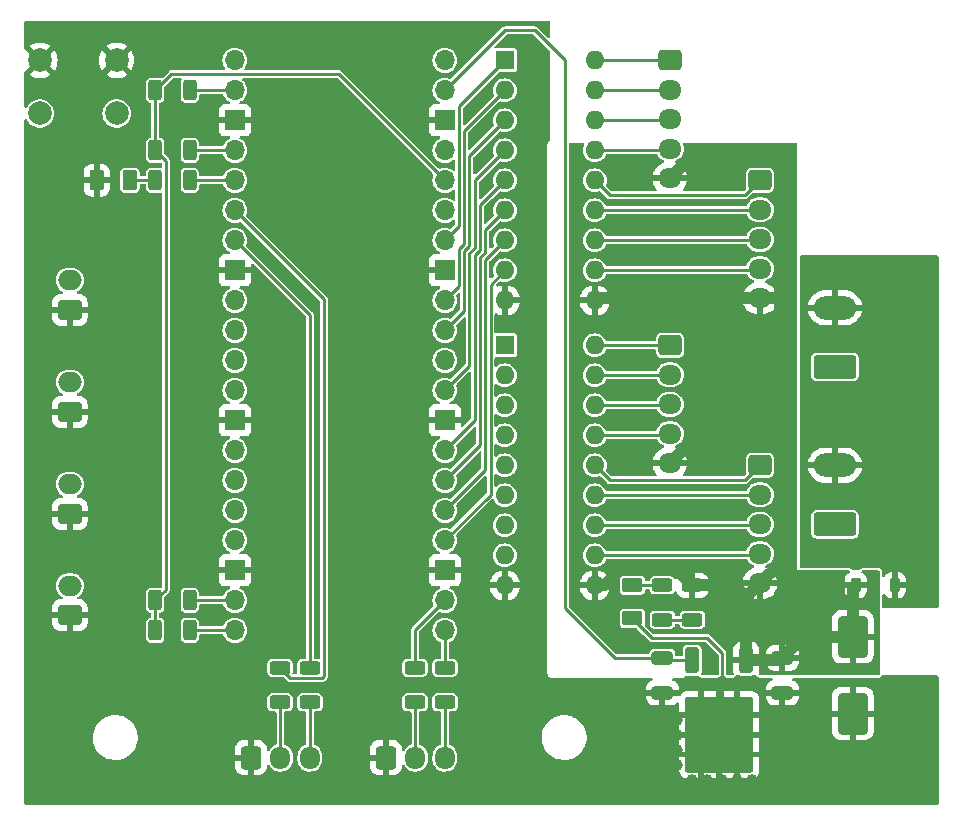
<source format=gtl>
%TF.GenerationSoftware,KiCad,Pcbnew,7.0.5*%
%TF.CreationDate,2023-06-21T21:20:55+02:00*%
%TF.ProjectId,moduleDriver,6d6f6475-6c65-4447-9269-7665722e6b69,rev?*%
%TF.SameCoordinates,Original*%
%TF.FileFunction,Copper,L1,Top*%
%TF.FilePolarity,Positive*%
%FSLAX46Y46*%
G04 Gerber Fmt 4.6, Leading zero omitted, Abs format (unit mm)*
G04 Created by KiCad (PCBNEW 7.0.5) date 2023-06-21 21:20:55*
%MOMM*%
%LPD*%
G01*
G04 APERTURE LIST*
G04 Aperture macros list*
%AMRoundRect*
0 Rectangle with rounded corners*
0 $1 Rounding radius*
0 $2 $3 $4 $5 $6 $7 $8 $9 X,Y pos of 4 corners*
0 Add a 4 corners polygon primitive as box body*
4,1,4,$2,$3,$4,$5,$6,$7,$8,$9,$2,$3,0*
0 Add four circle primitives for the rounded corners*
1,1,$1+$1,$2,$3*
1,1,$1+$1,$4,$5*
1,1,$1+$1,$6,$7*
1,1,$1+$1,$8,$9*
0 Add four rect primitives between the rounded corners*
20,1,$1+$1,$2,$3,$4,$5,0*
20,1,$1+$1,$4,$5,$6,$7,0*
20,1,$1+$1,$6,$7,$8,$9,0*
20,1,$1+$1,$8,$9,$2,$3,0*%
G04 Aperture macros list end*
%TA.AperFunction,ComponentPad*%
%ADD10O,1.700000X1.700000*%
%TD*%
%TA.AperFunction,ComponentPad*%
%ADD11R,1.700000X1.700000*%
%TD*%
%TA.AperFunction,ComponentPad*%
%ADD12O,3.600000X2.000000*%
%TD*%
%TA.AperFunction,ComponentPad*%
%ADD13RoundRect,0.250000X1.550000X-0.750000X1.550000X0.750000X-1.550000X0.750000X-1.550000X-0.750000X0*%
%TD*%
%TA.AperFunction,SMDPad,CuDef*%
%ADD14RoundRect,0.250000X0.625000X-0.312500X0.625000X0.312500X-0.625000X0.312500X-0.625000X-0.312500X0*%
%TD*%
%TA.AperFunction,ComponentPad*%
%ADD15O,1.700000X1.950000*%
%TD*%
%TA.AperFunction,ComponentPad*%
%ADD16RoundRect,0.250000X-0.600000X-0.725000X0.600000X-0.725000X0.600000X0.725000X-0.600000X0.725000X0*%
%TD*%
%TA.AperFunction,ComponentPad*%
%ADD17O,1.950000X1.700000*%
%TD*%
%TA.AperFunction,ComponentPad*%
%ADD18RoundRect,0.250000X-0.725000X0.600000X-0.725000X-0.600000X0.725000X-0.600000X0.725000X0.600000X0*%
%TD*%
%TA.AperFunction,ComponentPad*%
%ADD19O,1.600000X1.600000*%
%TD*%
%TA.AperFunction,ComponentPad*%
%ADD20R,1.600000X1.600000*%
%TD*%
%TA.AperFunction,ComponentPad*%
%ADD21RoundRect,0.250000X0.750000X-0.600000X0.750000X0.600000X-0.750000X0.600000X-0.750000X-0.600000X0*%
%TD*%
%TA.AperFunction,ComponentPad*%
%ADD22O,2.000000X1.700000*%
%TD*%
%TA.AperFunction,SMDPad,CuDef*%
%ADD23RoundRect,0.250000X-0.650000X0.325000X-0.650000X-0.325000X0.650000X-0.325000X0.650000X0.325000X0*%
%TD*%
%TA.AperFunction,SMDPad,CuDef*%
%ADD24RoundRect,0.250000X-0.312500X-0.625000X0.312500X-0.625000X0.312500X0.625000X-0.312500X0.625000X0*%
%TD*%
%TA.AperFunction,ComponentPad*%
%ADD25C,2.000000*%
%TD*%
%TA.AperFunction,SMDPad,CuDef*%
%ADD26RoundRect,0.225000X-0.225000X-0.375000X0.225000X-0.375000X0.225000X0.375000X-0.225000X0.375000X0*%
%TD*%
%TA.AperFunction,SMDPad,CuDef*%
%ADD27RoundRect,0.250000X-0.625000X0.312500X-0.625000X-0.312500X0.625000X-0.312500X0.625000X0.312500X0*%
%TD*%
%TA.AperFunction,SMDPad,CuDef*%
%ADD28RoundRect,0.250000X-0.350000X0.850000X-0.350000X-0.850000X0.350000X-0.850000X0.350000X0.850000X0*%
%TD*%
%TA.AperFunction,SMDPad,CuDef*%
%ADD29RoundRect,0.250000X-1.125000X1.275000X-1.125000X-1.275000X1.125000X-1.275000X1.125000X1.275000X0*%
%TD*%
%TA.AperFunction,SMDPad,CuDef*%
%ADD30RoundRect,0.249997X-2.650003X2.950003X-2.650003X-2.950003X2.650003X-2.950003X2.650003X2.950003X0*%
%TD*%
%TA.AperFunction,SMDPad,CuDef*%
%ADD31RoundRect,0.250000X0.625000X-0.375000X0.625000X0.375000X-0.625000X0.375000X-0.625000X-0.375000X0*%
%TD*%
%TA.AperFunction,SMDPad,CuDef*%
%ADD32RoundRect,0.250000X-0.375000X-0.625000X0.375000X-0.625000X0.375000X0.625000X-0.375000X0.625000X0*%
%TD*%
%TA.AperFunction,SMDPad,CuDef*%
%ADD33RoundRect,0.250000X-1.000000X1.500000X-1.000000X-1.500000X1.000000X-1.500000X1.000000X1.500000X0*%
%TD*%
%TA.AperFunction,SMDPad,CuDef*%
%ADD34RoundRect,0.250000X0.312500X0.625000X-0.312500X0.625000X-0.312500X-0.625000X0.312500X-0.625000X0*%
%TD*%
%TA.AperFunction,ViaPad*%
%ADD35C,1.000000*%
%TD*%
%TA.AperFunction,Conductor*%
%ADD36C,0.250000*%
%TD*%
%TA.AperFunction,Conductor*%
%ADD37C,1.000000*%
%TD*%
G04 APERTURE END LIST*
D10*
X71120000Y-73660000D03*
X71120000Y-76200000D03*
D11*
X71120000Y-78740000D03*
D10*
X71120000Y-81280000D03*
X71120000Y-83820000D03*
X71120000Y-86360000D03*
X71120000Y-88900000D03*
D11*
X71120000Y-91440000D03*
D10*
X71120000Y-93980000D03*
X71120000Y-96520000D03*
X71120000Y-99060000D03*
X71120000Y-101600000D03*
D11*
X71120000Y-104140000D03*
D10*
X71120000Y-106680000D03*
X71120000Y-109220000D03*
X71120000Y-111760000D03*
X71120000Y-114300000D03*
D11*
X71120000Y-116840000D03*
D10*
X71120000Y-119380000D03*
X71120000Y-121920000D03*
X88900000Y-121920000D03*
X88900000Y-119380000D03*
D11*
X88900000Y-116840000D03*
D10*
X88900000Y-114300000D03*
X88900000Y-111760000D03*
X88900000Y-109220000D03*
X88900000Y-106680000D03*
D11*
X88900000Y-104140000D03*
D10*
X88900000Y-101600000D03*
X88900000Y-99060000D03*
X88900000Y-96520000D03*
X88900000Y-93980000D03*
D11*
X88900000Y-91440000D03*
D10*
X88900000Y-88900000D03*
X88900000Y-86360000D03*
X88900000Y-83820000D03*
X88900000Y-81280000D03*
D11*
X88900000Y-78740000D03*
D10*
X88900000Y-76200000D03*
X88900000Y-73660000D03*
D12*
X121920000Y-107950000D03*
D13*
X121920000Y-112950000D03*
D12*
X121920000Y-94615000D03*
D13*
X121920000Y-99615000D03*
D14*
X107315000Y-118110000D03*
X107315000Y-121035000D03*
D15*
X77470000Y-132715000D03*
X74970000Y-132715000D03*
D16*
X72470000Y-132715000D03*
D17*
X107950000Y-107790000D03*
X107950000Y-105290000D03*
X107950000Y-102790000D03*
X107950000Y-100290000D03*
D18*
X107950000Y-97790000D03*
D14*
X77470000Y-125095000D03*
X77470000Y-128020000D03*
D19*
X101600000Y-97790000D03*
X101600000Y-100330000D03*
X101600000Y-102870000D03*
X101600000Y-105410000D03*
X101600000Y-107950000D03*
X101600000Y-110490000D03*
X101600000Y-113030000D03*
X101600000Y-115570000D03*
X101600000Y-118110000D03*
X93980000Y-118110000D03*
X93980000Y-115570000D03*
X93980000Y-113030000D03*
X93980000Y-110490000D03*
X93980000Y-107950000D03*
X93980000Y-105410000D03*
X93980000Y-102870000D03*
X93980000Y-100330000D03*
D20*
X93980000Y-97790000D03*
D21*
X57150000Y-112054000D03*
D22*
X57150000Y-109554000D03*
D23*
X107315000Y-127205000D03*
X107315000Y-124255000D03*
D24*
X67310000Y-121920000D03*
X64385000Y-121920000D03*
X67310000Y-81280000D03*
X64385000Y-81280000D03*
D19*
X101600000Y-73660000D03*
X101600000Y-76200000D03*
X101600000Y-78740000D03*
X101600000Y-81280000D03*
X101600000Y-83820000D03*
X101600000Y-86360000D03*
X101600000Y-88900000D03*
X101600000Y-91440000D03*
X101600000Y-93980000D03*
X93980000Y-93980000D03*
X93980000Y-91440000D03*
X93980000Y-88900000D03*
X93980000Y-86360000D03*
X93980000Y-83820000D03*
X93980000Y-81280000D03*
X93980000Y-78740000D03*
X93980000Y-76200000D03*
D20*
X93980000Y-73660000D03*
D25*
X54610000Y-73660000D03*
X61110000Y-73660000D03*
X54610000Y-78160000D03*
X61110000Y-78160000D03*
D21*
X57150000Y-94782000D03*
D22*
X57150000Y-92282000D03*
D17*
X115570000Y-117950000D03*
X115570000Y-115450000D03*
X115570000Y-112950000D03*
X115570000Y-110450000D03*
D18*
X115570000Y-107950000D03*
D26*
X127000000Y-118110000D03*
X123700000Y-118110000D03*
D17*
X115570000Y-93820000D03*
X115570000Y-91320000D03*
X115570000Y-88820000D03*
X115570000Y-86320000D03*
D18*
X115570000Y-83820000D03*
D27*
X109855000Y-121035000D03*
X109855000Y-118110000D03*
D21*
X57150000Y-120650000D03*
D22*
X57150000Y-118150000D03*
D14*
X88900000Y-125095000D03*
X88900000Y-128020000D03*
D28*
X109855000Y-124460000D03*
D29*
X110610000Y-132435000D03*
X113660000Y-132435000D03*
D30*
X112135000Y-130760000D03*
D29*
X110610000Y-129085000D03*
X113660000Y-129085000D03*
D28*
X114415000Y-124460000D03*
D24*
X67310000Y-76200000D03*
X64385000Y-76200000D03*
D21*
X57150000Y-103418000D03*
D22*
X57150000Y-100918000D03*
D31*
X104775000Y-118110000D03*
X104775000Y-120910000D03*
D15*
X88900000Y-132715000D03*
X86400000Y-132715000D03*
D16*
X83900000Y-132715000D03*
D32*
X62230000Y-83820000D03*
X59430000Y-83820000D03*
D33*
X123444000Y-128980000D03*
X123444000Y-122480000D03*
D14*
X74930000Y-125095000D03*
X74930000Y-128020000D03*
D24*
X67310000Y-119380000D03*
X64385000Y-119380000D03*
D17*
X107950000Y-83660000D03*
X107950000Y-81160000D03*
X107950000Y-78660000D03*
X107950000Y-76160000D03*
D18*
X107950000Y-73660000D03*
D34*
X64385000Y-83820000D03*
X67310000Y-83820000D03*
D23*
X117475000Y-127205000D03*
X117475000Y-124255000D03*
D14*
X86360000Y-125095000D03*
X86360000Y-128020000D03*
D35*
X106045000Y-129540000D03*
X107315000Y-129540000D03*
X108585000Y-129540000D03*
X108585000Y-130810000D03*
X108585000Y-132080000D03*
X108585000Y-133350000D03*
X116205000Y-129540000D03*
X116205000Y-130810000D03*
X116205000Y-132080000D03*
X116205000Y-133350000D03*
X116205000Y-134620000D03*
X114935000Y-134620000D03*
X113665000Y-134620000D03*
X112395000Y-134620000D03*
X111125000Y-134620000D03*
X109855000Y-134620000D03*
X108585000Y-134620000D03*
X125095000Y-132080000D03*
X123825000Y-132080000D03*
X122555000Y-132080000D03*
X121285000Y-132080000D03*
X126365000Y-128270000D03*
X120015000Y-128270000D03*
X120015000Y-127000000D03*
X126365000Y-127000000D03*
X126365000Y-132080000D03*
X126365000Y-130810000D03*
X126365000Y-129540000D03*
X120015000Y-132080000D03*
X120015000Y-130810000D03*
X120015000Y-129540000D03*
X118745000Y-129540000D03*
X117475000Y-129540000D03*
X104775000Y-129540000D03*
X104775000Y-128270000D03*
X104775000Y-127000000D03*
D36*
X109855000Y-121035000D02*
X107315000Y-121035000D01*
X88900000Y-104140000D02*
X86360000Y-104140000D01*
X88900000Y-76200000D02*
X93980000Y-71120000D01*
X99060000Y-120015000D02*
X103300000Y-124255000D01*
X93980000Y-71120000D02*
X96520000Y-71120000D01*
X96520000Y-71120000D02*
X99060000Y-73660000D01*
X99060000Y-73660000D02*
X99060000Y-120015000D01*
X103300000Y-124255000D02*
X107315000Y-124255000D01*
X104775000Y-120910000D02*
X106420000Y-122555000D01*
X106420000Y-122555000D02*
X111125000Y-122555000D01*
X111125000Y-122555000D02*
X112395000Y-123825000D01*
X112395000Y-123825000D02*
X112395000Y-127820000D01*
X112395000Y-127820000D02*
X113660000Y-129085000D01*
X104775000Y-118110000D02*
X107315000Y-118110000D01*
D37*
X109855000Y-118110000D02*
X113420000Y-118110000D01*
X113420000Y-118110000D02*
X114415000Y-119105000D01*
X101600000Y-118110000D02*
X102431497Y-118110000D01*
X102431497Y-118110000D02*
X103756496Y-116785000D01*
X103756496Y-116785000D02*
X108530000Y-116785000D01*
X108530000Y-116785000D02*
X109855000Y-118110000D01*
X114415000Y-124460000D02*
X117270000Y-124460000D01*
X117245000Y-106680000D02*
X117245000Y-93980000D01*
X115570000Y-93820000D02*
X101760000Y-93820000D01*
X107950000Y-107790000D02*
X109340000Y-106400000D01*
X123444000Y-118366000D02*
X123700000Y-118110000D01*
X123444000Y-122480000D02*
X119250000Y-122480000D01*
X117270000Y-124460000D02*
X117475000Y-124255000D01*
X114415000Y-124460000D02*
X114415000Y-119105000D01*
X116965000Y-106400000D02*
X117245000Y-106680000D01*
X116688503Y-82270000D02*
X109340000Y-82270000D01*
X123444000Y-122480000D02*
X123444000Y-118366000D01*
X115570000Y-117950000D02*
X117245000Y-116275000D01*
X119250000Y-122480000D02*
X117475000Y-124255000D01*
X117245000Y-82826497D02*
X116688503Y-82270000D01*
X109340000Y-82270000D02*
X107950000Y-83660000D01*
X117245000Y-116275000D02*
X117245000Y-106680000D01*
X117245000Y-93980000D02*
X117245000Y-82826497D01*
X101760000Y-93820000D02*
X101600000Y-93980000D01*
X114415000Y-119105000D02*
X115570000Y-117950000D01*
X115570000Y-93820000D02*
X117085000Y-93820000D01*
X117085000Y-93820000D02*
X117245000Y-93980000D01*
X109340000Y-106400000D02*
X116965000Y-106400000D01*
D36*
X88900000Y-91440000D02*
X86360000Y-91440000D01*
X111760000Y-130385000D02*
X112135000Y-130760000D01*
X123444000Y-128980000D02*
X123443999Y-128980001D01*
X87630000Y-78740000D02*
X86360000Y-77470000D01*
X88900000Y-78740000D02*
X87630000Y-78740000D01*
X107520000Y-124460000D02*
X107315000Y-124255000D01*
X109855000Y-124460000D02*
X107520000Y-124460000D01*
X64385000Y-83820000D02*
X62230000Y-83820000D01*
X101600000Y-73660000D02*
X107950000Y-73660000D01*
X101600000Y-76200000D02*
X107910000Y-76200000D01*
X107910000Y-76200000D02*
X107950000Y-76160000D01*
X107870000Y-78740000D02*
X107950000Y-78660000D01*
X101600000Y-78740000D02*
X107870000Y-78740000D01*
X107830000Y-81280000D02*
X107950000Y-81160000D01*
X101600000Y-81280000D02*
X107830000Y-81280000D01*
X102870000Y-85090000D02*
X114300000Y-85090000D01*
X114300000Y-85090000D02*
X115570000Y-83820000D01*
X101600000Y-83820000D02*
X102870000Y-85090000D01*
X115530000Y-86360000D02*
X115570000Y-86320000D01*
X101600000Y-86360000D02*
X115530000Y-86360000D01*
X115490000Y-88900000D02*
X115570000Y-88820000D01*
X101600000Y-88900000D02*
X115490000Y-88900000D01*
X101600000Y-91440000D02*
X115450000Y-91440000D01*
X115450000Y-91440000D02*
X115570000Y-91320000D01*
X101600000Y-97790000D02*
X107950000Y-97790000D01*
X101600000Y-100330000D02*
X107910000Y-100330000D01*
X107910000Y-100330000D02*
X107950000Y-100290000D01*
X107870000Y-102870000D02*
X107950000Y-102790000D01*
X101600000Y-102870000D02*
X107870000Y-102870000D01*
X101600000Y-105410000D02*
X107830000Y-105410000D01*
X107830000Y-105410000D02*
X107950000Y-105290000D01*
X114300000Y-109220000D02*
X115570000Y-107950000D01*
X101600000Y-107950000D02*
X102870000Y-109220000D01*
X102870000Y-109220000D02*
X114300000Y-109220000D01*
X101600000Y-110490000D02*
X115530000Y-110490000D01*
X115530000Y-110490000D02*
X115570000Y-110450000D01*
X115490000Y-113030000D02*
X115570000Y-112950000D01*
X101600000Y-113030000D02*
X115490000Y-113030000D01*
X115450000Y-115570000D02*
X115570000Y-115450000D01*
X101600000Y-115570000D02*
X115450000Y-115570000D01*
X71120000Y-88900000D02*
X77470000Y-95250000D01*
X77470000Y-95250000D02*
X77470000Y-125095000D01*
X78670000Y-93910000D02*
X78670000Y-125800000D01*
X78487500Y-125982500D02*
X75817500Y-125982500D01*
X75817500Y-125982500D02*
X74930000Y-125095000D01*
X78670000Y-125800000D02*
X78487500Y-125982500D01*
X71120000Y-86360000D02*
X78670000Y-93910000D01*
X86360000Y-121920000D02*
X86360000Y-125095000D01*
X88900000Y-119380000D02*
X86360000Y-121920000D01*
X67310000Y-83820000D02*
X71120000Y-83820000D01*
X93980000Y-73660000D02*
X90075000Y-77565000D01*
X90075000Y-77565000D02*
X90075000Y-87725000D01*
X90075000Y-87725000D02*
X88900000Y-88900000D01*
X90524501Y-89177049D02*
X90075000Y-89626550D01*
X93980000Y-76200000D02*
X90524501Y-79655499D01*
X90075000Y-89626550D02*
X90075000Y-92805000D01*
X90075000Y-92805000D02*
X88900000Y-93980000D01*
X90524501Y-79655499D02*
X90524501Y-89177049D01*
X90524501Y-89812739D02*
X90524501Y-94895499D01*
X90524501Y-94895499D02*
X88900000Y-96520000D01*
X90974002Y-81745998D02*
X90974002Y-89363238D01*
X90974002Y-89363238D02*
X90524501Y-89812739D01*
X93980000Y-78740000D02*
X90974002Y-81745998D01*
X67310000Y-76200000D02*
X71120000Y-76200000D01*
X67310000Y-81280000D02*
X71120000Y-81280000D01*
X67310000Y-119380000D02*
X71120000Y-119380000D01*
X71120000Y-121920000D02*
X67310000Y-121920000D01*
X90974002Y-99525998D02*
X88900000Y-101600000D01*
X90974002Y-89998928D02*
X90974002Y-99525998D01*
X91423503Y-83836497D02*
X91423503Y-89549427D01*
X91423503Y-89549427D02*
X90974002Y-89998928D01*
X93980000Y-81280000D02*
X91423503Y-83836497D01*
X93980000Y-83820000D02*
X91873004Y-85926996D01*
X91423503Y-90185117D02*
X91423503Y-104156497D01*
X91873004Y-85926996D02*
X91873004Y-89735616D01*
X91423503Y-104156497D02*
X88900000Y-106680000D01*
X91873004Y-89735616D02*
X91423503Y-90185117D01*
X91873004Y-90371306D02*
X91873004Y-106246996D01*
X93980000Y-86360000D02*
X92323004Y-88016996D01*
X92323004Y-89921306D02*
X91873004Y-90371306D01*
X92323004Y-88016996D02*
X92323004Y-89921306D01*
X91873004Y-106246996D02*
X88900000Y-109220000D01*
X92322505Y-108337495D02*
X88900000Y-111760000D01*
X93980000Y-88900000D02*
X92322505Y-90557495D01*
X92322505Y-90557495D02*
X92322505Y-108337495D01*
X92772006Y-110427994D02*
X88900000Y-114300000D01*
X92772006Y-92647994D02*
X92772006Y-110427994D01*
X93980000Y-91440000D02*
X92772006Y-92647994D01*
X74930000Y-128020000D02*
X74970000Y-128060000D01*
X74970000Y-128060000D02*
X74970000Y-132715000D01*
X77470000Y-128020000D02*
X77470000Y-132715000D01*
X86400000Y-128060000D02*
X86400000Y-132715000D01*
X86360000Y-128020000D02*
X86400000Y-128060000D01*
X88900000Y-128020000D02*
X88900000Y-132715000D01*
X88900000Y-121920000D02*
X88900000Y-125095000D01*
X64385000Y-121920000D02*
X64385000Y-119380000D01*
X88900000Y-83820000D02*
X79915000Y-74835000D01*
X64385000Y-119380000D02*
X65272500Y-118492500D01*
X65750000Y-74835000D02*
X64385000Y-76200000D01*
X79915000Y-74835000D02*
X65750000Y-74835000D01*
X65272500Y-118492500D02*
X65272500Y-82167500D01*
X65272500Y-82167500D02*
X64385000Y-81280000D01*
X64385000Y-76200000D02*
X64385000Y-81280000D01*
%TA.AperFunction,Conductor*%
G36*
X97733039Y-70320185D02*
G01*
X97778794Y-70372989D01*
X97790000Y-70424500D01*
X97790000Y-71630311D01*
X97770315Y-71697350D01*
X97717511Y-71743105D01*
X97648353Y-71753049D01*
X97584797Y-71724024D01*
X97578319Y-71717992D01*
X97249456Y-71389130D01*
X96762119Y-70901793D01*
X96758474Y-70897814D01*
X96732456Y-70866807D01*
X96732455Y-70866806D01*
X96721058Y-70860226D01*
X96697392Y-70846561D01*
X96692831Y-70843655D01*
X96679687Y-70834452D01*
X96659684Y-70820446D01*
X96659681Y-70820445D01*
X96654861Y-70818197D01*
X96638055Y-70811235D01*
X96633043Y-70809411D01*
X96593190Y-70802383D01*
X96587910Y-70801212D01*
X96548808Y-70790735D01*
X96513892Y-70793790D01*
X96508481Y-70794264D01*
X96503078Y-70794500D01*
X93996922Y-70794500D01*
X93991518Y-70794264D01*
X93986107Y-70793790D01*
X93951192Y-70790735D01*
X93951191Y-70790735D01*
X93912091Y-70801212D01*
X93906811Y-70802383D01*
X93866959Y-70809410D01*
X93861961Y-70811229D01*
X93845117Y-70818206D01*
X93840313Y-70820446D01*
X93807166Y-70843656D01*
X93802606Y-70846562D01*
X93767548Y-70866804D01*
X93767540Y-70866810D01*
X93741523Y-70897815D01*
X93737869Y-70901804D01*
X89440994Y-75198678D01*
X89379671Y-75232163D01*
X89309979Y-75227179D01*
X89305862Y-75225559D01*
X89303962Y-75224772D01*
X89303954Y-75224768D01*
X89105934Y-75164700D01*
X89105932Y-75164699D01*
X89105934Y-75164699D01*
X88900000Y-75144417D01*
X88694067Y-75164699D01*
X88496043Y-75224769D01*
X88423743Y-75263415D01*
X88313550Y-75322315D01*
X88313548Y-75322316D01*
X88313547Y-75322317D01*
X88153589Y-75453589D01*
X88022317Y-75613547D01*
X87924769Y-75796043D01*
X87864699Y-75994067D01*
X87844417Y-76200000D01*
X87864699Y-76405932D01*
X87864700Y-76405934D01*
X87924768Y-76603954D01*
X88022315Y-76786450D01*
X88022317Y-76786452D01*
X88153589Y-76946410D01*
X88209990Y-76992696D01*
X88313550Y-77077685D01*
X88443507Y-77147149D01*
X88461267Y-77156642D01*
X88511111Y-77205605D01*
X88526571Y-77273743D01*
X88502739Y-77339422D01*
X88447181Y-77381791D01*
X88402813Y-77390000D01*
X88002155Y-77390000D01*
X87942627Y-77396401D01*
X87942620Y-77396403D01*
X87807913Y-77446645D01*
X87807906Y-77446649D01*
X87692812Y-77532809D01*
X87692809Y-77532812D01*
X87606649Y-77647906D01*
X87606645Y-77647913D01*
X87556403Y-77782620D01*
X87556401Y-77782627D01*
X87550000Y-77842155D01*
X87550000Y-78490000D01*
X88454428Y-78490000D01*
X88431318Y-78525960D01*
X88390000Y-78666673D01*
X88390000Y-78813327D01*
X88431318Y-78954040D01*
X88454428Y-78990000D01*
X87550000Y-78990000D01*
X87550000Y-79637844D01*
X87556401Y-79697372D01*
X87556403Y-79697379D01*
X87606645Y-79832086D01*
X87606649Y-79832093D01*
X87692809Y-79947187D01*
X87692812Y-79947190D01*
X87807906Y-80033350D01*
X87807913Y-80033354D01*
X87942620Y-80083596D01*
X87942627Y-80083598D01*
X88002155Y-80089999D01*
X88002172Y-80090000D01*
X88402813Y-80090000D01*
X88469852Y-80109685D01*
X88515607Y-80162489D01*
X88525551Y-80231647D01*
X88496526Y-80295203D01*
X88461267Y-80323357D01*
X88313550Y-80402315D01*
X88313548Y-80402316D01*
X88313547Y-80402317D01*
X88153589Y-80533589D01*
X88038519Y-80673805D01*
X88022315Y-80693550D01*
X88012933Y-80711102D01*
X87924769Y-80876043D01*
X87864699Y-81074067D01*
X87844417Y-81280000D01*
X87864699Y-81485932D01*
X87864700Y-81485934D01*
X87924768Y-81683954D01*
X88022315Y-81866450D01*
X88050499Y-81900793D01*
X88153589Y-82026410D01*
X88219884Y-82080816D01*
X88313550Y-82157685D01*
X88496046Y-82255232D01*
X88694066Y-82315300D01*
X88694065Y-82315300D01*
X88714347Y-82317297D01*
X88900000Y-82335583D01*
X89105934Y-82315300D01*
X89303954Y-82255232D01*
X89486450Y-82157685D01*
X89521286Y-82129095D01*
X89546835Y-82108129D01*
X89611145Y-82080816D01*
X89680013Y-82092607D01*
X89731573Y-82139760D01*
X89749500Y-82203982D01*
X89749500Y-82896017D01*
X89729815Y-82963056D01*
X89677011Y-83008811D01*
X89607853Y-83018755D01*
X89546836Y-82991871D01*
X89486453Y-82942317D01*
X89486451Y-82942316D01*
X89486450Y-82942315D01*
X89303954Y-82844768D01*
X89105934Y-82784700D01*
X89105932Y-82784699D01*
X89105934Y-82784699D01*
X88918463Y-82766235D01*
X88900000Y-82764417D01*
X88899999Y-82764417D01*
X88694067Y-82784699D01*
X88595303Y-82814659D01*
X88496046Y-82844768D01*
X88496043Y-82844769D01*
X88496038Y-82844771D01*
X88494126Y-82845563D01*
X88493045Y-82845679D01*
X88490217Y-82846537D01*
X88490054Y-82846000D01*
X88424656Y-82853024D01*
X88362180Y-82821743D01*
X88359004Y-82818678D01*
X84280326Y-78740000D01*
X80157119Y-74616793D01*
X80153474Y-74612814D01*
X80127456Y-74581807D01*
X80127455Y-74581806D01*
X80116058Y-74575226D01*
X80092392Y-74561561D01*
X80087831Y-74558655D01*
X80058661Y-74538231D01*
X80054684Y-74535446D01*
X80054681Y-74535445D01*
X80049861Y-74533197D01*
X80033055Y-74526235D01*
X80028043Y-74524411D01*
X79988190Y-74517383D01*
X79982910Y-74516212D01*
X79943808Y-74505735D01*
X79908892Y-74508790D01*
X79903481Y-74509264D01*
X79898078Y-74509500D01*
X72043982Y-74509500D01*
X71976943Y-74489815D01*
X71931188Y-74437011D01*
X71921244Y-74367853D01*
X71948129Y-74306835D01*
X71969095Y-74281286D01*
X71997685Y-74246450D01*
X72095232Y-74063954D01*
X72155300Y-73865934D01*
X72175583Y-73660000D01*
X87844417Y-73660000D01*
X87845816Y-73674202D01*
X87864699Y-73865932D01*
X87864700Y-73865934D01*
X87924768Y-74063954D01*
X88022315Y-74246450D01*
X88056969Y-74288677D01*
X88153589Y-74406410D01*
X88234587Y-74472882D01*
X88313550Y-74537685D01*
X88496046Y-74635232D01*
X88694066Y-74695300D01*
X88694065Y-74695300D01*
X88709488Y-74696819D01*
X88900000Y-74715583D01*
X89105934Y-74695300D01*
X89303954Y-74635232D01*
X89486450Y-74537685D01*
X89646410Y-74406410D01*
X89777685Y-74246450D01*
X89875232Y-74063954D01*
X89935300Y-73865934D01*
X89955583Y-73660000D01*
X89935300Y-73454066D01*
X89875232Y-73256046D01*
X89777685Y-73073550D01*
X89697055Y-72975301D01*
X89646410Y-72913589D01*
X89525067Y-72814007D01*
X89486450Y-72782315D01*
X89303954Y-72684768D01*
X89105934Y-72624700D01*
X89105932Y-72624699D01*
X89105934Y-72624699D01*
X88918463Y-72606235D01*
X88900000Y-72604417D01*
X88899999Y-72604417D01*
X88694067Y-72624699D01*
X88496043Y-72684769D01*
X88438650Y-72715447D01*
X88313550Y-72782315D01*
X88313548Y-72782316D01*
X88313547Y-72782317D01*
X88153589Y-72913589D01*
X88022317Y-73073547D01*
X87924769Y-73256043D01*
X87864699Y-73454067D01*
X87844417Y-73659999D01*
X87844417Y-73660000D01*
X72175583Y-73660000D01*
X72155300Y-73454066D01*
X72095232Y-73256046D01*
X71997685Y-73073550D01*
X71917055Y-72975301D01*
X71866410Y-72913589D01*
X71745067Y-72814007D01*
X71706450Y-72782315D01*
X71523954Y-72684768D01*
X71325934Y-72624700D01*
X71325932Y-72624699D01*
X71325934Y-72624699D01*
X71138463Y-72606235D01*
X71120000Y-72604417D01*
X71119999Y-72604417D01*
X70914067Y-72624699D01*
X70716043Y-72684769D01*
X70658650Y-72715447D01*
X70533550Y-72782315D01*
X70533548Y-72782316D01*
X70533547Y-72782317D01*
X70373589Y-72913589D01*
X70242317Y-73073547D01*
X70144769Y-73256043D01*
X70084699Y-73454067D01*
X70064417Y-73659999D01*
X70064417Y-73660000D01*
X70065816Y-73674202D01*
X70084699Y-73865932D01*
X70084700Y-73865934D01*
X70144768Y-74063954D01*
X70228259Y-74220154D01*
X70242317Y-74246453D01*
X70291871Y-74306835D01*
X70319184Y-74371145D01*
X70307393Y-74440013D01*
X70260240Y-74491573D01*
X70196018Y-74509500D01*
X65766923Y-74509500D01*
X65761519Y-74509264D01*
X65755618Y-74508747D01*
X65721192Y-74505735D01*
X65682090Y-74516213D01*
X65676809Y-74517384D01*
X65636955Y-74524412D01*
X65631962Y-74526229D01*
X65615117Y-74533206D01*
X65610313Y-74535446D01*
X65577166Y-74558656D01*
X65572606Y-74561562D01*
X65537548Y-74581804D01*
X65537540Y-74581810D01*
X65511523Y-74612815D01*
X65507869Y-74616804D01*
X64996651Y-75128021D01*
X64935328Y-75161506D01*
X64868016Y-75157382D01*
X64782197Y-75127353D01*
X64782199Y-75127353D01*
X64751770Y-75124500D01*
X64751766Y-75124500D01*
X64018234Y-75124500D01*
X64018230Y-75124500D01*
X63987800Y-75127353D01*
X63987798Y-75127353D01*
X63859619Y-75172206D01*
X63859617Y-75172207D01*
X63750350Y-75252850D01*
X63669707Y-75362117D01*
X63669706Y-75362119D01*
X63624853Y-75490298D01*
X63624853Y-75490300D01*
X63622000Y-75520730D01*
X63622000Y-76879269D01*
X63624853Y-76909699D01*
X63624853Y-76909701D01*
X63669017Y-77035910D01*
X63669707Y-77037882D01*
X63750350Y-77147150D01*
X63859618Y-77227793D01*
X63939038Y-77255583D01*
X63976455Y-77268676D01*
X64033231Y-77309397D01*
X64058978Y-77374350D01*
X64059500Y-77385717D01*
X64059500Y-80094282D01*
X64039815Y-80161321D01*
X63987011Y-80207076D01*
X63976456Y-80211323D01*
X63859617Y-80252207D01*
X63750350Y-80332850D01*
X63669707Y-80442117D01*
X63669706Y-80442119D01*
X63624853Y-80570298D01*
X63624853Y-80570300D01*
X63622000Y-80600730D01*
X63622000Y-81959269D01*
X63624853Y-81989699D01*
X63624853Y-81989701D01*
X63669017Y-82115910D01*
X63669707Y-82117882D01*
X63750350Y-82227150D01*
X63859618Y-82307793D01*
X63881072Y-82315300D01*
X63987799Y-82352646D01*
X64018230Y-82355500D01*
X64018234Y-82355500D01*
X64751770Y-82355500D01*
X64782199Y-82352646D01*
X64789573Y-82351036D01*
X64789850Y-82352304D01*
X64851806Y-82349133D01*
X64912438Y-82383854D01*
X64944674Y-82445842D01*
X64946999Y-82469741D01*
X64946999Y-82630258D01*
X64927314Y-82697297D01*
X64874510Y-82743052D01*
X64805352Y-82752996D01*
X64782817Y-82747488D01*
X64782199Y-82747353D01*
X64751770Y-82744500D01*
X64751766Y-82744500D01*
X64018234Y-82744500D01*
X64018230Y-82744500D01*
X63987800Y-82747353D01*
X63987798Y-82747353D01*
X63859619Y-82792206D01*
X63859617Y-82792207D01*
X63750350Y-82872850D01*
X63669707Y-82982117D01*
X63669706Y-82982119D01*
X63624853Y-83110298D01*
X63624853Y-83110300D01*
X63622000Y-83140730D01*
X63622000Y-83370500D01*
X63602315Y-83437539D01*
X63549511Y-83483294D01*
X63498000Y-83494500D01*
X63179500Y-83494500D01*
X63112461Y-83474815D01*
X63066706Y-83422011D01*
X63055500Y-83370500D01*
X63055500Y-83140730D01*
X63052646Y-83110300D01*
X63052646Y-83110298D01*
X63017133Y-83008811D01*
X63007793Y-82982118D01*
X62927150Y-82872850D01*
X62817882Y-82792207D01*
X62817880Y-82792206D01*
X62689700Y-82747353D01*
X62659270Y-82744500D01*
X62659266Y-82744500D01*
X61800734Y-82744500D01*
X61800730Y-82744500D01*
X61770300Y-82747353D01*
X61770298Y-82747353D01*
X61642119Y-82792206D01*
X61642117Y-82792207D01*
X61532850Y-82872850D01*
X61452207Y-82982117D01*
X61452206Y-82982119D01*
X61407353Y-83110298D01*
X61407353Y-83110300D01*
X61404500Y-83140730D01*
X61404500Y-84499269D01*
X61407353Y-84529699D01*
X61407353Y-84529701D01*
X61451517Y-84655910D01*
X61452207Y-84657882D01*
X61532850Y-84767150D01*
X61642118Y-84847793D01*
X61663572Y-84855300D01*
X61770299Y-84892646D01*
X61800730Y-84895500D01*
X61800734Y-84895500D01*
X62659270Y-84895500D01*
X62689699Y-84892646D01*
X62689701Y-84892646D01*
X62753790Y-84870219D01*
X62817882Y-84847793D01*
X62927150Y-84767150D01*
X63007793Y-84657882D01*
X63030219Y-84593790D01*
X63052646Y-84529701D01*
X63052646Y-84529699D01*
X63055500Y-84499269D01*
X63055500Y-84269500D01*
X63075185Y-84202461D01*
X63127989Y-84156706D01*
X63179500Y-84145500D01*
X63498000Y-84145500D01*
X63565039Y-84165185D01*
X63610794Y-84217989D01*
X63622000Y-84269500D01*
X63622000Y-84499269D01*
X63624853Y-84529699D01*
X63624853Y-84529701D01*
X63669017Y-84655910D01*
X63669707Y-84657882D01*
X63750350Y-84767150D01*
X63859618Y-84847793D01*
X63881072Y-84855300D01*
X63987799Y-84892646D01*
X64018230Y-84895500D01*
X64018234Y-84895500D01*
X64751770Y-84895500D01*
X64782199Y-84892646D01*
X64789573Y-84891036D01*
X64789849Y-84892304D01*
X64851812Y-84889135D01*
X64912443Y-84923858D01*
X64944676Y-84985848D01*
X64947000Y-85009741D01*
X64946999Y-118190258D01*
X64927314Y-118257297D01*
X64874510Y-118303052D01*
X64805352Y-118312996D01*
X64782817Y-118307488D01*
X64782199Y-118307353D01*
X64751770Y-118304500D01*
X64751766Y-118304500D01*
X64018234Y-118304500D01*
X64018230Y-118304500D01*
X63987800Y-118307353D01*
X63987798Y-118307353D01*
X63859619Y-118352206D01*
X63859617Y-118352207D01*
X63750350Y-118432850D01*
X63669707Y-118542117D01*
X63669706Y-118542119D01*
X63624853Y-118670298D01*
X63624853Y-118670300D01*
X63622000Y-118700730D01*
X63622000Y-120059269D01*
X63624853Y-120089699D01*
X63624853Y-120089701D01*
X63669706Y-120217880D01*
X63669707Y-120217882D01*
X63750350Y-120327150D01*
X63859618Y-120407793D01*
X63892295Y-120419227D01*
X63976455Y-120448676D01*
X64033231Y-120489397D01*
X64058978Y-120554350D01*
X64059500Y-120565717D01*
X64059500Y-120734282D01*
X64039815Y-120801321D01*
X63987011Y-120847076D01*
X63976456Y-120851323D01*
X63859617Y-120892207D01*
X63750350Y-120972850D01*
X63669707Y-121082117D01*
X63669706Y-121082119D01*
X63624853Y-121210298D01*
X63624853Y-121210300D01*
X63622000Y-121240730D01*
X63622000Y-122599269D01*
X63624853Y-122629699D01*
X63624853Y-122629701D01*
X63663510Y-122740173D01*
X63669707Y-122757882D01*
X63750350Y-122867150D01*
X63859618Y-122947793D01*
X63881072Y-122955300D01*
X63987799Y-122992646D01*
X64018230Y-122995500D01*
X64018234Y-122995500D01*
X64751770Y-122995500D01*
X64782199Y-122992646D01*
X64782201Y-122992646D01*
X64846290Y-122970219D01*
X64910382Y-122947793D01*
X65019650Y-122867150D01*
X65100293Y-122757882D01*
X65131550Y-122668555D01*
X65145146Y-122629701D01*
X65145146Y-122629699D01*
X65148000Y-122599269D01*
X66547000Y-122599269D01*
X66549853Y-122629699D01*
X66549853Y-122629701D01*
X66588510Y-122740173D01*
X66594707Y-122757882D01*
X66675350Y-122867150D01*
X66784618Y-122947793D01*
X66806072Y-122955300D01*
X66912799Y-122992646D01*
X66943230Y-122995500D01*
X66943234Y-122995500D01*
X67676770Y-122995500D01*
X67707199Y-122992646D01*
X67707201Y-122992646D01*
X67771290Y-122970219D01*
X67835382Y-122947793D01*
X67944650Y-122867150D01*
X68025293Y-122757882D01*
X68056550Y-122668555D01*
X68070146Y-122629701D01*
X68070146Y-122629699D01*
X68073000Y-122599269D01*
X68073000Y-122369500D01*
X68092685Y-122302461D01*
X68145489Y-122256706D01*
X68197000Y-122245500D01*
X70029417Y-122245500D01*
X70096456Y-122265185D01*
X70142211Y-122317989D01*
X70143979Y-122322049D01*
X70144768Y-122323954D01*
X70242315Y-122506450D01*
X70242317Y-122506452D01*
X70373589Y-122666410D01*
X70418187Y-122703010D01*
X70533550Y-122797685D01*
X70716046Y-122895232D01*
X70914066Y-122955300D01*
X70914065Y-122955300D01*
X70932529Y-122957118D01*
X71120000Y-122975583D01*
X71325934Y-122955300D01*
X71523954Y-122895232D01*
X71706450Y-122797685D01*
X71866410Y-122666410D01*
X71997685Y-122506450D01*
X72095232Y-122323954D01*
X72155300Y-122125934D01*
X72175583Y-121920000D01*
X72155300Y-121714066D01*
X72095232Y-121516046D01*
X71997685Y-121333550D01*
X71945702Y-121270209D01*
X71866410Y-121173589D01*
X71706452Y-121042317D01*
X71706453Y-121042317D01*
X71706450Y-121042315D01*
X71523954Y-120944768D01*
X71325934Y-120884700D01*
X71325932Y-120884699D01*
X71325934Y-120884699D01*
X71120000Y-120864417D01*
X70914067Y-120884699D01*
X70716043Y-120944769D01*
X70648639Y-120980798D01*
X70533550Y-121042315D01*
X70533548Y-121042316D01*
X70533547Y-121042317D01*
X70373589Y-121173589D01*
X70247992Y-121326632D01*
X70242315Y-121333550D01*
X70212606Y-121389132D01*
X70144768Y-121516045D01*
X70143979Y-121517951D01*
X70143298Y-121518796D01*
X70141896Y-121521419D01*
X70141398Y-121521153D01*
X70100138Y-121572355D01*
X70033844Y-121594421D01*
X70029417Y-121594500D01*
X68197000Y-121594500D01*
X68129961Y-121574815D01*
X68084206Y-121522011D01*
X68073000Y-121470500D01*
X68073000Y-121240730D01*
X68070146Y-121210300D01*
X68070146Y-121210298D01*
X68025293Y-121082119D01*
X68025292Y-121082117D01*
X68020004Y-121074952D01*
X67944650Y-120972850D01*
X67835382Y-120892207D01*
X67835380Y-120892206D01*
X67707200Y-120847353D01*
X67676770Y-120844500D01*
X67676766Y-120844500D01*
X66943234Y-120844500D01*
X66943230Y-120844500D01*
X66912800Y-120847353D01*
X66912798Y-120847353D01*
X66784619Y-120892206D01*
X66784617Y-120892207D01*
X66675350Y-120972850D01*
X66594707Y-121082117D01*
X66594706Y-121082119D01*
X66549853Y-121210298D01*
X66549853Y-121210300D01*
X66547000Y-121240730D01*
X66547000Y-122599269D01*
X65148000Y-122599269D01*
X65148000Y-121240730D01*
X65145146Y-121210300D01*
X65145146Y-121210298D01*
X65100293Y-121082119D01*
X65100292Y-121082117D01*
X65095004Y-121074952D01*
X65019650Y-120972850D01*
X64910382Y-120892207D01*
X64910382Y-120892206D01*
X64793544Y-120851323D01*
X64736769Y-120810601D01*
X64711022Y-120745648D01*
X64710500Y-120734282D01*
X64710500Y-120565717D01*
X64730185Y-120498678D01*
X64782989Y-120452923D01*
X64793545Y-120448676D01*
X64810879Y-120442610D01*
X64910382Y-120407793D01*
X65019650Y-120327150D01*
X65100293Y-120217882D01*
X65124046Y-120150000D01*
X65145146Y-120089701D01*
X65145146Y-120089699D01*
X65148000Y-120059269D01*
X66547000Y-120059269D01*
X66549853Y-120089699D01*
X66549853Y-120089701D01*
X66594706Y-120217880D01*
X66594707Y-120217882D01*
X66675350Y-120327150D01*
X66784618Y-120407793D01*
X66806072Y-120415300D01*
X66912799Y-120452646D01*
X66943230Y-120455500D01*
X66943234Y-120455500D01*
X67676770Y-120455500D01*
X67707199Y-120452646D01*
X67707201Y-120452646D01*
X67771290Y-120430219D01*
X67835382Y-120407793D01*
X67944650Y-120327150D01*
X68025293Y-120217882D01*
X68049046Y-120150000D01*
X68070146Y-120089701D01*
X68070146Y-120089699D01*
X68073000Y-120059269D01*
X68073000Y-119829500D01*
X68092685Y-119762461D01*
X68145489Y-119716706D01*
X68197000Y-119705500D01*
X70029417Y-119705500D01*
X70096456Y-119725185D01*
X70142211Y-119777989D01*
X70143979Y-119782049D01*
X70144768Y-119783954D01*
X70242315Y-119966450D01*
X70242317Y-119966452D01*
X70373589Y-120126410D01*
X70421002Y-120165320D01*
X70533550Y-120257685D01*
X70716046Y-120355232D01*
X70914066Y-120415300D01*
X70914065Y-120415300D01*
X70934348Y-120417297D01*
X71120000Y-120435583D01*
X71325934Y-120415300D01*
X71523954Y-120355232D01*
X71706450Y-120257685D01*
X71866410Y-120126410D01*
X71997685Y-119966450D01*
X72095232Y-119783954D01*
X72155300Y-119585934D01*
X72175583Y-119380000D01*
X72155300Y-119174066D01*
X72095232Y-118976046D01*
X71997685Y-118793550D01*
X71925868Y-118706040D01*
X71866410Y-118633589D01*
X71706452Y-118502317D01*
X71706453Y-118502317D01*
X71706450Y-118502315D01*
X71558732Y-118423357D01*
X71508889Y-118374395D01*
X71493429Y-118306257D01*
X71517261Y-118240578D01*
X71572819Y-118198209D01*
X71617187Y-118190000D01*
X72017828Y-118190000D01*
X72017844Y-118189999D01*
X72077372Y-118183598D01*
X72077379Y-118183596D01*
X72212086Y-118133354D01*
X72212093Y-118133350D01*
X72327187Y-118047190D01*
X72327190Y-118047187D01*
X72413350Y-117932093D01*
X72413354Y-117932086D01*
X72463596Y-117797379D01*
X72463598Y-117797372D01*
X72469999Y-117737844D01*
X72470000Y-117737827D01*
X72470000Y-117090000D01*
X71565572Y-117090000D01*
X71588682Y-117054040D01*
X71630000Y-116913327D01*
X71630000Y-116766673D01*
X71588682Y-116625960D01*
X71565572Y-116590000D01*
X72470000Y-116590000D01*
X72470000Y-115942172D01*
X72469999Y-115942155D01*
X72463598Y-115882627D01*
X72463596Y-115882620D01*
X72413354Y-115747913D01*
X72413350Y-115747906D01*
X72327190Y-115632812D01*
X72327187Y-115632809D01*
X72212093Y-115546649D01*
X72212086Y-115546645D01*
X72077379Y-115496403D01*
X72077372Y-115496401D01*
X72017844Y-115490000D01*
X71617187Y-115490000D01*
X71550148Y-115470315D01*
X71504393Y-115417511D01*
X71494449Y-115348353D01*
X71523474Y-115284797D01*
X71558733Y-115256642D01*
X71706450Y-115177685D01*
X71866410Y-115046410D01*
X71997685Y-114886450D01*
X72095232Y-114703954D01*
X72155300Y-114505934D01*
X72175583Y-114300000D01*
X72155300Y-114094066D01*
X72095232Y-113896046D01*
X71997685Y-113713550D01*
X71895091Y-113588538D01*
X71866410Y-113553589D01*
X71706452Y-113422317D01*
X71706453Y-113422317D01*
X71706450Y-113422315D01*
X71523954Y-113324768D01*
X71325934Y-113264700D01*
X71325932Y-113264699D01*
X71325934Y-113264699D01*
X71120000Y-113244417D01*
X70914067Y-113264699D01*
X70716043Y-113324769D01*
X70643743Y-113363415D01*
X70533550Y-113422315D01*
X70533548Y-113422316D01*
X70533547Y-113422317D01*
X70373589Y-113553589D01*
X70242317Y-113713547D01*
X70144769Y-113896043D01*
X70084699Y-114094067D01*
X70064417Y-114299999D01*
X70084699Y-114505932D01*
X70114733Y-114604944D01*
X70144768Y-114703954D01*
X70242315Y-114886450D01*
X70242317Y-114886452D01*
X70373589Y-115046410D01*
X70470209Y-115125702D01*
X70533550Y-115177685D01*
X70681267Y-115256642D01*
X70731111Y-115305605D01*
X70746571Y-115373743D01*
X70722739Y-115439422D01*
X70667181Y-115481791D01*
X70622813Y-115490000D01*
X70222155Y-115490000D01*
X70162627Y-115496401D01*
X70162620Y-115496403D01*
X70027913Y-115546645D01*
X70027906Y-115546649D01*
X69912812Y-115632809D01*
X69912809Y-115632812D01*
X69826649Y-115747906D01*
X69826645Y-115747913D01*
X69776403Y-115882620D01*
X69776401Y-115882627D01*
X69770000Y-115942155D01*
X69770000Y-116590000D01*
X70674428Y-116590000D01*
X70651318Y-116625960D01*
X70610000Y-116766673D01*
X70610000Y-116913327D01*
X70651318Y-117054040D01*
X70674428Y-117090000D01*
X69770000Y-117090000D01*
X69770000Y-117737844D01*
X69776401Y-117797372D01*
X69776403Y-117797379D01*
X69826645Y-117932086D01*
X69826649Y-117932093D01*
X69912809Y-118047187D01*
X69912812Y-118047190D01*
X70027906Y-118133350D01*
X70027913Y-118133354D01*
X70162620Y-118183596D01*
X70162627Y-118183598D01*
X70222155Y-118189999D01*
X70222172Y-118190000D01*
X70622813Y-118190000D01*
X70689852Y-118209685D01*
X70735607Y-118262489D01*
X70745551Y-118331647D01*
X70716526Y-118395203D01*
X70681267Y-118423357D01*
X70533550Y-118502315D01*
X70533548Y-118502316D01*
X70533547Y-118502317D01*
X70373589Y-118633589D01*
X70242317Y-118793547D01*
X70242315Y-118793550D01*
X70220946Y-118833528D01*
X70144768Y-118976045D01*
X70143979Y-118977951D01*
X70143298Y-118978796D01*
X70141896Y-118981419D01*
X70141398Y-118981153D01*
X70100138Y-119032355D01*
X70033844Y-119054421D01*
X70029417Y-119054500D01*
X68197000Y-119054500D01*
X68129961Y-119034815D01*
X68084206Y-118982011D01*
X68073000Y-118930500D01*
X68073000Y-118700730D01*
X68070146Y-118670300D01*
X68070146Y-118670298D01*
X68031690Y-118560400D01*
X68025293Y-118542118D01*
X67944650Y-118432850D01*
X67835382Y-118352207D01*
X67835380Y-118352206D01*
X67707200Y-118307353D01*
X67676770Y-118304500D01*
X67676766Y-118304500D01*
X66943234Y-118304500D01*
X66943230Y-118304500D01*
X66912800Y-118307353D01*
X66912798Y-118307353D01*
X66784619Y-118352206D01*
X66784617Y-118352207D01*
X66675350Y-118432850D01*
X66594707Y-118542117D01*
X66594706Y-118542119D01*
X66549853Y-118670298D01*
X66549853Y-118670300D01*
X66547000Y-118700730D01*
X66547000Y-120059269D01*
X65148000Y-120059269D01*
X65148000Y-120059266D01*
X65147999Y-119128686D01*
X65167683Y-119061648D01*
X65184313Y-119041011D01*
X65490704Y-118734620D01*
X65494666Y-118730989D01*
X65525694Y-118704955D01*
X65545938Y-118669890D01*
X65548835Y-118665341D01*
X65572054Y-118632184D01*
X65572054Y-118632181D01*
X65574318Y-118627327D01*
X65581248Y-118610598D01*
X65583086Y-118605548D01*
X65583088Y-118605545D01*
X65590116Y-118565685D01*
X65591282Y-118560419D01*
X65601764Y-118521306D01*
X65601517Y-118518488D01*
X65598236Y-118480980D01*
X65598000Y-118475574D01*
X65598000Y-111760000D01*
X70064417Y-111760000D01*
X70084699Y-111965932D01*
X70114733Y-112064944D01*
X70144768Y-112163954D01*
X70242315Y-112346450D01*
X70242317Y-112346452D01*
X70373589Y-112506410D01*
X70412911Y-112538680D01*
X70533550Y-112637685D01*
X70716046Y-112735232D01*
X70914066Y-112795300D01*
X70914065Y-112795300D01*
X70932529Y-112797118D01*
X71120000Y-112815583D01*
X71325934Y-112795300D01*
X71523954Y-112735232D01*
X71706450Y-112637685D01*
X71866410Y-112506410D01*
X71997685Y-112346450D01*
X72095232Y-112163954D01*
X72155300Y-111965934D01*
X72175583Y-111760000D01*
X72155300Y-111554066D01*
X72095232Y-111356046D01*
X71997685Y-111173550D01*
X71895091Y-111048538D01*
X71866410Y-111013589D01*
X71706452Y-110882317D01*
X71706453Y-110882317D01*
X71706450Y-110882315D01*
X71523954Y-110784768D01*
X71325934Y-110724700D01*
X71325932Y-110724699D01*
X71325934Y-110724699D01*
X71120000Y-110704417D01*
X70914067Y-110724699D01*
X70765907Y-110769643D01*
X70719386Y-110783755D01*
X70716043Y-110784769D01*
X70605897Y-110843643D01*
X70533550Y-110882315D01*
X70533548Y-110882316D01*
X70533547Y-110882317D01*
X70373589Y-111013589D01*
X70242317Y-111173547D01*
X70144769Y-111356043D01*
X70084699Y-111554067D01*
X70064417Y-111760000D01*
X65598000Y-111760000D01*
X65598000Y-109219999D01*
X70064417Y-109219999D01*
X70084699Y-109425932D01*
X70114733Y-109524944D01*
X70144768Y-109623954D01*
X70242315Y-109806450D01*
X70242317Y-109806452D01*
X70373589Y-109966410D01*
X70437201Y-110018614D01*
X70533550Y-110097685D01*
X70716046Y-110195232D01*
X70914066Y-110255300D01*
X70914065Y-110255300D01*
X70934347Y-110257297D01*
X71120000Y-110275583D01*
X71325934Y-110255300D01*
X71523954Y-110195232D01*
X71706450Y-110097685D01*
X71866410Y-109966410D01*
X71997685Y-109806450D01*
X72095232Y-109623954D01*
X72155300Y-109425934D01*
X72175583Y-109220000D01*
X72155300Y-109014066D01*
X72095232Y-108816046D01*
X71997685Y-108633550D01*
X71895091Y-108508538D01*
X71866410Y-108473589D01*
X71706452Y-108342317D01*
X71706453Y-108342317D01*
X71706450Y-108342315D01*
X71525434Y-108245559D01*
X71523956Y-108244769D01*
X71523955Y-108244768D01*
X71523954Y-108244768D01*
X71325934Y-108184700D01*
X71325932Y-108184699D01*
X71325934Y-108184699D01*
X71120000Y-108164417D01*
X70914067Y-108184699D01*
X70716043Y-108244769D01*
X70650244Y-108279940D01*
X70533550Y-108342315D01*
X70533548Y-108342316D01*
X70533547Y-108342317D01*
X70373589Y-108473589D01*
X70242317Y-108633547D01*
X70242315Y-108633550D01*
X70211634Y-108690949D01*
X70144769Y-108816043D01*
X70084699Y-109014067D01*
X70064417Y-109219999D01*
X65598000Y-109219999D01*
X65598000Y-105037844D01*
X69770000Y-105037844D01*
X69776401Y-105097372D01*
X69776403Y-105097379D01*
X69826645Y-105232086D01*
X69826649Y-105232093D01*
X69912809Y-105347187D01*
X69912812Y-105347190D01*
X70027906Y-105433350D01*
X70027913Y-105433354D01*
X70162620Y-105483596D01*
X70162627Y-105483598D01*
X70222155Y-105489999D01*
X70222172Y-105490000D01*
X70622813Y-105490000D01*
X70689852Y-105509685D01*
X70735607Y-105562489D01*
X70745551Y-105631647D01*
X70716526Y-105695203D01*
X70681267Y-105723357D01*
X70533550Y-105802315D01*
X70533548Y-105802316D01*
X70533547Y-105802317D01*
X70373589Y-105933589D01*
X70269186Y-106060807D01*
X70242315Y-106093550D01*
X70212950Y-106148488D01*
X70144769Y-106276043D01*
X70084699Y-106474067D01*
X70064417Y-106680000D01*
X70084699Y-106885932D01*
X70114733Y-106984944D01*
X70144768Y-107083954D01*
X70242315Y-107266450D01*
X70242317Y-107266452D01*
X70373589Y-107426410D01*
X70437201Y-107478614D01*
X70533550Y-107557685D01*
X70716046Y-107655232D01*
X70914066Y-107715300D01*
X70914065Y-107715300D01*
X70932529Y-107717118D01*
X71120000Y-107735583D01*
X71325934Y-107715300D01*
X71523954Y-107655232D01*
X71706450Y-107557685D01*
X71866410Y-107426410D01*
X71997685Y-107266450D01*
X72095232Y-107083954D01*
X72155300Y-106885934D01*
X72175583Y-106680000D01*
X72155300Y-106474066D01*
X72095232Y-106276046D01*
X71997685Y-106093550D01*
X71895091Y-105968538D01*
X71866410Y-105933589D01*
X71706452Y-105802317D01*
X71706453Y-105802317D01*
X71706450Y-105802315D01*
X71558732Y-105723357D01*
X71508889Y-105674395D01*
X71493429Y-105606257D01*
X71517261Y-105540578D01*
X71572819Y-105498209D01*
X71617187Y-105490000D01*
X72017828Y-105490000D01*
X72017844Y-105489999D01*
X72077372Y-105483598D01*
X72077379Y-105483596D01*
X72212086Y-105433354D01*
X72212093Y-105433350D01*
X72327187Y-105347190D01*
X72327190Y-105347187D01*
X72413350Y-105232093D01*
X72413354Y-105232086D01*
X72463596Y-105097379D01*
X72463598Y-105097372D01*
X72469999Y-105037844D01*
X72470000Y-105037827D01*
X72470000Y-104390000D01*
X71565572Y-104390000D01*
X71588682Y-104354040D01*
X71630000Y-104213327D01*
X71630000Y-104066673D01*
X71588682Y-103925960D01*
X71565572Y-103890000D01*
X72470000Y-103890000D01*
X72470000Y-103242172D01*
X72469999Y-103242155D01*
X72463598Y-103182627D01*
X72463596Y-103182620D01*
X72413354Y-103047913D01*
X72413350Y-103047906D01*
X72327190Y-102932812D01*
X72327187Y-102932809D01*
X72212093Y-102846649D01*
X72212086Y-102846645D01*
X72077379Y-102796403D01*
X72077372Y-102796401D01*
X72017844Y-102790000D01*
X71617187Y-102790000D01*
X71550148Y-102770315D01*
X71504393Y-102717511D01*
X71494449Y-102648353D01*
X71523474Y-102584797D01*
X71558733Y-102556642D01*
X71706450Y-102477685D01*
X71866410Y-102346410D01*
X71997685Y-102186450D01*
X72095232Y-102003954D01*
X72155300Y-101805934D01*
X72175583Y-101600000D01*
X72155300Y-101394066D01*
X72095232Y-101196046D01*
X71997685Y-101013550D01*
X71895091Y-100888538D01*
X71866410Y-100853589D01*
X71706452Y-100722317D01*
X71706453Y-100722317D01*
X71706450Y-100722315D01*
X71523954Y-100624768D01*
X71325934Y-100564700D01*
X71325932Y-100564699D01*
X71325934Y-100564699D01*
X71138463Y-100546235D01*
X71120000Y-100544417D01*
X71119999Y-100544417D01*
X70914067Y-100564699D01*
X70716043Y-100624769D01*
X70643743Y-100663415D01*
X70533550Y-100722315D01*
X70533548Y-100722316D01*
X70533547Y-100722317D01*
X70373589Y-100853589D01*
X70242317Y-101013547D01*
X70242315Y-101013550D01*
X70203643Y-101085898D01*
X70144769Y-101196043D01*
X70084699Y-101394067D01*
X70064417Y-101600000D01*
X70084699Y-101805932D01*
X70111181Y-101893232D01*
X70144768Y-102003954D01*
X70242315Y-102186450D01*
X70242317Y-102186452D01*
X70373589Y-102346410D01*
X70437201Y-102398614D01*
X70533550Y-102477685D01*
X70681267Y-102556642D01*
X70731111Y-102605605D01*
X70746571Y-102673743D01*
X70722739Y-102739422D01*
X70667181Y-102781791D01*
X70622813Y-102790000D01*
X70222155Y-102790000D01*
X70162627Y-102796401D01*
X70162620Y-102796403D01*
X70027913Y-102846645D01*
X70027906Y-102846649D01*
X69912812Y-102932809D01*
X69912809Y-102932812D01*
X69826649Y-103047906D01*
X69826645Y-103047913D01*
X69776403Y-103182620D01*
X69776401Y-103182627D01*
X69770000Y-103242155D01*
X69770000Y-103890000D01*
X70674428Y-103890000D01*
X70651318Y-103925960D01*
X70610000Y-104066673D01*
X70610000Y-104213327D01*
X70651318Y-104354040D01*
X70674428Y-104390000D01*
X69770000Y-104390000D01*
X69770000Y-105037844D01*
X65598000Y-105037844D01*
X65598000Y-99060000D01*
X70064417Y-99060000D01*
X70084699Y-99265932D01*
X70114733Y-99364944D01*
X70144768Y-99463954D01*
X70242315Y-99646450D01*
X70242317Y-99646452D01*
X70373589Y-99806410D01*
X70448029Y-99867500D01*
X70533550Y-99937685D01*
X70716046Y-100035232D01*
X70914066Y-100095300D01*
X70914065Y-100095300D01*
X70932529Y-100097118D01*
X71120000Y-100115583D01*
X71325934Y-100095300D01*
X71523954Y-100035232D01*
X71706450Y-99937685D01*
X71866410Y-99806410D01*
X71997685Y-99646450D01*
X72095232Y-99463954D01*
X72155300Y-99265934D01*
X72175583Y-99060000D01*
X72155300Y-98854066D01*
X72095232Y-98656046D01*
X71997685Y-98473550D01*
X71945702Y-98410209D01*
X71866410Y-98313589D01*
X71706452Y-98182317D01*
X71706453Y-98182317D01*
X71706450Y-98182315D01*
X71523954Y-98084768D01*
X71325934Y-98024700D01*
X71325932Y-98024699D01*
X71325934Y-98024699D01*
X71138463Y-98006235D01*
X71120000Y-98004417D01*
X71119999Y-98004417D01*
X70914067Y-98024699D01*
X70716043Y-98084769D01*
X70605898Y-98143643D01*
X70533550Y-98182315D01*
X70533548Y-98182316D01*
X70533547Y-98182317D01*
X70373589Y-98313589D01*
X70242317Y-98473547D01*
X70144769Y-98656043D01*
X70084699Y-98854067D01*
X70064417Y-99060000D01*
X65598000Y-99060000D01*
X65598000Y-96519999D01*
X70064417Y-96519999D01*
X70084699Y-96725932D01*
X70084700Y-96725934D01*
X70144768Y-96923954D01*
X70242315Y-97106450D01*
X70242317Y-97106452D01*
X70373589Y-97266410D01*
X70470209Y-97345702D01*
X70533550Y-97397685D01*
X70716046Y-97495232D01*
X70914066Y-97555300D01*
X70914065Y-97555300D01*
X70932529Y-97557118D01*
X71120000Y-97575583D01*
X71325934Y-97555300D01*
X71523954Y-97495232D01*
X71706450Y-97397685D01*
X71866410Y-97266410D01*
X71997685Y-97106450D01*
X72095232Y-96923954D01*
X72155300Y-96725934D01*
X72175583Y-96520000D01*
X72155300Y-96314066D01*
X72095232Y-96116046D01*
X71997685Y-95933550D01*
X71929401Y-95850345D01*
X71866410Y-95773589D01*
X71706452Y-95642317D01*
X71706453Y-95642317D01*
X71706450Y-95642315D01*
X71523954Y-95544768D01*
X71325934Y-95484700D01*
X71325932Y-95484699D01*
X71325934Y-95484699D01*
X71120000Y-95464417D01*
X70914067Y-95484699D01*
X70716043Y-95544769D01*
X70643743Y-95583415D01*
X70533550Y-95642315D01*
X70533548Y-95642316D01*
X70533547Y-95642317D01*
X70373589Y-95773589D01*
X70242317Y-95933547D01*
X70242315Y-95933550D01*
X70218019Y-95979004D01*
X70144769Y-96116043D01*
X70084699Y-96314067D01*
X70064417Y-96519999D01*
X65598000Y-96519999D01*
X65598000Y-92337844D01*
X69770000Y-92337844D01*
X69776401Y-92397372D01*
X69776403Y-92397379D01*
X69826645Y-92532086D01*
X69826649Y-92532093D01*
X69912809Y-92647187D01*
X69912812Y-92647190D01*
X70027906Y-92733350D01*
X70027913Y-92733354D01*
X70162620Y-92783596D01*
X70162627Y-92783598D01*
X70222155Y-92789999D01*
X70222172Y-92790000D01*
X70622813Y-92790000D01*
X70689852Y-92809685D01*
X70735607Y-92862489D01*
X70745551Y-92931647D01*
X70716526Y-92995203D01*
X70681267Y-93023357D01*
X70533550Y-93102315D01*
X70533548Y-93102316D01*
X70533547Y-93102317D01*
X70373589Y-93233589D01*
X70242317Y-93393547D01*
X70242315Y-93393550D01*
X70218020Y-93439002D01*
X70144769Y-93576043D01*
X70144768Y-93576045D01*
X70144768Y-93576046D01*
X70137898Y-93598692D01*
X70084699Y-93774067D01*
X70064417Y-93980000D01*
X70084699Y-94185932D01*
X70098067Y-94230000D01*
X70144768Y-94383954D01*
X70242315Y-94566450D01*
X70242317Y-94566452D01*
X70373589Y-94726410D01*
X70434440Y-94776348D01*
X70533550Y-94857685D01*
X70716046Y-94955232D01*
X70914066Y-95015300D01*
X70914065Y-95015300D01*
X70934348Y-95017297D01*
X71120000Y-95035583D01*
X71325934Y-95015300D01*
X71523954Y-94955232D01*
X71706450Y-94857685D01*
X71866410Y-94726410D01*
X71997685Y-94566450D01*
X72095232Y-94383954D01*
X72155300Y-94185934D01*
X72175583Y-93980000D01*
X72155300Y-93774066D01*
X72095232Y-93576046D01*
X71997685Y-93393550D01*
X71912994Y-93290353D01*
X71866410Y-93233589D01*
X71706452Y-93102317D01*
X71706453Y-93102317D01*
X71706450Y-93102315D01*
X71558732Y-93023357D01*
X71508889Y-92974395D01*
X71493429Y-92906257D01*
X71517261Y-92840578D01*
X71572819Y-92798209D01*
X71617187Y-92790000D01*
X72017828Y-92790000D01*
X72017844Y-92789999D01*
X72077372Y-92783598D01*
X72077379Y-92783596D01*
X72212086Y-92733354D01*
X72212093Y-92733350D01*
X72327187Y-92647190D01*
X72327190Y-92647187D01*
X72413350Y-92532093D01*
X72413354Y-92532086D01*
X72463596Y-92397379D01*
X72463598Y-92397372D01*
X72469999Y-92337844D01*
X72470000Y-92337827D01*
X72470000Y-91690000D01*
X71565572Y-91690000D01*
X71588682Y-91654040D01*
X71630000Y-91513327D01*
X71630000Y-91366673D01*
X71588682Y-91225960D01*
X71565572Y-91190000D01*
X72470000Y-91190000D01*
X72470000Y-91009687D01*
X72489685Y-90942648D01*
X72542489Y-90896893D01*
X72611647Y-90886949D01*
X72675203Y-90915974D01*
X72681666Y-90921992D01*
X74898041Y-93138367D01*
X77108181Y-95348507D01*
X77141666Y-95409830D01*
X77144500Y-95436188D01*
X77144500Y-124208000D01*
X77124815Y-124275039D01*
X77072011Y-124320794D01*
X77020500Y-124332000D01*
X76790730Y-124332000D01*
X76760300Y-124334853D01*
X76760298Y-124334853D01*
X76632119Y-124379706D01*
X76632117Y-124379707D01*
X76522850Y-124460350D01*
X76442207Y-124569617D01*
X76442206Y-124569619D01*
X76397353Y-124697798D01*
X76397353Y-124697800D01*
X76394500Y-124728230D01*
X76394500Y-125461769D01*
X76397353Y-125492199D01*
X76398964Y-125499573D01*
X76397698Y-125499849D01*
X76400861Y-125561827D01*
X76366130Y-125622454D01*
X76304136Y-125654679D01*
X76280258Y-125657000D01*
X76119742Y-125657000D01*
X76052703Y-125637315D01*
X76006948Y-125584511D01*
X75997004Y-125515353D01*
X76002513Y-125492807D01*
X76002646Y-125492199D01*
X76005500Y-125461769D01*
X76005500Y-124728230D01*
X76002646Y-124697800D01*
X76002646Y-124697798D01*
X75957793Y-124569619D01*
X75957792Y-124569617D01*
X75924493Y-124524498D01*
X75877150Y-124460350D01*
X75767882Y-124379707D01*
X75767880Y-124379706D01*
X75639700Y-124334853D01*
X75609270Y-124332000D01*
X75609266Y-124332000D01*
X74250734Y-124332000D01*
X74250730Y-124332000D01*
X74220300Y-124334853D01*
X74220298Y-124334853D01*
X74092119Y-124379706D01*
X74092117Y-124379707D01*
X73982850Y-124460350D01*
X73902207Y-124569617D01*
X73902206Y-124569619D01*
X73857353Y-124697798D01*
X73857353Y-124697800D01*
X73854500Y-124728230D01*
X73854500Y-125461769D01*
X73857353Y-125492199D01*
X73857353Y-125492201D01*
X73902206Y-125620380D01*
X73902207Y-125620382D01*
X73982850Y-125729650D01*
X74092118Y-125810293D01*
X74134845Y-125825243D01*
X74220299Y-125855146D01*
X74250730Y-125858000D01*
X74250734Y-125858000D01*
X75181312Y-125858000D01*
X75248351Y-125877685D01*
X75268993Y-125894319D01*
X75575363Y-126200689D01*
X75579018Y-126204678D01*
X75605041Y-126235690D01*
X75605043Y-126235691D01*
X75605045Y-126235694D01*
X75605047Y-126235695D01*
X75605048Y-126235696D01*
X75640099Y-126255933D01*
X75644662Y-126258839D01*
X75677816Y-126282054D01*
X75677819Y-126282054D01*
X75682676Y-126284320D01*
X75699442Y-126291264D01*
X75704451Y-126293087D01*
X75704454Y-126293087D01*
X75704455Y-126293088D01*
X75744333Y-126300119D01*
X75749565Y-126301278D01*
X75788694Y-126311764D01*
X75829023Y-126308235D01*
X75834425Y-126308000D01*
X78470578Y-126308000D01*
X78475981Y-126308235D01*
X78516307Y-126311764D01*
X78555440Y-126301277D01*
X78560662Y-126300119D01*
X78600545Y-126293088D01*
X78600550Y-126293084D01*
X78605599Y-126291247D01*
X78622324Y-126284319D01*
X78627181Y-126282054D01*
X78627184Y-126282054D01*
X78660341Y-126258835D01*
X78664890Y-126255938D01*
X78699955Y-126235694D01*
X78699959Y-126235690D01*
X78725976Y-126204682D01*
X78729622Y-126200702D01*
X78888204Y-126042120D01*
X78892166Y-126038489D01*
X78923194Y-126012455D01*
X78943438Y-125977390D01*
X78946335Y-125972841D01*
X78969554Y-125939684D01*
X78969554Y-125939681D01*
X78971819Y-125934824D01*
X78978747Y-125918099D01*
X78980584Y-125913050D01*
X78980588Y-125913045D01*
X78987619Y-125873162D01*
X78988777Y-125867940D01*
X78999264Y-125828807D01*
X78995735Y-125788481D01*
X78995500Y-125783078D01*
X78995500Y-99060000D01*
X87844417Y-99060000D01*
X87864699Y-99265932D01*
X87894734Y-99364944D01*
X87924768Y-99463954D01*
X88022315Y-99646450D01*
X88022317Y-99646452D01*
X88153589Y-99806410D01*
X88228029Y-99867500D01*
X88313550Y-99937685D01*
X88496046Y-100035232D01*
X88694066Y-100095300D01*
X88694065Y-100095300D01*
X88714347Y-100097297D01*
X88900000Y-100115583D01*
X89105934Y-100095300D01*
X89303954Y-100035232D01*
X89486450Y-99937685D01*
X89646410Y-99806410D01*
X89777685Y-99646450D01*
X89875232Y-99463954D01*
X89935300Y-99265934D01*
X89955583Y-99060000D01*
X89935300Y-98854066D01*
X89875232Y-98656046D01*
X89777685Y-98473550D01*
X89725702Y-98410209D01*
X89646410Y-98313589D01*
X89486452Y-98182317D01*
X89486453Y-98182317D01*
X89486450Y-98182315D01*
X89303954Y-98084768D01*
X89105934Y-98024700D01*
X89105932Y-98024699D01*
X89105934Y-98024699D01*
X88900000Y-98004417D01*
X88694067Y-98024699D01*
X88496043Y-98084769D01*
X88385897Y-98143643D01*
X88313550Y-98182315D01*
X88313548Y-98182316D01*
X88313547Y-98182317D01*
X88153589Y-98313589D01*
X88022317Y-98473547D01*
X87924769Y-98656043D01*
X87864699Y-98854067D01*
X87844417Y-99060000D01*
X78995500Y-99060000D01*
X78995500Y-93926909D01*
X78995736Y-93921502D01*
X78999263Y-93881191D01*
X78988786Y-93842092D01*
X78987617Y-93836824D01*
X78980588Y-93796955D01*
X78980587Y-93796954D01*
X78980587Y-93796951D01*
X78978765Y-93791947D01*
X78971815Y-93775166D01*
X78969553Y-93770318D01*
X78969553Y-93770316D01*
X78946340Y-93737163D01*
X78943432Y-93732599D01*
X78938478Y-93724019D01*
X78923194Y-93697545D01*
X78923193Y-93697543D01*
X78901907Y-93679683D01*
X78892182Y-93671522D01*
X78888210Y-93667883D01*
X72121320Y-86900994D01*
X72087836Y-86839672D01*
X72092820Y-86769980D01*
X72094446Y-86765850D01*
X72095227Y-86763962D01*
X72095232Y-86763954D01*
X72155300Y-86565934D01*
X72175583Y-86360000D01*
X72155300Y-86154066D01*
X72095232Y-85956046D01*
X71997685Y-85773550D01*
X71945702Y-85710209D01*
X71866410Y-85613589D01*
X71706452Y-85482317D01*
X71706453Y-85482317D01*
X71706450Y-85482315D01*
X71523954Y-85384768D01*
X71325934Y-85324700D01*
X71325932Y-85324699D01*
X71325934Y-85324699D01*
X71138463Y-85306235D01*
X71120000Y-85304417D01*
X71119999Y-85304417D01*
X70914067Y-85324699D01*
X70716043Y-85384769D01*
X70629205Y-85431186D01*
X70533550Y-85482315D01*
X70533548Y-85482316D01*
X70533547Y-85482317D01*
X70373589Y-85613589D01*
X70242317Y-85773547D01*
X70144769Y-85956043D01*
X70084699Y-86154067D01*
X70064417Y-86359999D01*
X70084699Y-86565932D01*
X70084700Y-86565934D01*
X70144768Y-86763954D01*
X70242315Y-86946450D01*
X70242317Y-86946452D01*
X70373589Y-87106410D01*
X70439884Y-87160816D01*
X70533550Y-87237685D01*
X70716046Y-87335232D01*
X70914066Y-87395300D01*
X70914065Y-87395300D01*
X70932529Y-87397118D01*
X71120000Y-87415583D01*
X71325934Y-87395300D01*
X71523954Y-87335232D01*
X71523962Y-87335227D01*
X71525850Y-87334446D01*
X71526924Y-87334330D01*
X71529784Y-87333463D01*
X71529948Y-87334004D01*
X71595318Y-87326970D01*
X71657801Y-87358238D01*
X71660995Y-87361321D01*
X78308181Y-94008507D01*
X78341666Y-94069830D01*
X78344500Y-94096188D01*
X78344500Y-124217758D01*
X78324815Y-124284797D01*
X78272011Y-124330552D01*
X78202853Y-124340496D01*
X78180307Y-124334986D01*
X78179699Y-124334853D01*
X78149270Y-124332000D01*
X78149266Y-124332000D01*
X77919500Y-124332000D01*
X77852461Y-124312315D01*
X77806706Y-124259511D01*
X77795500Y-124208000D01*
X77795500Y-95266912D01*
X77795736Y-95261506D01*
X77795967Y-95258872D01*
X77799263Y-95221193D01*
X77799262Y-95221192D01*
X77799263Y-95221191D01*
X77788785Y-95182090D01*
X77787618Y-95176830D01*
X77780588Y-95136955D01*
X77780587Y-95136953D01*
X77778760Y-95131933D01*
X77771820Y-95115176D01*
X77769554Y-95110319D01*
X77769554Y-95110316D01*
X77746339Y-95077162D01*
X77743433Y-95072599D01*
X77723196Y-95037548D01*
X77723195Y-95037547D01*
X77723194Y-95037545D01*
X77692177Y-95011518D01*
X77688193Y-95007867D01*
X72121321Y-89440995D01*
X72087836Y-89379672D01*
X72092820Y-89309980D01*
X72094446Y-89305850D01*
X72095227Y-89303962D01*
X72095232Y-89303954D01*
X72155300Y-89105934D01*
X72175583Y-88900000D01*
X72155300Y-88694066D01*
X72095232Y-88496046D01*
X71997685Y-88313550D01*
X71907111Y-88203184D01*
X71866410Y-88153589D01*
X71706452Y-88022317D01*
X71706453Y-88022317D01*
X71706450Y-88022315D01*
X71523954Y-87924768D01*
X71325934Y-87864700D01*
X71325932Y-87864699D01*
X71325934Y-87864699D01*
X71120000Y-87844417D01*
X70914067Y-87864699D01*
X70716043Y-87924769D01*
X70643743Y-87963415D01*
X70533550Y-88022315D01*
X70533548Y-88022316D01*
X70533547Y-88022317D01*
X70373589Y-88153589D01*
X70242317Y-88313547D01*
X70144769Y-88496043D01*
X70084699Y-88694067D01*
X70064417Y-88900000D01*
X70084699Y-89105932D01*
X70084700Y-89105934D01*
X70144768Y-89303954D01*
X70242315Y-89486450D01*
X70242317Y-89486452D01*
X70373589Y-89646410D01*
X70439884Y-89700816D01*
X70533550Y-89777685D01*
X70681267Y-89856642D01*
X70731111Y-89905605D01*
X70746571Y-89973743D01*
X70722739Y-90039422D01*
X70667181Y-90081791D01*
X70622813Y-90090000D01*
X70222155Y-90090000D01*
X70162627Y-90096401D01*
X70162620Y-90096403D01*
X70027913Y-90146645D01*
X70027906Y-90146649D01*
X69912812Y-90232809D01*
X69912809Y-90232812D01*
X69826649Y-90347906D01*
X69826645Y-90347913D01*
X69776403Y-90482620D01*
X69776401Y-90482627D01*
X69770000Y-90542155D01*
X69770000Y-91190000D01*
X70674428Y-91190000D01*
X70651318Y-91225960D01*
X70610000Y-91366673D01*
X70610000Y-91513327D01*
X70651318Y-91654040D01*
X70674428Y-91690000D01*
X69770000Y-91690000D01*
X69770000Y-92337844D01*
X65598000Y-92337844D01*
X65598000Y-84499269D01*
X66547000Y-84499269D01*
X66549853Y-84529699D01*
X66549853Y-84529701D01*
X66594017Y-84655910D01*
X66594707Y-84657882D01*
X66675350Y-84767150D01*
X66784618Y-84847793D01*
X66806072Y-84855300D01*
X66912799Y-84892646D01*
X66943230Y-84895500D01*
X66943234Y-84895500D01*
X67676770Y-84895500D01*
X67707199Y-84892646D01*
X67707201Y-84892646D01*
X67771290Y-84870219D01*
X67835382Y-84847793D01*
X67944650Y-84767150D01*
X68025293Y-84657882D01*
X68047719Y-84593790D01*
X68070146Y-84529701D01*
X68070146Y-84529699D01*
X68073000Y-84499269D01*
X68073000Y-84269500D01*
X68092685Y-84202461D01*
X68145489Y-84156706D01*
X68197000Y-84145500D01*
X70029417Y-84145500D01*
X70096456Y-84165185D01*
X70142211Y-84217989D01*
X70143979Y-84222049D01*
X70144768Y-84223954D01*
X70242315Y-84406450D01*
X70252825Y-84419256D01*
X70373589Y-84566410D01*
X70439884Y-84620816D01*
X70533550Y-84697685D01*
X70716046Y-84795232D01*
X70914066Y-84855300D01*
X70914065Y-84855300D01*
X70934348Y-84857297D01*
X71120000Y-84875583D01*
X71325934Y-84855300D01*
X71523954Y-84795232D01*
X71706450Y-84697685D01*
X71866410Y-84566410D01*
X71997685Y-84406450D01*
X72095232Y-84223954D01*
X72155300Y-84025934D01*
X72175583Y-83820000D01*
X72155300Y-83614066D01*
X72095232Y-83416046D01*
X71997685Y-83233550D01*
X71945702Y-83170209D01*
X71866410Y-83073589D01*
X71706452Y-82942317D01*
X71706453Y-82942317D01*
X71706450Y-82942315D01*
X71523954Y-82844768D01*
X71325934Y-82784700D01*
X71325932Y-82784699D01*
X71325934Y-82784699D01*
X71120000Y-82764417D01*
X70914067Y-82784699D01*
X70716043Y-82844769D01*
X70657849Y-82875875D01*
X70533550Y-82942315D01*
X70533548Y-82942316D01*
X70533547Y-82942317D01*
X70373589Y-83073589D01*
X70242317Y-83233547D01*
X70144768Y-83416045D01*
X70143979Y-83417951D01*
X70143298Y-83418796D01*
X70141896Y-83421419D01*
X70141398Y-83421153D01*
X70100138Y-83472355D01*
X70033844Y-83494421D01*
X70029417Y-83494500D01*
X68197000Y-83494500D01*
X68129961Y-83474815D01*
X68084206Y-83422011D01*
X68073000Y-83370500D01*
X68073000Y-83140730D01*
X68070146Y-83110300D01*
X68070146Y-83110298D01*
X68034633Y-83008811D01*
X68025293Y-82982118D01*
X67944650Y-82872850D01*
X67835382Y-82792207D01*
X67835380Y-82792206D01*
X67707200Y-82747353D01*
X67676770Y-82744500D01*
X67676766Y-82744500D01*
X66943234Y-82744500D01*
X66943230Y-82744500D01*
X66912800Y-82747353D01*
X66912798Y-82747353D01*
X66784619Y-82792206D01*
X66784617Y-82792207D01*
X66675350Y-82872850D01*
X66594707Y-82982117D01*
X66594706Y-82982119D01*
X66549853Y-83110298D01*
X66549853Y-83110300D01*
X66547000Y-83140730D01*
X66547000Y-84499269D01*
X65598000Y-84499269D01*
X65598000Y-82184421D01*
X65598236Y-82179014D01*
X65600102Y-82157685D01*
X65601764Y-82138694D01*
X65591278Y-82099565D01*
X65590119Y-82094333D01*
X65583088Y-82054455D01*
X65583087Y-82054454D01*
X65583087Y-82054451D01*
X65581264Y-82049442D01*
X65574320Y-82032676D01*
X65572054Y-82027819D01*
X65572054Y-82027816D01*
X65548839Y-81994662D01*
X65545933Y-81990099D01*
X65525696Y-81955048D01*
X65525695Y-81955047D01*
X65525694Y-81955045D01*
X65494677Y-81929018D01*
X65490693Y-81925367D01*
X65184318Y-81618992D01*
X65150833Y-81557669D01*
X65147999Y-81531311D01*
X65147999Y-81110310D01*
X65148000Y-80600734D01*
X65145146Y-80570301D01*
X65145146Y-80570300D01*
X65145146Y-80570298D01*
X65106699Y-80460425D01*
X65100293Y-80442118D01*
X65019650Y-80332850D01*
X64910382Y-80252207D01*
X64910380Y-80252206D01*
X64793544Y-80211323D01*
X64736768Y-80170601D01*
X64711021Y-80105648D01*
X64710500Y-80094303D01*
X64710500Y-77385713D01*
X64730184Y-77318678D01*
X64782988Y-77272923D01*
X64793528Y-77268681D01*
X64910382Y-77227793D01*
X65019650Y-77147150D01*
X65100293Y-77037882D01*
X65127720Y-76959500D01*
X65145146Y-76909701D01*
X65145146Y-76909699D01*
X65148000Y-76879269D01*
X65148000Y-75948688D01*
X65167685Y-75881649D01*
X65184319Y-75861007D01*
X65848507Y-75196819D01*
X65909830Y-75163334D01*
X65936188Y-75160500D01*
X66497878Y-75160500D01*
X66564917Y-75180185D01*
X66610672Y-75232989D01*
X66620616Y-75302147D01*
X66597646Y-75358136D01*
X66594708Y-75362116D01*
X66594706Y-75362119D01*
X66549853Y-75490298D01*
X66549853Y-75490300D01*
X66547000Y-75520730D01*
X66547000Y-76879269D01*
X66549853Y-76909699D01*
X66549853Y-76909701D01*
X66594017Y-77035910D01*
X66594707Y-77037882D01*
X66675350Y-77147150D01*
X66784618Y-77227793D01*
X66806072Y-77235300D01*
X66912799Y-77272646D01*
X66943230Y-77275500D01*
X66943234Y-77275500D01*
X67676770Y-77275500D01*
X67707199Y-77272646D01*
X67707201Y-77272646D01*
X67776625Y-77248353D01*
X67835382Y-77227793D01*
X67944650Y-77147150D01*
X68025293Y-77037882D01*
X68052720Y-76959500D01*
X68070146Y-76909701D01*
X68070146Y-76909699D01*
X68073000Y-76879269D01*
X68073000Y-76649500D01*
X68092685Y-76582461D01*
X68145489Y-76536706D01*
X68197000Y-76525500D01*
X70029417Y-76525500D01*
X70096456Y-76545185D01*
X70142211Y-76597989D01*
X70143979Y-76602049D01*
X70144768Y-76603954D01*
X70242315Y-76786450D01*
X70242317Y-76786452D01*
X70373589Y-76946410D01*
X70429990Y-76992696D01*
X70533550Y-77077685D01*
X70663507Y-77147149D01*
X70681267Y-77156642D01*
X70731111Y-77205605D01*
X70746571Y-77273743D01*
X70722739Y-77339422D01*
X70667181Y-77381791D01*
X70622813Y-77390000D01*
X70222155Y-77390000D01*
X70162627Y-77396401D01*
X70162620Y-77396403D01*
X70027913Y-77446645D01*
X70027906Y-77446649D01*
X69912812Y-77532809D01*
X69912809Y-77532812D01*
X69826649Y-77647906D01*
X69826645Y-77647913D01*
X69776403Y-77782620D01*
X69776401Y-77782627D01*
X69770000Y-77842155D01*
X69770000Y-78490000D01*
X70674428Y-78490000D01*
X70651318Y-78525960D01*
X70610000Y-78666673D01*
X70610000Y-78813327D01*
X70651318Y-78954040D01*
X70674428Y-78990000D01*
X69770000Y-78990000D01*
X69770000Y-79637844D01*
X69776401Y-79697372D01*
X69776403Y-79697379D01*
X69826645Y-79832086D01*
X69826649Y-79832093D01*
X69912809Y-79947187D01*
X69912812Y-79947190D01*
X70027906Y-80033350D01*
X70027913Y-80033354D01*
X70162620Y-80083596D01*
X70162627Y-80083598D01*
X70222155Y-80089999D01*
X70222172Y-80090000D01*
X70622813Y-80090000D01*
X70689852Y-80109685D01*
X70735607Y-80162489D01*
X70745551Y-80231647D01*
X70716526Y-80295203D01*
X70681267Y-80323357D01*
X70533550Y-80402315D01*
X70533548Y-80402316D01*
X70533547Y-80402317D01*
X70373589Y-80533589D01*
X70258519Y-80673805D01*
X70242315Y-80693550D01*
X70232933Y-80711102D01*
X70144768Y-80876045D01*
X70143979Y-80877951D01*
X70143298Y-80878796D01*
X70141896Y-80881419D01*
X70141398Y-80881153D01*
X70100138Y-80932355D01*
X70033844Y-80954421D01*
X70029417Y-80954500D01*
X68197000Y-80954500D01*
X68129961Y-80934815D01*
X68084206Y-80882011D01*
X68073000Y-80830500D01*
X68073000Y-80600730D01*
X68070146Y-80570300D01*
X68070146Y-80570298D01*
X68031699Y-80460425D01*
X68025293Y-80442118D01*
X67944650Y-80332850D01*
X67835382Y-80252207D01*
X67835380Y-80252206D01*
X67707200Y-80207353D01*
X67676770Y-80204500D01*
X67676766Y-80204500D01*
X66943234Y-80204500D01*
X66943230Y-80204500D01*
X66912800Y-80207353D01*
X66912798Y-80207353D01*
X66784619Y-80252206D01*
X66784617Y-80252207D01*
X66675350Y-80332850D01*
X66594707Y-80442117D01*
X66594706Y-80442119D01*
X66549853Y-80570298D01*
X66549853Y-80570300D01*
X66547000Y-80600730D01*
X66547000Y-81959269D01*
X66549853Y-81989699D01*
X66549853Y-81989701D01*
X66594017Y-82115910D01*
X66594707Y-82117882D01*
X66675350Y-82227150D01*
X66784618Y-82307793D01*
X66806072Y-82315300D01*
X66912799Y-82352646D01*
X66943230Y-82355500D01*
X66943234Y-82355500D01*
X67676770Y-82355500D01*
X67707199Y-82352646D01*
X67707201Y-82352646D01*
X67771290Y-82330219D01*
X67835382Y-82307793D01*
X67944650Y-82227150D01*
X68025293Y-82117882D01*
X68049241Y-82049442D01*
X68070146Y-81989701D01*
X68070146Y-81989699D01*
X68073000Y-81959269D01*
X68073000Y-81729500D01*
X68092685Y-81662461D01*
X68145489Y-81616706D01*
X68197000Y-81605500D01*
X70029417Y-81605500D01*
X70096456Y-81625185D01*
X70142211Y-81677989D01*
X70143979Y-81682049D01*
X70144768Y-81683954D01*
X70242315Y-81866450D01*
X70270499Y-81900793D01*
X70373589Y-82026410D01*
X70439884Y-82080816D01*
X70533550Y-82157685D01*
X70716046Y-82255232D01*
X70914066Y-82315300D01*
X70914065Y-82315300D01*
X70932529Y-82317118D01*
X71120000Y-82335583D01*
X71325934Y-82315300D01*
X71523954Y-82255232D01*
X71706450Y-82157685D01*
X71866410Y-82026410D01*
X71997685Y-81866450D01*
X72095232Y-81683954D01*
X72155300Y-81485934D01*
X72175583Y-81280000D01*
X72155300Y-81074066D01*
X72095232Y-80876046D01*
X71997685Y-80693550D01*
X71945702Y-80630209D01*
X71866410Y-80533589D01*
X71731723Y-80423056D01*
X71706450Y-80402315D01*
X71558732Y-80323357D01*
X71508889Y-80274395D01*
X71493429Y-80206257D01*
X71517261Y-80140578D01*
X71572819Y-80098209D01*
X71617187Y-80090000D01*
X72017828Y-80090000D01*
X72017844Y-80089999D01*
X72077372Y-80083598D01*
X72077379Y-80083596D01*
X72212086Y-80033354D01*
X72212093Y-80033350D01*
X72327187Y-79947190D01*
X72327190Y-79947187D01*
X72413350Y-79832093D01*
X72413354Y-79832086D01*
X72463596Y-79697379D01*
X72463598Y-79697372D01*
X72469999Y-79637844D01*
X72470000Y-79637827D01*
X72470000Y-78990000D01*
X71565572Y-78990000D01*
X71588682Y-78954040D01*
X71630000Y-78813327D01*
X71630000Y-78666673D01*
X71588682Y-78525960D01*
X71565572Y-78490000D01*
X72470000Y-78490000D01*
X72470000Y-77842172D01*
X72469999Y-77842155D01*
X72463598Y-77782627D01*
X72463596Y-77782620D01*
X72413354Y-77647913D01*
X72413350Y-77647906D01*
X72327190Y-77532812D01*
X72327187Y-77532809D01*
X72212093Y-77446649D01*
X72212086Y-77446645D01*
X72077379Y-77396403D01*
X72077372Y-77396401D01*
X72017844Y-77390000D01*
X71617187Y-77390000D01*
X71550148Y-77370315D01*
X71504393Y-77317511D01*
X71494449Y-77248353D01*
X71523474Y-77184797D01*
X71558733Y-77156642D01*
X71576493Y-77147149D01*
X71706450Y-77077685D01*
X71866410Y-76946410D01*
X71997685Y-76786450D01*
X72095232Y-76603954D01*
X72155300Y-76405934D01*
X72175583Y-76200000D01*
X72155300Y-75994066D01*
X72095232Y-75796046D01*
X71997685Y-75613550D01*
X71866410Y-75453590D01*
X71817670Y-75413590D01*
X71777171Y-75380353D01*
X71737837Y-75322608D01*
X71735966Y-75252763D01*
X71772153Y-75192995D01*
X71834909Y-75162279D01*
X71855836Y-75160500D01*
X79728812Y-75160500D01*
X79795851Y-75180185D01*
X79816493Y-75196819D01*
X87898678Y-83279004D01*
X87932163Y-83340327D01*
X87927179Y-83410019D01*
X87925563Y-83414126D01*
X87924771Y-83416038D01*
X87924769Y-83416043D01*
X87924768Y-83416046D01*
X87900970Y-83494500D01*
X87864699Y-83614067D01*
X87844417Y-83820000D01*
X87864699Y-84025932D01*
X87864700Y-84025934D01*
X87924768Y-84223954D01*
X88022315Y-84406450D01*
X88032825Y-84419256D01*
X88153589Y-84566410D01*
X88219884Y-84620816D01*
X88313550Y-84697685D01*
X88496046Y-84795232D01*
X88694066Y-84855300D01*
X88694065Y-84855300D01*
X88714347Y-84857297D01*
X88900000Y-84875583D01*
X89105934Y-84855300D01*
X89303954Y-84795232D01*
X89486450Y-84697685D01*
X89521286Y-84669095D01*
X89546835Y-84648129D01*
X89611145Y-84620816D01*
X89680013Y-84632607D01*
X89731573Y-84679760D01*
X89749500Y-84743982D01*
X89749500Y-85436017D01*
X89729815Y-85503056D01*
X89677011Y-85548811D01*
X89607853Y-85558755D01*
X89546836Y-85531871D01*
X89486453Y-85482317D01*
X89486451Y-85482316D01*
X89486450Y-85482315D01*
X89303954Y-85384768D01*
X89105934Y-85324700D01*
X89105932Y-85324699D01*
X89105934Y-85324699D01*
X88918463Y-85306235D01*
X88900000Y-85304417D01*
X88899999Y-85304417D01*
X88694067Y-85324699D01*
X88496043Y-85384769D01*
X88409205Y-85431186D01*
X88313550Y-85482315D01*
X88313548Y-85482316D01*
X88313547Y-85482317D01*
X88153589Y-85613589D01*
X88022317Y-85773547D01*
X87924769Y-85956043D01*
X87864699Y-86154067D01*
X87844417Y-86359999D01*
X87864699Y-86565932D01*
X87864700Y-86565934D01*
X87924768Y-86763954D01*
X88022315Y-86946450D01*
X88022317Y-86946452D01*
X88153589Y-87106410D01*
X88219884Y-87160816D01*
X88313550Y-87237685D01*
X88496046Y-87335232D01*
X88694066Y-87395300D01*
X88694065Y-87395300D01*
X88712529Y-87397118D01*
X88900000Y-87415583D01*
X89105934Y-87395300D01*
X89303954Y-87335232D01*
X89486450Y-87237685D01*
X89537350Y-87195913D01*
X89546835Y-87188129D01*
X89611145Y-87160816D01*
X89680013Y-87172607D01*
X89731573Y-87219760D01*
X89749500Y-87283982D01*
X89749500Y-87538810D01*
X89729815Y-87605849D01*
X89713181Y-87626491D01*
X89440994Y-87898678D01*
X89379671Y-87932163D01*
X89309979Y-87927179D01*
X89305862Y-87925559D01*
X89303962Y-87924772D01*
X89303954Y-87924768D01*
X89105934Y-87864700D01*
X89105932Y-87864699D01*
X89105934Y-87864699D01*
X88900000Y-87844417D01*
X88694067Y-87864699D01*
X88496043Y-87924769D01*
X88423743Y-87963415D01*
X88313550Y-88022315D01*
X88313548Y-88022316D01*
X88313547Y-88022317D01*
X88153589Y-88153589D01*
X88022317Y-88313547D01*
X87924769Y-88496043D01*
X87864699Y-88694067D01*
X87844417Y-88900000D01*
X87864699Y-89105932D01*
X87864700Y-89105934D01*
X87924768Y-89303954D01*
X88022315Y-89486450D01*
X88022317Y-89486452D01*
X88153589Y-89646410D01*
X88219884Y-89700816D01*
X88313550Y-89777685D01*
X88461267Y-89856642D01*
X88511111Y-89905605D01*
X88526571Y-89973743D01*
X88502739Y-90039422D01*
X88447181Y-90081791D01*
X88402813Y-90090000D01*
X88002155Y-90090000D01*
X87942627Y-90096401D01*
X87942620Y-90096403D01*
X87807913Y-90146645D01*
X87807906Y-90146649D01*
X87692812Y-90232809D01*
X87692809Y-90232812D01*
X87606649Y-90347906D01*
X87606645Y-90347913D01*
X87556403Y-90482620D01*
X87556401Y-90482627D01*
X87550000Y-90542155D01*
X87550000Y-91190000D01*
X88454428Y-91190000D01*
X88431318Y-91225960D01*
X88390000Y-91366673D01*
X88390000Y-91513327D01*
X88431318Y-91654040D01*
X88454428Y-91690000D01*
X87550000Y-91690000D01*
X87550000Y-92337844D01*
X87556401Y-92397372D01*
X87556403Y-92397379D01*
X87606645Y-92532086D01*
X87606649Y-92532093D01*
X87692809Y-92647187D01*
X87692812Y-92647190D01*
X87807906Y-92733350D01*
X87807913Y-92733354D01*
X87942620Y-92783596D01*
X87942627Y-92783598D01*
X88002155Y-92789999D01*
X88002172Y-92790000D01*
X88402813Y-92790000D01*
X88469852Y-92809685D01*
X88515607Y-92862489D01*
X88525551Y-92931647D01*
X88496526Y-92995203D01*
X88461267Y-93023357D01*
X88313550Y-93102315D01*
X88313548Y-93102316D01*
X88313547Y-93102317D01*
X88153589Y-93233589D01*
X88022317Y-93393547D01*
X88022315Y-93393550D01*
X87998020Y-93439002D01*
X87924769Y-93576043D01*
X87924768Y-93576045D01*
X87924768Y-93576046D01*
X87917898Y-93598692D01*
X87864699Y-93774067D01*
X87844417Y-93979999D01*
X87864699Y-94185932D01*
X87878067Y-94230000D01*
X87924768Y-94383954D01*
X88022315Y-94566450D01*
X88022317Y-94566452D01*
X88153589Y-94726410D01*
X88214440Y-94776348D01*
X88313550Y-94857685D01*
X88496046Y-94955232D01*
X88694066Y-95015300D01*
X88694065Y-95015300D01*
X88712529Y-95017118D01*
X88900000Y-95035583D01*
X89105934Y-95015300D01*
X89303954Y-94955232D01*
X89486450Y-94857685D01*
X89646410Y-94726410D01*
X89777685Y-94566450D01*
X89875232Y-94383954D01*
X89935300Y-94185934D01*
X89951598Y-94020458D01*
X89967723Y-93980525D01*
X89956024Y-93962321D01*
X89951598Y-93939540D01*
X89945851Y-93881191D01*
X89935300Y-93774066D01*
X89875232Y-93576046D01*
X89875227Y-93576038D01*
X89874439Y-93574132D01*
X89874322Y-93573051D01*
X89873463Y-93570217D01*
X89874000Y-93570053D01*
X89866973Y-93504663D01*
X89898250Y-93442185D01*
X89901261Y-93439063D01*
X89987323Y-93353002D01*
X90048644Y-93319520D01*
X90118335Y-93324504D01*
X90174269Y-93366376D01*
X90198685Y-93431841D01*
X90199001Y-93440686D01*
X90199001Y-93927386D01*
X90182886Y-93982264D01*
X90196829Y-94009508D01*
X90199001Y-94032613D01*
X90199001Y-94709309D01*
X90179316Y-94776348D01*
X90162682Y-94796990D01*
X89440994Y-95518677D01*
X89379671Y-95552162D01*
X89309979Y-95547178D01*
X89305869Y-95545561D01*
X89303958Y-95544769D01*
X89176089Y-95505981D01*
X89105934Y-95484700D01*
X89105932Y-95484699D01*
X89105934Y-95484699D01*
X88918463Y-95466235D01*
X88900000Y-95464417D01*
X88899999Y-95464417D01*
X88694067Y-95484699D01*
X88496043Y-95544769D01*
X88423743Y-95583415D01*
X88313550Y-95642315D01*
X88313548Y-95642316D01*
X88313547Y-95642317D01*
X88153589Y-95773589D01*
X88022317Y-95933547D01*
X88022315Y-95933550D01*
X87998019Y-95979004D01*
X87924769Y-96116043D01*
X87864699Y-96314067D01*
X87844417Y-96519999D01*
X87864699Y-96725932D01*
X87864700Y-96725934D01*
X87924768Y-96923954D01*
X88022315Y-97106450D01*
X88022317Y-97106452D01*
X88153589Y-97266410D01*
X88250209Y-97345702D01*
X88313550Y-97397685D01*
X88496046Y-97495232D01*
X88694066Y-97555300D01*
X88694065Y-97555300D01*
X88714348Y-97557297D01*
X88900000Y-97575583D01*
X89105934Y-97555300D01*
X89303954Y-97495232D01*
X89486450Y-97397685D01*
X89646410Y-97266410D01*
X89777685Y-97106450D01*
X89875232Y-96923954D01*
X89935300Y-96725934D01*
X89955583Y-96520000D01*
X89935300Y-96314066D01*
X89875232Y-96116046D01*
X89875230Y-96116043D01*
X89875230Y-96116041D01*
X89874444Y-96114144D01*
X89874328Y-96113068D01*
X89873463Y-96110216D01*
X89874003Y-96110051D01*
X89866971Y-96044675D01*
X89898242Y-95982194D01*
X89901293Y-95979032D01*
X90436821Y-95443504D01*
X90498144Y-95410020D01*
X90567836Y-95415004D01*
X90623769Y-95456876D01*
X90648186Y-95522340D01*
X90648502Y-95531186D01*
X90648502Y-99339809D01*
X90628817Y-99406848D01*
X90612183Y-99427490D01*
X89440994Y-100598678D01*
X89379671Y-100632163D01*
X89309979Y-100627179D01*
X89305862Y-100625559D01*
X89303962Y-100624772D01*
X89303954Y-100624768D01*
X89105934Y-100564700D01*
X89105932Y-100564699D01*
X89105934Y-100564699D01*
X88918463Y-100546235D01*
X88900000Y-100544417D01*
X88899999Y-100544417D01*
X88694067Y-100564699D01*
X88496043Y-100624769D01*
X88423743Y-100663415D01*
X88313550Y-100722315D01*
X88313548Y-100722316D01*
X88313547Y-100722317D01*
X88153589Y-100853589D01*
X88022317Y-101013547D01*
X88022315Y-101013550D01*
X87983643Y-101085897D01*
X87924769Y-101196043D01*
X87864699Y-101394067D01*
X87844417Y-101600000D01*
X87864699Y-101805932D01*
X87891181Y-101893232D01*
X87924768Y-102003954D01*
X88022315Y-102186450D01*
X88022317Y-102186452D01*
X88153589Y-102346410D01*
X88217201Y-102398614D01*
X88313550Y-102477685D01*
X88461267Y-102556642D01*
X88511111Y-102605605D01*
X88526571Y-102673743D01*
X88502739Y-102739422D01*
X88447181Y-102781791D01*
X88402813Y-102790000D01*
X88002155Y-102790000D01*
X87942627Y-102796401D01*
X87942620Y-102796403D01*
X87807913Y-102846645D01*
X87807906Y-102846649D01*
X87692812Y-102932809D01*
X87692809Y-102932812D01*
X87606649Y-103047906D01*
X87606645Y-103047913D01*
X87556403Y-103182620D01*
X87556401Y-103182627D01*
X87550000Y-103242155D01*
X87550000Y-103890000D01*
X88454428Y-103890000D01*
X88431318Y-103925960D01*
X88390000Y-104066673D01*
X88390000Y-104213327D01*
X88431318Y-104354040D01*
X88454428Y-104390000D01*
X87550000Y-104390000D01*
X87550000Y-105037844D01*
X87556401Y-105097372D01*
X87556403Y-105097379D01*
X87606645Y-105232086D01*
X87606649Y-105232093D01*
X87692809Y-105347187D01*
X87692812Y-105347190D01*
X87807906Y-105433350D01*
X87807913Y-105433354D01*
X87942620Y-105483596D01*
X87942627Y-105483598D01*
X88002155Y-105489999D01*
X88002172Y-105490000D01*
X88402813Y-105490000D01*
X88469852Y-105509685D01*
X88515607Y-105562489D01*
X88525551Y-105631647D01*
X88496526Y-105695203D01*
X88461267Y-105723357D01*
X88313550Y-105802315D01*
X88313548Y-105802316D01*
X88313547Y-105802317D01*
X88153589Y-105933589D01*
X88049186Y-106060807D01*
X88022315Y-106093550D01*
X87992950Y-106148488D01*
X87924769Y-106276043D01*
X87864699Y-106474067D01*
X87844417Y-106679999D01*
X87864699Y-106885932D01*
X87894734Y-106984944D01*
X87924768Y-107083954D01*
X88022315Y-107266450D01*
X88022317Y-107266452D01*
X88153589Y-107426410D01*
X88217201Y-107478614D01*
X88313550Y-107557685D01*
X88496046Y-107655232D01*
X88694066Y-107715300D01*
X88694065Y-107715300D01*
X88712529Y-107717118D01*
X88900000Y-107735583D01*
X89105934Y-107715300D01*
X89303954Y-107655232D01*
X89486450Y-107557685D01*
X89646410Y-107426410D01*
X89777685Y-107266450D01*
X89875232Y-107083954D01*
X89935300Y-106885934D01*
X89955583Y-106680000D01*
X89935300Y-106474066D01*
X89875232Y-106276046D01*
X89875227Y-106276038D01*
X89874439Y-106274132D01*
X89874322Y-106273051D01*
X89873463Y-106270217D01*
X89874000Y-106270053D01*
X89866973Y-106204663D01*
X89898250Y-106142185D01*
X89901292Y-106139032D01*
X91335824Y-104704500D01*
X91397146Y-104671017D01*
X91466838Y-104676001D01*
X91522771Y-104717873D01*
X91547188Y-104783337D01*
X91547504Y-104792183D01*
X91547504Y-106060807D01*
X91527819Y-106127846D01*
X91511185Y-106148488D01*
X89440994Y-108218678D01*
X89379671Y-108252163D01*
X89309979Y-108247179D01*
X89305862Y-108245559D01*
X89303962Y-108244772D01*
X89303954Y-108244768D01*
X89105934Y-108184700D01*
X89105932Y-108184699D01*
X89105934Y-108184699D01*
X88900000Y-108164417D01*
X88694067Y-108184699D01*
X88496043Y-108244769D01*
X88430244Y-108279940D01*
X88313550Y-108342315D01*
X88313548Y-108342316D01*
X88313547Y-108342317D01*
X88153589Y-108473589D01*
X88022317Y-108633547D01*
X88022315Y-108633550D01*
X87991634Y-108690949D01*
X87924769Y-108816043D01*
X87864699Y-109014067D01*
X87844417Y-109219999D01*
X87864699Y-109425932D01*
X87894734Y-109524944D01*
X87924768Y-109623954D01*
X88022315Y-109806450D01*
X88022317Y-109806452D01*
X88153589Y-109966410D01*
X88217201Y-110018614D01*
X88313550Y-110097685D01*
X88496046Y-110195232D01*
X88694066Y-110255300D01*
X88694065Y-110255300D01*
X88712529Y-110257118D01*
X88900000Y-110275583D01*
X89105934Y-110255300D01*
X89303954Y-110195232D01*
X89486450Y-110097685D01*
X89646410Y-109966410D01*
X89777685Y-109806450D01*
X89875232Y-109623954D01*
X89935300Y-109425934D01*
X89955583Y-109220000D01*
X89935300Y-109014066D01*
X89875232Y-108816046D01*
X89875227Y-108816038D01*
X89874439Y-108814132D01*
X89874322Y-108813051D01*
X89873463Y-108810217D01*
X89874000Y-108810053D01*
X89866973Y-108744663D01*
X89898250Y-108682185D01*
X89901293Y-108679031D01*
X91785324Y-106795001D01*
X91846647Y-106761516D01*
X91916339Y-106766500D01*
X91972272Y-106808372D01*
X91996689Y-106873836D01*
X91997005Y-106882682D01*
X91997005Y-108151306D01*
X91977320Y-108218345D01*
X91960686Y-108238987D01*
X89440994Y-110758678D01*
X89379671Y-110792163D01*
X89309979Y-110787179D01*
X89305862Y-110785559D01*
X89303962Y-110784772D01*
X89303954Y-110784768D01*
X89105934Y-110724700D01*
X89105932Y-110724699D01*
X89105934Y-110724699D01*
X88918463Y-110706235D01*
X88900000Y-110704417D01*
X88899999Y-110704417D01*
X88694067Y-110724699D01*
X88545907Y-110769643D01*
X88499386Y-110783755D01*
X88496043Y-110784769D01*
X88385897Y-110843643D01*
X88313550Y-110882315D01*
X88313548Y-110882316D01*
X88313547Y-110882317D01*
X88153589Y-111013589D01*
X88022317Y-111173547D01*
X87924769Y-111356043D01*
X87864699Y-111554067D01*
X87844417Y-111760000D01*
X87864699Y-111965932D01*
X87894734Y-112064944D01*
X87924768Y-112163954D01*
X88022315Y-112346450D01*
X88022317Y-112346452D01*
X88153589Y-112506410D01*
X88192911Y-112538680D01*
X88313550Y-112637685D01*
X88496046Y-112735232D01*
X88694066Y-112795300D01*
X88694065Y-112795300D01*
X88712529Y-112797118D01*
X88900000Y-112815583D01*
X89105934Y-112795300D01*
X89303954Y-112735232D01*
X89486450Y-112637685D01*
X89646410Y-112506410D01*
X89777685Y-112346450D01*
X89875232Y-112163954D01*
X89935300Y-111965934D01*
X89955583Y-111760000D01*
X89935300Y-111554066D01*
X89875232Y-111356046D01*
X89875227Y-111356038D01*
X89874439Y-111354132D01*
X89874322Y-111353051D01*
X89873463Y-111350217D01*
X89874000Y-111350053D01*
X89866973Y-111284663D01*
X89898250Y-111222185D01*
X89901293Y-111219031D01*
X92234825Y-108885500D01*
X92296148Y-108852015D01*
X92365840Y-108856999D01*
X92421773Y-108898871D01*
X92446190Y-108964335D01*
X92446506Y-108973181D01*
X92446506Y-110241805D01*
X92426821Y-110308844D01*
X92410187Y-110329486D01*
X89440994Y-113298678D01*
X89379671Y-113332163D01*
X89309979Y-113327179D01*
X89305862Y-113325559D01*
X89303962Y-113324772D01*
X89303954Y-113324768D01*
X89105934Y-113264700D01*
X89105932Y-113264699D01*
X89105934Y-113264699D01*
X88900000Y-113244417D01*
X88694067Y-113264699D01*
X88496043Y-113324769D01*
X88423743Y-113363415D01*
X88313550Y-113422315D01*
X88313548Y-113422316D01*
X88313547Y-113422317D01*
X88153589Y-113553589D01*
X88022317Y-113713547D01*
X87924769Y-113896043D01*
X87864699Y-114094067D01*
X87844417Y-114300000D01*
X87864699Y-114505932D01*
X87894734Y-114604944D01*
X87924768Y-114703954D01*
X88022315Y-114886450D01*
X88022317Y-114886452D01*
X88153589Y-115046410D01*
X88250209Y-115125702D01*
X88313550Y-115177685D01*
X88461267Y-115256642D01*
X88511111Y-115305605D01*
X88526571Y-115373743D01*
X88502739Y-115439422D01*
X88447181Y-115481791D01*
X88402813Y-115490000D01*
X88002155Y-115490000D01*
X87942627Y-115496401D01*
X87942620Y-115496403D01*
X87807913Y-115546645D01*
X87807906Y-115546649D01*
X87692812Y-115632809D01*
X87692809Y-115632812D01*
X87606649Y-115747906D01*
X87606645Y-115747913D01*
X87556403Y-115882620D01*
X87556401Y-115882627D01*
X87550000Y-115942155D01*
X87550000Y-116590000D01*
X88454428Y-116590000D01*
X88431318Y-116625960D01*
X88390000Y-116766673D01*
X88390000Y-116913327D01*
X88431318Y-117054040D01*
X88454428Y-117090000D01*
X87550000Y-117090000D01*
X87550000Y-117737844D01*
X87556401Y-117797372D01*
X87556403Y-117797379D01*
X87606645Y-117932086D01*
X87606649Y-117932093D01*
X87692809Y-118047187D01*
X87692812Y-118047190D01*
X87807906Y-118133350D01*
X87807913Y-118133354D01*
X87942620Y-118183596D01*
X87942627Y-118183598D01*
X88002155Y-118189999D01*
X88002172Y-118190000D01*
X88402813Y-118190000D01*
X88469852Y-118209685D01*
X88515607Y-118262489D01*
X88525551Y-118331647D01*
X88496526Y-118395203D01*
X88461267Y-118423357D01*
X88313550Y-118502315D01*
X88313548Y-118502316D01*
X88313547Y-118502317D01*
X88153589Y-118633589D01*
X88022317Y-118793547D01*
X88022315Y-118793550D01*
X88000946Y-118833528D01*
X87924769Y-118976043D01*
X87864699Y-119174067D01*
X87844417Y-119379999D01*
X87864699Y-119585932D01*
X87924769Y-119783958D01*
X87925561Y-119785869D01*
X87925677Y-119786949D01*
X87926537Y-119789784D01*
X87925999Y-119789947D01*
X87933024Y-119855339D01*
X87901744Y-119917816D01*
X87898677Y-119920994D01*
X86141803Y-121677870D01*
X86137814Y-121681525D01*
X86106805Y-121707545D01*
X86086562Y-121742606D01*
X86083656Y-121747166D01*
X86060446Y-121780313D01*
X86058206Y-121785117D01*
X86051229Y-121801961D01*
X86049410Y-121806959D01*
X86042383Y-121846811D01*
X86041212Y-121852091D01*
X86030735Y-121891191D01*
X86034264Y-121931513D01*
X86034500Y-121936920D01*
X86034500Y-124208000D01*
X86014815Y-124275039D01*
X85962011Y-124320794D01*
X85910500Y-124332000D01*
X85680730Y-124332000D01*
X85650300Y-124334853D01*
X85650298Y-124334853D01*
X85522119Y-124379706D01*
X85522117Y-124379707D01*
X85412850Y-124460350D01*
X85332207Y-124569617D01*
X85332206Y-124569619D01*
X85287353Y-124697798D01*
X85287353Y-124697800D01*
X85284500Y-124728230D01*
X85284500Y-125461769D01*
X85287353Y-125492199D01*
X85287353Y-125492201D01*
X85332206Y-125620380D01*
X85332207Y-125620382D01*
X85412850Y-125729650D01*
X85522118Y-125810293D01*
X85564845Y-125825244D01*
X85650299Y-125855146D01*
X85680730Y-125858000D01*
X85680734Y-125858000D01*
X87039270Y-125858000D01*
X87069699Y-125855146D01*
X87069701Y-125855146D01*
X87133790Y-125832719D01*
X87197882Y-125810293D01*
X87307150Y-125729650D01*
X87387793Y-125620382D01*
X87421910Y-125522882D01*
X87432646Y-125492201D01*
X87432646Y-125492199D01*
X87435500Y-125461769D01*
X87824500Y-125461769D01*
X87827353Y-125492199D01*
X87827353Y-125492201D01*
X87872206Y-125620380D01*
X87872207Y-125620382D01*
X87952850Y-125729650D01*
X88062118Y-125810293D01*
X88104845Y-125825243D01*
X88190299Y-125855146D01*
X88220730Y-125858000D01*
X88220734Y-125858000D01*
X89579270Y-125858000D01*
X89609699Y-125855146D01*
X89609701Y-125855146D01*
X89673790Y-125832719D01*
X89737882Y-125810293D01*
X89847150Y-125729650D01*
X89927793Y-125620382D01*
X89961910Y-125522882D01*
X89972646Y-125492201D01*
X89972646Y-125492199D01*
X89975500Y-125461769D01*
X89975500Y-124728230D01*
X89972646Y-124697800D01*
X89972646Y-124697798D01*
X89927793Y-124569619D01*
X89927792Y-124569617D01*
X89894493Y-124524498D01*
X89847150Y-124460350D01*
X89737882Y-124379707D01*
X89737880Y-124379706D01*
X89609700Y-124334853D01*
X89579270Y-124332000D01*
X89579266Y-124332000D01*
X89349500Y-124332000D01*
X89282461Y-124312315D01*
X89236706Y-124259511D01*
X89225500Y-124208000D01*
X89225500Y-123010583D01*
X89245185Y-122943544D01*
X89297989Y-122897789D01*
X89302049Y-122896021D01*
X89303945Y-122895234D01*
X89303954Y-122895232D01*
X89486450Y-122797685D01*
X89646410Y-122666410D01*
X89777685Y-122506450D01*
X89875232Y-122323954D01*
X89935300Y-122125934D01*
X89955583Y-121920000D01*
X89935300Y-121714066D01*
X89875232Y-121516046D01*
X89777685Y-121333550D01*
X89725702Y-121270209D01*
X89646410Y-121173589D01*
X89486452Y-121042317D01*
X89486453Y-121042317D01*
X89486450Y-121042315D01*
X89303954Y-120944768D01*
X89105934Y-120884700D01*
X89105932Y-120884699D01*
X89105934Y-120884699D01*
X88918463Y-120866235D01*
X88900000Y-120864417D01*
X88899999Y-120864417D01*
X88694067Y-120884699D01*
X88496043Y-120944769D01*
X88428639Y-120980798D01*
X88313550Y-121042315D01*
X88313548Y-121042316D01*
X88313547Y-121042317D01*
X88153589Y-121173589D01*
X88027992Y-121326632D01*
X88022315Y-121333550D01*
X87992606Y-121389132D01*
X87924769Y-121516043D01*
X87864699Y-121714067D01*
X87844417Y-121920000D01*
X87864699Y-122125932D01*
X87864700Y-122125934D01*
X87924768Y-122323954D01*
X88022315Y-122506450D01*
X88022317Y-122506452D01*
X88153589Y-122666410D01*
X88198187Y-122703010D01*
X88313550Y-122797685D01*
X88496046Y-122895232D01*
X88496051Y-122895233D01*
X88497951Y-122896021D01*
X88498796Y-122896701D01*
X88501419Y-122898104D01*
X88501153Y-122898601D01*
X88552355Y-122939862D01*
X88574421Y-123006156D01*
X88574500Y-123010583D01*
X88574500Y-124208000D01*
X88554815Y-124275039D01*
X88502011Y-124320794D01*
X88450500Y-124332000D01*
X88220730Y-124332000D01*
X88190300Y-124334853D01*
X88190298Y-124334853D01*
X88062119Y-124379706D01*
X88062117Y-124379707D01*
X87952850Y-124460350D01*
X87872207Y-124569617D01*
X87872206Y-124569619D01*
X87827353Y-124697798D01*
X87827353Y-124697800D01*
X87824500Y-124728230D01*
X87824500Y-125461769D01*
X87435500Y-125461769D01*
X87435500Y-124728230D01*
X87432646Y-124697800D01*
X87432646Y-124697798D01*
X87387793Y-124569619D01*
X87387792Y-124569617D01*
X87354493Y-124524498D01*
X87307150Y-124460350D01*
X87197882Y-124379707D01*
X87197880Y-124379706D01*
X87069700Y-124334853D01*
X87039270Y-124332000D01*
X87039266Y-124332000D01*
X86809500Y-124332000D01*
X86742461Y-124312315D01*
X86696706Y-124259511D01*
X86685500Y-124208000D01*
X86685500Y-122106188D01*
X86705185Y-122039149D01*
X86721819Y-122018507D01*
X87530028Y-121210298D01*
X88359006Y-120381319D01*
X88420327Y-120347836D01*
X88490019Y-120352820D01*
X88494144Y-120354444D01*
X88496041Y-120355230D01*
X88496043Y-120355230D01*
X88496046Y-120355232D01*
X88694066Y-120415300D01*
X88694065Y-120415300D01*
X88712529Y-120417118D01*
X88900000Y-120435583D01*
X89105934Y-120415300D01*
X89303954Y-120355232D01*
X89486450Y-120257685D01*
X89646410Y-120126410D01*
X89777685Y-119966450D01*
X89875232Y-119783954D01*
X89935300Y-119585934D01*
X89955583Y-119380000D01*
X89935300Y-119174066D01*
X89875232Y-118976046D01*
X89777685Y-118793550D01*
X89705868Y-118706040D01*
X89646410Y-118633589D01*
X89486452Y-118502317D01*
X89486453Y-118502317D01*
X89486450Y-118502315D01*
X89338732Y-118423357D01*
X89288889Y-118374395D01*
X89273429Y-118306257D01*
X89297261Y-118240578D01*
X89352819Y-118198209D01*
X89397187Y-118190000D01*
X89797828Y-118190000D01*
X89797844Y-118189999D01*
X89857372Y-118183598D01*
X89857379Y-118183596D01*
X89992086Y-118133354D01*
X89992093Y-118133350D01*
X90107187Y-118047190D01*
X90107190Y-118047187D01*
X90193350Y-117932093D01*
X90193354Y-117932086D01*
X90220240Y-117859999D01*
X92701127Y-117859999D01*
X92701128Y-117860000D01*
X93664314Y-117860000D01*
X93652359Y-117871955D01*
X93594835Y-117984852D01*
X93575014Y-118110000D01*
X93594835Y-118235148D01*
X93652359Y-118348045D01*
X93664314Y-118360000D01*
X92701128Y-118360000D01*
X92753730Y-118556317D01*
X92753734Y-118556326D01*
X92849865Y-118762482D01*
X92980342Y-118948820D01*
X93141179Y-119109657D01*
X93327517Y-119240134D01*
X93533673Y-119336265D01*
X93533682Y-119336269D01*
X93729999Y-119388872D01*
X93729999Y-119388871D01*
X93729999Y-118425685D01*
X93741955Y-118437641D01*
X93854852Y-118495165D01*
X93948519Y-118510000D01*
X94011481Y-118510000D01*
X94105148Y-118495165D01*
X94218045Y-118437641D01*
X94230000Y-118425686D01*
X94230000Y-119388872D01*
X94426317Y-119336269D01*
X94426326Y-119336265D01*
X94632482Y-119240134D01*
X94818820Y-119109657D01*
X94979657Y-118948820D01*
X95110134Y-118762482D01*
X95206265Y-118556326D01*
X95206269Y-118556317D01*
X95258872Y-118360000D01*
X94295686Y-118360000D01*
X94307641Y-118348045D01*
X94365165Y-118235148D01*
X94384986Y-118110000D01*
X94365165Y-117984852D01*
X94307641Y-117871955D01*
X94295686Y-117860000D01*
X95258872Y-117860000D01*
X95258872Y-117859999D01*
X95206269Y-117663682D01*
X95206265Y-117663673D01*
X95110134Y-117457517D01*
X94979657Y-117271179D01*
X94818820Y-117110342D01*
X94632482Y-116979865D01*
X94426328Y-116883734D01*
X94230000Y-116831127D01*
X94230000Y-117794314D01*
X94218045Y-117782359D01*
X94105148Y-117724835D01*
X94011481Y-117710000D01*
X93948519Y-117710000D01*
X93854852Y-117724835D01*
X93741955Y-117782359D01*
X93730000Y-117794314D01*
X93730000Y-116831127D01*
X93533671Y-116883734D01*
X93327517Y-116979865D01*
X93141179Y-117110342D01*
X92980342Y-117271179D01*
X92849865Y-117457517D01*
X92753734Y-117663673D01*
X92753730Y-117663682D01*
X92701127Y-117859999D01*
X90220240Y-117859999D01*
X90243596Y-117797379D01*
X90243598Y-117797372D01*
X90249999Y-117737844D01*
X90250000Y-117737827D01*
X90250000Y-117090000D01*
X89345572Y-117090000D01*
X89368682Y-117054040D01*
X89410000Y-116913327D01*
X89410000Y-116766673D01*
X89368682Y-116625960D01*
X89345572Y-116590000D01*
X90250000Y-116590000D01*
X90250000Y-115942172D01*
X90249999Y-115942155D01*
X90243598Y-115882627D01*
X90243596Y-115882620D01*
X90193354Y-115747913D01*
X90193350Y-115747906D01*
X90107190Y-115632812D01*
X90107187Y-115632809D01*
X90023286Y-115570000D01*
X92974659Y-115570000D01*
X92993975Y-115766129D01*
X92993976Y-115766132D01*
X93047377Y-115942172D01*
X93051188Y-115954733D01*
X93144086Y-116128532D01*
X93144090Y-116128539D01*
X93269116Y-116280883D01*
X93421460Y-116405909D01*
X93421467Y-116405913D01*
X93595266Y-116498811D01*
X93595269Y-116498811D01*
X93595273Y-116498814D01*
X93783868Y-116556024D01*
X93980000Y-116575341D01*
X94176132Y-116556024D01*
X94364727Y-116498814D01*
X94538538Y-116405910D01*
X94690883Y-116280883D01*
X94815910Y-116128538D01*
X94908814Y-115954727D01*
X94966024Y-115766132D01*
X94985341Y-115570000D01*
X94966024Y-115373868D01*
X94908814Y-115185273D01*
X94908811Y-115185269D01*
X94908811Y-115185266D01*
X94815913Y-115011467D01*
X94815909Y-115011460D01*
X94690883Y-114859116D01*
X94538539Y-114734090D01*
X94538532Y-114734086D01*
X94364733Y-114641188D01*
X94364727Y-114641186D01*
X94176132Y-114583976D01*
X94176129Y-114583975D01*
X93980000Y-114564659D01*
X93783870Y-114583975D01*
X93595266Y-114641188D01*
X93421467Y-114734086D01*
X93421460Y-114734090D01*
X93269116Y-114859116D01*
X93144090Y-115011460D01*
X93144086Y-115011467D01*
X93051188Y-115185266D01*
X92993975Y-115373870D01*
X92974659Y-115570000D01*
X90023286Y-115570000D01*
X89992093Y-115546649D01*
X89992086Y-115546645D01*
X89857379Y-115496403D01*
X89857372Y-115496401D01*
X89797844Y-115490000D01*
X89397187Y-115490000D01*
X89330148Y-115470315D01*
X89284393Y-115417511D01*
X89274449Y-115348353D01*
X89303474Y-115284797D01*
X89338733Y-115256642D01*
X89486450Y-115177685D01*
X89646410Y-115046410D01*
X89777685Y-114886450D01*
X89875232Y-114703954D01*
X89935300Y-114505934D01*
X89955583Y-114300000D01*
X89935300Y-114094066D01*
X89875232Y-113896046D01*
X89875227Y-113896038D01*
X89874439Y-113894132D01*
X89874322Y-113893051D01*
X89873463Y-113890217D01*
X89874000Y-113890053D01*
X89866973Y-113824663D01*
X89898250Y-113762185D01*
X89901292Y-113759032D01*
X90630324Y-113030000D01*
X92974659Y-113030000D01*
X92993975Y-113226129D01*
X92993976Y-113226132D01*
X93047931Y-113403998D01*
X93051188Y-113414733D01*
X93144086Y-113588532D01*
X93144090Y-113588539D01*
X93269116Y-113740883D01*
X93421460Y-113865909D01*
X93421467Y-113865913D01*
X93595266Y-113958811D01*
X93595269Y-113958811D01*
X93595273Y-113958814D01*
X93783868Y-114016024D01*
X93980000Y-114035341D01*
X94176132Y-114016024D01*
X94364727Y-113958814D01*
X94538538Y-113865910D01*
X94690883Y-113740883D01*
X94815910Y-113588538D01*
X94908814Y-113414727D01*
X94966024Y-113226132D01*
X94985341Y-113030000D01*
X94966024Y-112833868D01*
X94908814Y-112645273D01*
X94908811Y-112645269D01*
X94908811Y-112645266D01*
X94815913Y-112471467D01*
X94815909Y-112471460D01*
X94690883Y-112319116D01*
X94538539Y-112194090D01*
X94538532Y-112194086D01*
X94364733Y-112101188D01*
X94364727Y-112101186D01*
X94176132Y-112043976D01*
X94176129Y-112043975D01*
X93980000Y-112024659D01*
X93783870Y-112043975D01*
X93595266Y-112101188D01*
X93421467Y-112194086D01*
X93421460Y-112194090D01*
X93269116Y-112319116D01*
X93144090Y-112471460D01*
X93144086Y-112471467D01*
X93051188Y-112645266D01*
X92993975Y-112833870D01*
X92974659Y-113030000D01*
X90630324Y-113030000D01*
X92843087Y-110817238D01*
X92904408Y-110783755D01*
X92974100Y-110788739D01*
X93030033Y-110830611D01*
X93049427Y-110868928D01*
X93051186Y-110874729D01*
X93144086Y-111048532D01*
X93144090Y-111048539D01*
X93269116Y-111200883D01*
X93421460Y-111325909D01*
X93421467Y-111325913D01*
X93595266Y-111418811D01*
X93595269Y-111418811D01*
X93595273Y-111418814D01*
X93783868Y-111476024D01*
X93980000Y-111495341D01*
X94176132Y-111476024D01*
X94364727Y-111418814D01*
X94538538Y-111325910D01*
X94690883Y-111200883D01*
X94815910Y-111048538D01*
X94908814Y-110874727D01*
X94966024Y-110686132D01*
X94985341Y-110490000D01*
X94966024Y-110293868D01*
X94908814Y-110105273D01*
X94908811Y-110105269D01*
X94908811Y-110105266D01*
X94815913Y-109931467D01*
X94815909Y-109931460D01*
X94690883Y-109779116D01*
X94538539Y-109654090D01*
X94538532Y-109654086D01*
X94364733Y-109561188D01*
X94364727Y-109561186D01*
X94176132Y-109503976D01*
X94176129Y-109503975D01*
X93980000Y-109484659D01*
X93783870Y-109503975D01*
X93595266Y-109561188D01*
X93421467Y-109654086D01*
X93421460Y-109654091D01*
X93300171Y-109753630D01*
X93235861Y-109780943D01*
X93166993Y-109769152D01*
X93115433Y-109721999D01*
X93097506Y-109657777D01*
X93097506Y-108782222D01*
X93117191Y-108715183D01*
X93169995Y-108669428D01*
X93239153Y-108659484D01*
X93300171Y-108686369D01*
X93421460Y-108785909D01*
X93421467Y-108785913D01*
X93595266Y-108878811D01*
X93595269Y-108878811D01*
X93595273Y-108878814D01*
X93783868Y-108936024D01*
X93980000Y-108955341D01*
X94176132Y-108936024D01*
X94364727Y-108878814D01*
X94370230Y-108875873D01*
X94464845Y-108825300D01*
X94538538Y-108785910D01*
X94690883Y-108660883D01*
X94815910Y-108508538D01*
X94908814Y-108334727D01*
X94966024Y-108146132D01*
X94985341Y-107950000D01*
X94966024Y-107753868D01*
X94908814Y-107565273D01*
X94908811Y-107565269D01*
X94908811Y-107565266D01*
X94815913Y-107391467D01*
X94815909Y-107391460D01*
X94690883Y-107239116D01*
X94538539Y-107114090D01*
X94538532Y-107114086D01*
X94364733Y-107021188D01*
X94364727Y-107021186D01*
X94176132Y-106963976D01*
X94176129Y-106963975D01*
X93980000Y-106944659D01*
X93783870Y-106963975D01*
X93595266Y-107021188D01*
X93421467Y-107114086D01*
X93421460Y-107114091D01*
X93300171Y-107213630D01*
X93235861Y-107240943D01*
X93166993Y-107229152D01*
X93115433Y-107181999D01*
X93097506Y-107117777D01*
X93097506Y-106242222D01*
X93117191Y-106175183D01*
X93169995Y-106129428D01*
X93239153Y-106119484D01*
X93300171Y-106146369D01*
X93421460Y-106245909D01*
X93421467Y-106245913D01*
X93595266Y-106338811D01*
X93595269Y-106338811D01*
X93595273Y-106338814D01*
X93783868Y-106396024D01*
X93980000Y-106415341D01*
X94176132Y-106396024D01*
X94364727Y-106338814D01*
X94538538Y-106245910D01*
X94690883Y-106120883D01*
X94815910Y-105968538D01*
X94908814Y-105794727D01*
X94966024Y-105606132D01*
X94985341Y-105410000D01*
X94966024Y-105213868D01*
X94908814Y-105025273D01*
X94908811Y-105025269D01*
X94908811Y-105025266D01*
X94815913Y-104851467D01*
X94815909Y-104851460D01*
X94690883Y-104699116D01*
X94538539Y-104574090D01*
X94538532Y-104574086D01*
X94364733Y-104481188D01*
X94364727Y-104481186D01*
X94176132Y-104423976D01*
X94176129Y-104423975D01*
X93980000Y-104404659D01*
X93783870Y-104423975D01*
X93595266Y-104481188D01*
X93421467Y-104574086D01*
X93421460Y-104574091D01*
X93300171Y-104673630D01*
X93235861Y-104700943D01*
X93166993Y-104689152D01*
X93115433Y-104641999D01*
X93097506Y-104577777D01*
X93097506Y-103702222D01*
X93117191Y-103635183D01*
X93169995Y-103589428D01*
X93239153Y-103579484D01*
X93300171Y-103606369D01*
X93421460Y-103705909D01*
X93421467Y-103705913D01*
X93595266Y-103798811D01*
X93595269Y-103798811D01*
X93595273Y-103798814D01*
X93783868Y-103856024D01*
X93980000Y-103875341D01*
X94176132Y-103856024D01*
X94364727Y-103798814D01*
X94538538Y-103705910D01*
X94690883Y-103580883D01*
X94815910Y-103428538D01*
X94908814Y-103254727D01*
X94966024Y-103066132D01*
X94985341Y-102870000D01*
X94966024Y-102673868D01*
X94908814Y-102485273D01*
X94908811Y-102485269D01*
X94908811Y-102485266D01*
X94815913Y-102311467D01*
X94815909Y-102311460D01*
X94690883Y-102159116D01*
X94538539Y-102034090D01*
X94538532Y-102034086D01*
X94364733Y-101941188D01*
X94364727Y-101941186D01*
X94176132Y-101883976D01*
X94176129Y-101883975D01*
X93980000Y-101864659D01*
X93783870Y-101883975D01*
X93595266Y-101941188D01*
X93421467Y-102034086D01*
X93421460Y-102034091D01*
X93300171Y-102133630D01*
X93235861Y-102160943D01*
X93166993Y-102149152D01*
X93115433Y-102101999D01*
X93097506Y-102037777D01*
X93097506Y-101162222D01*
X93117191Y-101095183D01*
X93169995Y-101049428D01*
X93239153Y-101039484D01*
X93300171Y-101066369D01*
X93421460Y-101165909D01*
X93421467Y-101165913D01*
X93595266Y-101258811D01*
X93595269Y-101258811D01*
X93595273Y-101258814D01*
X93783868Y-101316024D01*
X93980000Y-101335341D01*
X94176132Y-101316024D01*
X94364727Y-101258814D01*
X94538538Y-101165910D01*
X94690883Y-101040883D01*
X94815910Y-100888538D01*
X94908814Y-100714727D01*
X94966024Y-100526132D01*
X94985341Y-100330000D01*
X94966024Y-100133868D01*
X94908814Y-99945273D01*
X94908811Y-99945269D01*
X94908811Y-99945266D01*
X94815913Y-99771467D01*
X94815909Y-99771460D01*
X94690883Y-99619116D01*
X94538539Y-99494090D01*
X94538532Y-99494086D01*
X94364733Y-99401188D01*
X94364727Y-99401186D01*
X94176132Y-99343976D01*
X94176129Y-99343975D01*
X93980000Y-99324659D01*
X93783870Y-99343975D01*
X93595266Y-99401188D01*
X93421467Y-99494086D01*
X93421460Y-99494091D01*
X93300171Y-99593630D01*
X93235861Y-99620943D01*
X93166993Y-99609152D01*
X93115433Y-99561999D01*
X93097506Y-99497777D01*
X93097506Y-98914500D01*
X93117191Y-98847461D01*
X93169995Y-98801706D01*
X93221506Y-98790500D01*
X94799750Y-98790500D01*
X94799751Y-98790499D01*
X94814568Y-98787552D01*
X94858229Y-98778868D01*
X94858229Y-98778867D01*
X94858231Y-98778867D01*
X94924552Y-98734552D01*
X94968867Y-98668231D01*
X94968867Y-98668229D01*
X94968868Y-98668229D01*
X94980499Y-98609752D01*
X94980500Y-98609750D01*
X94980500Y-96970249D01*
X94980499Y-96970247D01*
X94968868Y-96911770D01*
X94968867Y-96911769D01*
X94924552Y-96845447D01*
X94858230Y-96801132D01*
X94858229Y-96801131D01*
X94799752Y-96789500D01*
X94799748Y-96789500D01*
X93221506Y-96789500D01*
X93154467Y-96769815D01*
X93108712Y-96717011D01*
X93097506Y-96665500D01*
X93097506Y-95187280D01*
X93117191Y-95120241D01*
X93169995Y-95074486D01*
X93239153Y-95064542D01*
X93292630Y-95085706D01*
X93327510Y-95110129D01*
X93327516Y-95110133D01*
X93533673Y-95206265D01*
X93533682Y-95206269D01*
X93729999Y-95258872D01*
X93730000Y-95258871D01*
X93730000Y-94295686D01*
X93741955Y-94307641D01*
X93854852Y-94365165D01*
X93948519Y-94380000D01*
X94011481Y-94380000D01*
X94105148Y-94365165D01*
X94218045Y-94307641D01*
X94230000Y-94295686D01*
X94230000Y-95258872D01*
X94426317Y-95206269D01*
X94426326Y-95206265D01*
X94632482Y-95110134D01*
X94818820Y-94979657D01*
X94979657Y-94818820D01*
X95110134Y-94632482D01*
X95206265Y-94426326D01*
X95206269Y-94426317D01*
X95258872Y-94230000D01*
X94295686Y-94230000D01*
X94307641Y-94218045D01*
X94365165Y-94105148D01*
X94384986Y-93980000D01*
X94365165Y-93854852D01*
X94307641Y-93741955D01*
X94295686Y-93730000D01*
X95258872Y-93730000D01*
X95258872Y-93729999D01*
X95206269Y-93533682D01*
X95206265Y-93533673D01*
X95110134Y-93327517D01*
X94979657Y-93141179D01*
X94818820Y-92980342D01*
X94632482Y-92849865D01*
X94426328Y-92753734D01*
X94230000Y-92701127D01*
X94230000Y-93664314D01*
X94218045Y-93652359D01*
X94105148Y-93594835D01*
X94011481Y-93580000D01*
X93948519Y-93580000D01*
X93854852Y-93594835D01*
X93741955Y-93652359D01*
X93730000Y-93664314D01*
X93730000Y-92701127D01*
X93533674Y-92753734D01*
X93408257Y-92812216D01*
X93339179Y-92822707D01*
X93275396Y-92794187D01*
X93237157Y-92735710D01*
X93236603Y-92665842D01*
X93268169Y-92612155D01*
X93478452Y-92401872D01*
X93539775Y-92368388D01*
X93602126Y-92370892D01*
X93783868Y-92426024D01*
X93980000Y-92445341D01*
X94176132Y-92426024D01*
X94364727Y-92368814D01*
X94538538Y-92275910D01*
X94538539Y-92275908D01*
X94538541Y-92275908D01*
X94690883Y-92150883D01*
X94815909Y-91998539D01*
X94815913Y-91998532D01*
X94908811Y-91824733D01*
X94908811Y-91824732D01*
X94908814Y-91824727D01*
X94966024Y-91636132D01*
X94985341Y-91440000D01*
X94966024Y-91243868D01*
X94908814Y-91055273D01*
X94908811Y-91055269D01*
X94908811Y-91055266D01*
X94815913Y-90881467D01*
X94815909Y-90881460D01*
X94690883Y-90729116D01*
X94538539Y-90604090D01*
X94538532Y-90604086D01*
X94364733Y-90511188D01*
X94364727Y-90511186D01*
X94176132Y-90453976D01*
X94176129Y-90453975D01*
X93980000Y-90434659D01*
X93783870Y-90453975D01*
X93595266Y-90511188D01*
X93421467Y-90604086D01*
X93421460Y-90604090D01*
X93269116Y-90729116D01*
X93144090Y-90881460D01*
X93144086Y-90881467D01*
X93051188Y-91055266D01*
X92993975Y-91243870D01*
X92974659Y-91440000D01*
X92993975Y-91636130D01*
X93049106Y-91817870D01*
X93049729Y-91887736D01*
X93018127Y-91941546D01*
X92859684Y-92099988D01*
X92798363Y-92133472D01*
X92728672Y-92128488D01*
X92672738Y-92086617D01*
X92648321Y-92021152D01*
X92648005Y-92012306D01*
X92648005Y-90743682D01*
X92667690Y-90676643D01*
X92684320Y-90656005D01*
X93478452Y-89861872D01*
X93539775Y-89828388D01*
X93602126Y-89830892D01*
X93783868Y-89886024D01*
X93980000Y-89905341D01*
X94176132Y-89886024D01*
X94364727Y-89828814D01*
X94538538Y-89735910D01*
X94690883Y-89610883D01*
X94815910Y-89458538D01*
X94908814Y-89284727D01*
X94966024Y-89096132D01*
X94985341Y-88900000D01*
X94966024Y-88703868D01*
X94908814Y-88515273D01*
X94908811Y-88515269D01*
X94908811Y-88515266D01*
X94815913Y-88341467D01*
X94815909Y-88341460D01*
X94690883Y-88189116D01*
X94538539Y-88064090D01*
X94538532Y-88064086D01*
X94364733Y-87971188D01*
X94364727Y-87971186D01*
X94176132Y-87913976D01*
X94176129Y-87913975D01*
X93980000Y-87894659D01*
X93783870Y-87913975D01*
X93595266Y-87971188D01*
X93421467Y-88064086D01*
X93421460Y-88064090D01*
X93269116Y-88189116D01*
X93144090Y-88341460D01*
X93144086Y-88341467D01*
X93051188Y-88515266D01*
X92993975Y-88703870D01*
X92974659Y-88900000D01*
X92993975Y-89096130D01*
X93049106Y-89277870D01*
X93049729Y-89347736D01*
X93018126Y-89401546D01*
X92873556Y-89546118D01*
X92860186Y-89559488D01*
X92798862Y-89592973D01*
X92729171Y-89587989D01*
X92673237Y-89546118D01*
X92648820Y-89480653D01*
X92648504Y-89471807D01*
X92648504Y-88203184D01*
X92668189Y-88136145D01*
X92684823Y-88115503D01*
X92955909Y-87844417D01*
X93478454Y-87321871D01*
X93539775Y-87288388D01*
X93602126Y-87290892D01*
X93783868Y-87346024D01*
X93980000Y-87365341D01*
X94176132Y-87346024D01*
X94364727Y-87288814D01*
X94419312Y-87259638D01*
X94538532Y-87195913D01*
X94538538Y-87195910D01*
X94690883Y-87070883D01*
X94815910Y-86918538D01*
X94862362Y-86831632D01*
X94908811Y-86744733D01*
X94908811Y-86744732D01*
X94908814Y-86744727D01*
X94966024Y-86556132D01*
X94985341Y-86360000D01*
X94966024Y-86163868D01*
X94908814Y-85975273D01*
X94908811Y-85975269D01*
X94908811Y-85975266D01*
X94815913Y-85801467D01*
X94815909Y-85801460D01*
X94690883Y-85649116D01*
X94538539Y-85524090D01*
X94538532Y-85524086D01*
X94364733Y-85431188D01*
X94364727Y-85431186D01*
X94176132Y-85373976D01*
X94176129Y-85373975D01*
X93980000Y-85354659D01*
X93783870Y-85373975D01*
X93595266Y-85431188D01*
X93421467Y-85524086D01*
X93421460Y-85524090D01*
X93269116Y-85649116D01*
X93144090Y-85801460D01*
X93144086Y-85801467D01*
X93051188Y-85975266D01*
X92993975Y-86163870D01*
X92974659Y-86360000D01*
X92993975Y-86556129D01*
X92993976Y-86556132D01*
X93049106Y-86737870D01*
X93049729Y-86807735D01*
X93018126Y-86861545D01*
X92410185Y-87469487D01*
X92348862Y-87502972D01*
X92279171Y-87497988D01*
X92223237Y-87456117D01*
X92198820Y-87390652D01*
X92198504Y-87381806D01*
X92198504Y-86113184D01*
X92218189Y-86046145D01*
X92234823Y-86025503D01*
X92852837Y-85407489D01*
X93478454Y-84781871D01*
X93539775Y-84748388D01*
X93602126Y-84750892D01*
X93783868Y-84806024D01*
X93980000Y-84825341D01*
X94176132Y-84806024D01*
X94364727Y-84748814D01*
X94370230Y-84745873D01*
X94493918Y-84679760D01*
X94538538Y-84655910D01*
X94690883Y-84530883D01*
X94815910Y-84378538D01*
X94874192Y-84269500D01*
X94908811Y-84204733D01*
X94908811Y-84204732D01*
X94908814Y-84204727D01*
X94966024Y-84016132D01*
X94985341Y-83820000D01*
X94966024Y-83623868D01*
X94908814Y-83435273D01*
X94908811Y-83435269D01*
X94908811Y-83435266D01*
X94815913Y-83261467D01*
X94815909Y-83261460D01*
X94690883Y-83109116D01*
X94538539Y-82984090D01*
X94538532Y-82984086D01*
X94364733Y-82891188D01*
X94364727Y-82891186D01*
X94215770Y-82846000D01*
X94176129Y-82833975D01*
X93980000Y-82814659D01*
X93783870Y-82833975D01*
X93595266Y-82891188D01*
X93421467Y-82984086D01*
X93421460Y-82984090D01*
X93269116Y-83109116D01*
X93144090Y-83261460D01*
X93144086Y-83261467D01*
X93051188Y-83435266D01*
X92993975Y-83623870D01*
X92974659Y-83820000D01*
X92993975Y-84016129D01*
X92996949Y-84025932D01*
X93049106Y-84197870D01*
X93049729Y-84267735D01*
X93018126Y-84321545D01*
X91960684Y-85378988D01*
X91899361Y-85412473D01*
X91829669Y-85407489D01*
X91773736Y-85365617D01*
X91749319Y-85300153D01*
X91749003Y-85291307D01*
X91749003Y-84022684D01*
X91768688Y-83955645D01*
X91785317Y-83935008D01*
X93478452Y-82241872D01*
X93539775Y-82208388D01*
X93602126Y-82210892D01*
X93783868Y-82266024D01*
X93980000Y-82285341D01*
X94176132Y-82266024D01*
X94364727Y-82208814D01*
X94415428Y-82181714D01*
X94495912Y-82138694D01*
X94538538Y-82115910D01*
X94690883Y-81990883D01*
X94815910Y-81838538D01*
X94908814Y-81664727D01*
X94966024Y-81476132D01*
X94985341Y-81280000D01*
X94966024Y-81083868D01*
X94908814Y-80895273D01*
X94908811Y-80895269D01*
X94908811Y-80895266D01*
X94815913Y-80721467D01*
X94815909Y-80721460D01*
X94690883Y-80569116D01*
X94538539Y-80444090D01*
X94538532Y-80444086D01*
X94364733Y-80351188D01*
X94364727Y-80351186D01*
X94176132Y-80293976D01*
X94176129Y-80293975D01*
X93980000Y-80274659D01*
X93783870Y-80293975D01*
X93595266Y-80351188D01*
X93421467Y-80444086D01*
X93421460Y-80444090D01*
X93269116Y-80569116D01*
X93144090Y-80721460D01*
X93144086Y-80721467D01*
X93051188Y-80895266D01*
X92993975Y-81083870D01*
X92974659Y-81280000D01*
X92993975Y-81476130D01*
X93049106Y-81657870D01*
X93049729Y-81727736D01*
X93018126Y-81781546D01*
X91511183Y-83288490D01*
X91449860Y-83321975D01*
X91380168Y-83316991D01*
X91324235Y-83275119D01*
X91299818Y-83209655D01*
X91299502Y-83200809D01*
X91299502Y-81932185D01*
X91319187Y-81865146D01*
X91335816Y-81844509D01*
X93478454Y-79701870D01*
X93539775Y-79668387D01*
X93602126Y-79670892D01*
X93783868Y-79726024D01*
X93980000Y-79745341D01*
X94176132Y-79726024D01*
X94364727Y-79668814D01*
X94427555Y-79635232D01*
X94538532Y-79575913D01*
X94538538Y-79575910D01*
X94690883Y-79450883D01*
X94815910Y-79298538D01*
X94879638Y-79179311D01*
X94908811Y-79124733D01*
X94908811Y-79124732D01*
X94908814Y-79124727D01*
X94966024Y-78936132D01*
X94985341Y-78740000D01*
X94966024Y-78543868D01*
X94908814Y-78355273D01*
X94908811Y-78355269D01*
X94908811Y-78355266D01*
X94815913Y-78181467D01*
X94815909Y-78181460D01*
X94690883Y-78029116D01*
X94538539Y-77904090D01*
X94538532Y-77904086D01*
X94364733Y-77811188D01*
X94364727Y-77811186D01*
X94176132Y-77753976D01*
X94176129Y-77753975D01*
X93980000Y-77734659D01*
X93783870Y-77753975D01*
X93595266Y-77811188D01*
X93421467Y-77904086D01*
X93421460Y-77904090D01*
X93269116Y-78029116D01*
X93144090Y-78181460D01*
X93144086Y-78181467D01*
X93051188Y-78355266D01*
X92993975Y-78543870D01*
X92974659Y-78740000D01*
X92993975Y-78936130D01*
X93049106Y-79117870D01*
X93049729Y-79187736D01*
X93018126Y-79241546D01*
X91061682Y-81197991D01*
X91000359Y-81231476D01*
X90930667Y-81226492D01*
X90874734Y-81184620D01*
X90850317Y-81119156D01*
X90850001Y-81110310D01*
X90850001Y-79841686D01*
X90869686Y-79774647D01*
X90886315Y-79754010D01*
X93478454Y-77161870D01*
X93539775Y-77128387D01*
X93602126Y-77130892D01*
X93783868Y-77186024D01*
X93980000Y-77205341D01*
X94176132Y-77186024D01*
X94364727Y-77128814D01*
X94538538Y-77035910D01*
X94690883Y-76910883D01*
X94815910Y-76758538D01*
X94908814Y-76584727D01*
X94966024Y-76396132D01*
X94985341Y-76200000D01*
X94966024Y-76003868D01*
X94908814Y-75815273D01*
X94908811Y-75815269D01*
X94908811Y-75815266D01*
X94815913Y-75641467D01*
X94815909Y-75641460D01*
X94690883Y-75489116D01*
X94538539Y-75364090D01*
X94538532Y-75364086D01*
X94364733Y-75271188D01*
X94364727Y-75271186D01*
X94211708Y-75224768D01*
X94176129Y-75213975D01*
X93980000Y-75194659D01*
X93783870Y-75213975D01*
X93595266Y-75271188D01*
X93421467Y-75364086D01*
X93421460Y-75364090D01*
X93269116Y-75489116D01*
X93144090Y-75641460D01*
X93144086Y-75641467D01*
X93051188Y-75815266D01*
X92993975Y-76003870D01*
X92974659Y-76200000D01*
X92993975Y-76396130D01*
X93049106Y-76577870D01*
X93049729Y-76647736D01*
X93018126Y-76701546D01*
X90612181Y-79107492D01*
X90550858Y-79140977D01*
X90481166Y-79135993D01*
X90425233Y-79094121D01*
X90400816Y-79028657D01*
X90400500Y-79019811D01*
X90400500Y-77751188D01*
X90420185Y-77684149D01*
X90436819Y-77663507D01*
X93403507Y-74696819D01*
X93464830Y-74663334D01*
X93491188Y-74660500D01*
X94799750Y-74660500D01*
X94799751Y-74660499D01*
X94814568Y-74657552D01*
X94858229Y-74648868D01*
X94858229Y-74648867D01*
X94858231Y-74648867D01*
X94924552Y-74604552D01*
X94968867Y-74538231D01*
X94968867Y-74538229D01*
X94968868Y-74538229D01*
X94978148Y-74491573D01*
X94980500Y-74479748D01*
X94980500Y-72840252D01*
X94980500Y-72840249D01*
X94980499Y-72840247D01*
X94968868Y-72781770D01*
X94968867Y-72781769D01*
X94924552Y-72715447D01*
X94858230Y-72671132D01*
X94858229Y-72671131D01*
X94799752Y-72659500D01*
X94799748Y-72659500D01*
X93200188Y-72659500D01*
X93133149Y-72639815D01*
X93087394Y-72587011D01*
X93077450Y-72517853D01*
X93106475Y-72454297D01*
X93112507Y-72447819D01*
X94078507Y-71481819D01*
X94139830Y-71448334D01*
X94166188Y-71445500D01*
X96333812Y-71445500D01*
X96400851Y-71465185D01*
X96421493Y-71481819D01*
X97753681Y-72814007D01*
X97787166Y-72875330D01*
X97790000Y-72901688D01*
X97790000Y-80393386D01*
X97770315Y-80460425D01*
X97732501Y-80495276D01*
X97733656Y-80496957D01*
X97727917Y-80500898D01*
X97675104Y-80546660D01*
X97657160Y-80564242D01*
X97657154Y-80564249D01*
X97612511Y-80644059D01*
X97612509Y-80644064D01*
X97592826Y-80711096D01*
X97592825Y-80711101D01*
X97592825Y-80711102D01*
X97591336Y-80721462D01*
X97584500Y-80769003D01*
X97584500Y-125606007D01*
X97589196Y-125649682D01*
X97600403Y-125701197D01*
X97602890Y-125711372D01*
X97602891Y-125711375D01*
X97645899Y-125792083D01*
X97645901Y-125792086D01*
X97691660Y-125844895D01*
X97709242Y-125862839D01*
X97709246Y-125862843D01*
X97709247Y-125862844D01*
X97709249Y-125862845D01*
X97789059Y-125907488D01*
X97789063Y-125907490D01*
X97856102Y-125927175D01*
X97914000Y-125935500D01*
X97914004Y-125935500D01*
X106362511Y-125935500D01*
X106429550Y-125955185D01*
X106475305Y-126007989D01*
X106485249Y-126077147D01*
X106456224Y-126140703D01*
X106401515Y-126177206D01*
X106345880Y-126195641D01*
X106345875Y-126195643D01*
X106196654Y-126287684D01*
X106072684Y-126411654D01*
X105980643Y-126560875D01*
X105980641Y-126560880D01*
X105925494Y-126727302D01*
X105925493Y-126727309D01*
X105915000Y-126830013D01*
X105915000Y-126955000D01*
X108714999Y-126955000D01*
X108714999Y-126830028D01*
X108714998Y-126830013D01*
X108704505Y-126727302D01*
X108649358Y-126560880D01*
X108649356Y-126560875D01*
X108557315Y-126411654D01*
X108433345Y-126287684D01*
X108284124Y-126195643D01*
X108284119Y-126195641D01*
X108228484Y-126177206D01*
X108171039Y-126137434D01*
X108144216Y-126072918D01*
X108156531Y-126004142D01*
X108204074Y-125952942D01*
X108267488Y-125935500D01*
X109009437Y-125935500D01*
X109059583Y-125929288D01*
X109118269Y-125914521D01*
X109134675Y-125909658D01*
X109212442Y-125861528D01*
X109245615Y-125828803D01*
X109262166Y-125812476D01*
X109262169Y-125812472D01*
X109262182Y-125812460D01*
X109278966Y-125793743D01*
X109278966Y-125793741D01*
X109282145Y-125790197D01*
X109341556Y-125753427D01*
X109411416Y-125754613D01*
X109415419Y-125755938D01*
X109416838Y-125756434D01*
X109420301Y-125757646D01*
X109420300Y-125757646D01*
X109450730Y-125760500D01*
X109450734Y-125760500D01*
X110259270Y-125760500D01*
X110289689Y-125757647D01*
X110289689Y-125757646D01*
X110289699Y-125757646D01*
X110296838Y-125755147D01*
X110366614Y-125751582D01*
X110427243Y-125786308D01*
X110431509Y-125790984D01*
X110478223Y-125844895D01*
X110495805Y-125862839D01*
X110495809Y-125862843D01*
X110495810Y-125862844D01*
X110495812Y-125862845D01*
X110575622Y-125907488D01*
X110575626Y-125907490D01*
X110642665Y-125927175D01*
X110700563Y-125935500D01*
X110700567Y-125935500D01*
X111945491Y-125935500D01*
X111945500Y-125935500D01*
X111989184Y-125930803D01*
X112040695Y-125919597D01*
X112050873Y-125917110D01*
X112131585Y-125874100D01*
X112184389Y-125828345D01*
X112202343Y-125810754D01*
X112212015Y-125793462D01*
X112261923Y-125744566D01*
X112320234Y-125730000D01*
X112468887Y-125730000D01*
X112535926Y-125749685D01*
X112570776Y-125787503D01*
X112572460Y-125786347D01*
X112576401Y-125792086D01*
X112622160Y-125844895D01*
X112639742Y-125862839D01*
X112639746Y-125862843D01*
X112639747Y-125862844D01*
X112639749Y-125862845D01*
X112719559Y-125907488D01*
X112719563Y-125907490D01*
X112786602Y-125927175D01*
X112844500Y-125935500D01*
X112844504Y-125935500D01*
X113246891Y-125935500D01*
X113246901Y-125935500D01*
X113255995Y-125935097D01*
X113282385Y-125932753D01*
X113355950Y-125911943D01*
X113418471Y-125880750D01*
X113440236Y-125868172D01*
X113503322Y-125801958D01*
X113510088Y-125790587D01*
X113561289Y-125743043D01*
X113616648Y-125730000D01*
X113880224Y-125730000D01*
X113921179Y-125736959D01*
X113980298Y-125757645D01*
X113980300Y-125757646D01*
X114010730Y-125760500D01*
X114010734Y-125760500D01*
X114819270Y-125760500D01*
X114849699Y-125757646D01*
X114887080Y-125744566D01*
X114908821Y-125736959D01*
X114949776Y-125730000D01*
X115212037Y-125730000D01*
X115279076Y-125749685D01*
X115313926Y-125787503D01*
X115315610Y-125786347D01*
X115319551Y-125792086D01*
X115365310Y-125844895D01*
X115382892Y-125862839D01*
X115382896Y-125862843D01*
X115382897Y-125862844D01*
X115382899Y-125862845D01*
X115462709Y-125907488D01*
X115462713Y-125907490D01*
X115529752Y-125927175D01*
X115587650Y-125935500D01*
X115587654Y-125935500D01*
X116522511Y-125935500D01*
X116589550Y-125955185D01*
X116635305Y-126007989D01*
X116645249Y-126077147D01*
X116616224Y-126140703D01*
X116561515Y-126177206D01*
X116505880Y-126195641D01*
X116505875Y-126195643D01*
X116356654Y-126287684D01*
X116232684Y-126411654D01*
X116140643Y-126560875D01*
X116140641Y-126560880D01*
X116085494Y-126727302D01*
X116085493Y-126727309D01*
X116075000Y-126830013D01*
X116075000Y-126955000D01*
X118874999Y-126955000D01*
X118874999Y-126830028D01*
X118874998Y-126830013D01*
X118864505Y-126727302D01*
X118809358Y-126560880D01*
X118809356Y-126560875D01*
X118717315Y-126411654D01*
X118593345Y-126287684D01*
X118444124Y-126195643D01*
X118444119Y-126195641D01*
X118388484Y-126177206D01*
X118331039Y-126137434D01*
X118304216Y-126072918D01*
X118316531Y-126004142D01*
X118364074Y-125952942D01*
X118427488Y-125935500D01*
X125605991Y-125935500D01*
X125606000Y-125935500D01*
X125649684Y-125930803D01*
X125701195Y-125919597D01*
X125711373Y-125917110D01*
X125792085Y-125874100D01*
X125844889Y-125828345D01*
X125862843Y-125810754D01*
X125872515Y-125793462D01*
X125922423Y-125744566D01*
X125980734Y-125730000D01*
X130575500Y-125730000D01*
X130642539Y-125749685D01*
X130688294Y-125802489D01*
X130699500Y-125854000D01*
X130699500Y-136575500D01*
X130679815Y-136642539D01*
X130627011Y-136688294D01*
X130575500Y-136699500D01*
X53424500Y-136699500D01*
X53357461Y-136679815D01*
X53311706Y-136627011D01*
X53300500Y-136575500D01*
X53300500Y-131069594D01*
X59095686Y-131069594D01*
X59126114Y-131346125D01*
X59196478Y-131615272D01*
X59293502Y-131843590D01*
X59305284Y-131871314D01*
X59394794Y-132017981D01*
X59450205Y-132108776D01*
X59450212Y-132108786D01*
X59628161Y-132322616D01*
X59628167Y-132322621D01*
X59787072Y-132465000D01*
X59835357Y-132508263D01*
X60067373Y-132661763D01*
X60319267Y-132779846D01*
X60319274Y-132779848D01*
X60319276Y-132779849D01*
X60585657Y-132859992D01*
X60585664Y-132859993D01*
X60585669Y-132859995D01*
X60860901Y-132900500D01*
X60860906Y-132900500D01*
X61069461Y-132900500D01*
X61069463Y-132900500D01*
X61069467Y-132900499D01*
X61069481Y-132900499D01*
X61116953Y-132897024D01*
X61277455Y-132885277D01*
X61548997Y-132824788D01*
X61808838Y-132725408D01*
X62051440Y-132589253D01*
X62212353Y-132465000D01*
X71120000Y-132465000D01*
X72066031Y-132465000D01*
X72033481Y-132515649D01*
X71995000Y-132646705D01*
X71995000Y-132783295D01*
X72033481Y-132914351D01*
X72066031Y-132965000D01*
X71120001Y-132965000D01*
X71120001Y-133489986D01*
X71130494Y-133592697D01*
X71185641Y-133759119D01*
X71185643Y-133759124D01*
X71277684Y-133908345D01*
X71401654Y-134032315D01*
X71550875Y-134124356D01*
X71550880Y-134124358D01*
X71717302Y-134179505D01*
X71717309Y-134179506D01*
X71820019Y-134189999D01*
X72219999Y-134189999D01*
X72220000Y-134189998D01*
X72220000Y-133123018D01*
X72334801Y-133175446D01*
X72436025Y-133190000D01*
X72503975Y-133190000D01*
X72605199Y-133175446D01*
X72720000Y-133123018D01*
X72720000Y-134189999D01*
X73119972Y-134189999D01*
X73119986Y-134189998D01*
X73222697Y-134179505D01*
X73389119Y-134124358D01*
X73389124Y-134124356D01*
X73538345Y-134032315D01*
X73662315Y-133908345D01*
X73754356Y-133759124D01*
X73754358Y-133759119D01*
X73809505Y-133592697D01*
X73809506Y-133592690D01*
X73819999Y-133489986D01*
X73819999Y-133412022D01*
X73839683Y-133344982D01*
X73892486Y-133299226D01*
X73961645Y-133289282D01*
X74025201Y-133318306D01*
X74053356Y-133353565D01*
X74092315Y-133426451D01*
X74223589Y-133586410D01*
X74320209Y-133665702D01*
X74383550Y-133717685D01*
X74566046Y-133815232D01*
X74764066Y-133875300D01*
X74764065Y-133875300D01*
X74782529Y-133877118D01*
X74970000Y-133895583D01*
X75175934Y-133875300D01*
X75373954Y-133815232D01*
X75556450Y-133717685D01*
X75716410Y-133586410D01*
X75847685Y-133426450D01*
X75945232Y-133243954D01*
X76005300Y-133045934D01*
X76020500Y-132891608D01*
X76020500Y-132538392D01*
X76005300Y-132384066D01*
X75945232Y-132186046D01*
X75847685Y-132003550D01*
X75795541Y-131940012D01*
X75716410Y-131843589D01*
X75556452Y-131712317D01*
X75556453Y-131712317D01*
X75556450Y-131712315D01*
X75373954Y-131614768D01*
X75372049Y-131613979D01*
X75371203Y-131613298D01*
X75368581Y-131611896D01*
X75368846Y-131611398D01*
X75317645Y-131570138D01*
X75295579Y-131503844D01*
X75295500Y-131499417D01*
X75295500Y-128907000D01*
X75315185Y-128839961D01*
X75367989Y-128794206D01*
X75419500Y-128783000D01*
X75609270Y-128783000D01*
X75639699Y-128780146D01*
X75639701Y-128780146D01*
X75703790Y-128757719D01*
X75767882Y-128735293D01*
X75877150Y-128654650D01*
X75957793Y-128545382D01*
X75980219Y-128481290D01*
X76002646Y-128417201D01*
X76002646Y-128417199D01*
X76005500Y-128386769D01*
X76394500Y-128386769D01*
X76397353Y-128417199D01*
X76397353Y-128417201D01*
X76442206Y-128545380D01*
X76442207Y-128545382D01*
X76522850Y-128654650D01*
X76632118Y-128735293D01*
X76674845Y-128750244D01*
X76760299Y-128780146D01*
X76790730Y-128783000D01*
X76790734Y-128783000D01*
X77020500Y-128783000D01*
X77087539Y-128802685D01*
X77133294Y-128855489D01*
X77144500Y-128907000D01*
X77144500Y-131499417D01*
X77124815Y-131566456D01*
X77072011Y-131612211D01*
X77067951Y-131613979D01*
X77066045Y-131614768D01*
X76961263Y-131670775D01*
X76883550Y-131712315D01*
X76883548Y-131712316D01*
X76883547Y-131712317D01*
X76723589Y-131843589D01*
X76592317Y-132003547D01*
X76592315Y-132003550D01*
X76560886Y-132062349D01*
X76494769Y-132186043D01*
X76434699Y-132384067D01*
X76423251Y-132500298D01*
X76422468Y-132508263D01*
X76419500Y-132538395D01*
X76419500Y-132891604D01*
X76434699Y-133045932D01*
X76464733Y-133144944D01*
X76494768Y-133243954D01*
X76592315Y-133426450D01*
X76592316Y-133426451D01*
X76592317Y-133426452D01*
X76723589Y-133586410D01*
X76820209Y-133665702D01*
X76883550Y-133717685D01*
X77066046Y-133815232D01*
X77264066Y-133875300D01*
X77264065Y-133875300D01*
X77282529Y-133877118D01*
X77470000Y-133895583D01*
X77675934Y-133875300D01*
X77873954Y-133815232D01*
X78056450Y-133717685D01*
X78216410Y-133586410D01*
X78347685Y-133426450D01*
X78445232Y-133243954D01*
X78505300Y-133045934D01*
X78520500Y-132891608D01*
X78520500Y-132538392D01*
X78513271Y-132465000D01*
X82550000Y-132465000D01*
X83496031Y-132465000D01*
X83463481Y-132515649D01*
X83425000Y-132646705D01*
X83425000Y-132783295D01*
X83463481Y-132914351D01*
X83496031Y-132965000D01*
X82550001Y-132965000D01*
X82550001Y-133489986D01*
X82560494Y-133592697D01*
X82615641Y-133759119D01*
X82615643Y-133759124D01*
X82707684Y-133908345D01*
X82831654Y-134032315D01*
X82980875Y-134124356D01*
X82980880Y-134124358D01*
X83147302Y-134179505D01*
X83147309Y-134179506D01*
X83250019Y-134189999D01*
X83649999Y-134189999D01*
X83650000Y-134189998D01*
X83650000Y-133123018D01*
X83764801Y-133175446D01*
X83866025Y-133190000D01*
X83933975Y-133190000D01*
X84035199Y-133175446D01*
X84150000Y-133123018D01*
X84150000Y-134189999D01*
X84549972Y-134189999D01*
X84549986Y-134189998D01*
X84652697Y-134179505D01*
X84819119Y-134124358D01*
X84819124Y-134124356D01*
X84968345Y-134032315D01*
X85092315Y-133908345D01*
X85184356Y-133759124D01*
X85184358Y-133759119D01*
X85239505Y-133592697D01*
X85239506Y-133592690D01*
X85249999Y-133489986D01*
X85249999Y-133412022D01*
X85269683Y-133344982D01*
X85322486Y-133299226D01*
X85391645Y-133289282D01*
X85455201Y-133318306D01*
X85483356Y-133353565D01*
X85522315Y-133426451D01*
X85653589Y-133586410D01*
X85750209Y-133665702D01*
X85813550Y-133717685D01*
X85996046Y-133815232D01*
X86194066Y-133875300D01*
X86194065Y-133875300D01*
X86212529Y-133877118D01*
X86400000Y-133895583D01*
X86605934Y-133875300D01*
X86803954Y-133815232D01*
X86986450Y-133717685D01*
X87146410Y-133586410D01*
X87277685Y-133426450D01*
X87375232Y-133243954D01*
X87435300Y-133045934D01*
X87450500Y-132891608D01*
X87450500Y-132538392D01*
X87435300Y-132384066D01*
X87375232Y-132186046D01*
X87277685Y-132003550D01*
X87225541Y-131940012D01*
X87146410Y-131843589D01*
X86986452Y-131712317D01*
X86986453Y-131712317D01*
X86986450Y-131712315D01*
X86803954Y-131614768D01*
X86802049Y-131613979D01*
X86801203Y-131613298D01*
X86798581Y-131611896D01*
X86798846Y-131611398D01*
X86747645Y-131570138D01*
X86725579Y-131503844D01*
X86725500Y-131499417D01*
X86725500Y-128907000D01*
X86745185Y-128839961D01*
X86797989Y-128794206D01*
X86849500Y-128783000D01*
X87039270Y-128783000D01*
X87069699Y-128780146D01*
X87069701Y-128780146D01*
X87133790Y-128757719D01*
X87197882Y-128735293D01*
X87307150Y-128654650D01*
X87387793Y-128545382D01*
X87410219Y-128481290D01*
X87432646Y-128417201D01*
X87432646Y-128417199D01*
X87435500Y-128386769D01*
X87824500Y-128386769D01*
X87827353Y-128417199D01*
X87827353Y-128417201D01*
X87872206Y-128545380D01*
X87872207Y-128545382D01*
X87952850Y-128654650D01*
X88062118Y-128735293D01*
X88104845Y-128750244D01*
X88190299Y-128780146D01*
X88220730Y-128783000D01*
X88220734Y-128783000D01*
X88450500Y-128783000D01*
X88517539Y-128802685D01*
X88563294Y-128855489D01*
X88574500Y-128907000D01*
X88574500Y-131499417D01*
X88554815Y-131566456D01*
X88502011Y-131612211D01*
X88497951Y-131613979D01*
X88496045Y-131614768D01*
X88391263Y-131670775D01*
X88313550Y-131712315D01*
X88313548Y-131712316D01*
X88313547Y-131712317D01*
X88153589Y-131843589D01*
X88022317Y-132003547D01*
X88022315Y-132003550D01*
X87990886Y-132062349D01*
X87924769Y-132186043D01*
X87864699Y-132384067D01*
X87853251Y-132500298D01*
X87852468Y-132508263D01*
X87849500Y-132538395D01*
X87849500Y-132891604D01*
X87864699Y-133045932D01*
X87894733Y-133144944D01*
X87924768Y-133243954D01*
X88022315Y-133426450D01*
X88022316Y-133426451D01*
X88022317Y-133426452D01*
X88153589Y-133586410D01*
X88250209Y-133665702D01*
X88313550Y-133717685D01*
X88496046Y-133815232D01*
X88694066Y-133875300D01*
X88694065Y-133875300D01*
X88712529Y-133877118D01*
X88900000Y-133895583D01*
X89105934Y-133875300D01*
X89303954Y-133815232D01*
X89486450Y-133717685D01*
X89646410Y-133586410D01*
X89777685Y-133426450D01*
X89875232Y-133243954D01*
X89935300Y-133045934D01*
X89950500Y-132891608D01*
X89950500Y-132538392D01*
X89935300Y-132384066D01*
X89875232Y-132186046D01*
X89777685Y-132003550D01*
X89725541Y-131940012D01*
X89646410Y-131843589D01*
X89486452Y-131712317D01*
X89486453Y-131712317D01*
X89486450Y-131712315D01*
X89303954Y-131614768D01*
X89302049Y-131613979D01*
X89301203Y-131613298D01*
X89298581Y-131611896D01*
X89298846Y-131611398D01*
X89247645Y-131570138D01*
X89225579Y-131503844D01*
X89225500Y-131499417D01*
X89225500Y-131069594D01*
X97095686Y-131069594D01*
X97126114Y-131346125D01*
X97196478Y-131615272D01*
X97293502Y-131843590D01*
X97305284Y-131871314D01*
X97394794Y-132017981D01*
X97450205Y-132108776D01*
X97450212Y-132108786D01*
X97628161Y-132322616D01*
X97628167Y-132322621D01*
X97787072Y-132465000D01*
X97835357Y-132508263D01*
X98067373Y-132661763D01*
X98319267Y-132779846D01*
X98319274Y-132779848D01*
X98319276Y-132779849D01*
X98585657Y-132859992D01*
X98585664Y-132859993D01*
X98585669Y-132859995D01*
X98860901Y-132900500D01*
X98860906Y-132900500D01*
X99069461Y-132900500D01*
X99069463Y-132900500D01*
X99069467Y-132900499D01*
X99069481Y-132900499D01*
X99116953Y-132897024D01*
X99277455Y-132885277D01*
X99548997Y-132824788D01*
X99808838Y-132725408D01*
X99880837Y-132685000D01*
X108735001Y-132685000D01*
X108735001Y-133759988D01*
X108745494Y-133862699D01*
X108800640Y-134029120D01*
X108800642Y-134029125D01*
X108892683Y-134178346D01*
X109016653Y-134302316D01*
X109165874Y-134394357D01*
X109165879Y-134394359D01*
X109332302Y-134449506D01*
X109332300Y-134449506D01*
X109391134Y-134455516D01*
X109402124Y-134460000D01*
X109431858Y-134460000D01*
X109438163Y-134460321D01*
X109448462Y-134461373D01*
X109456419Y-134460000D01*
X109486375Y-134460000D01*
X109486384Y-134459999D01*
X110360000Y-134459999D01*
X110360000Y-132685000D01*
X110860000Y-132685000D01*
X110860000Y-134459999D01*
X111885000Y-134459999D01*
X111885000Y-132685000D01*
X112385000Y-132685000D01*
X112385000Y-134459999D01*
X113409999Y-134459999D01*
X113410000Y-134459998D01*
X113410000Y-132685000D01*
X113910000Y-132685000D01*
X113910000Y-134459999D01*
X114834974Y-134459999D01*
X114834988Y-134459998D01*
X114937699Y-134449505D01*
X115104120Y-134394359D01*
X115104125Y-134394357D01*
X115253346Y-134302316D01*
X115377316Y-134178346D01*
X115469357Y-134029125D01*
X115469359Y-134029120D01*
X115524505Y-133862698D01*
X115534999Y-133759988D01*
X115535000Y-133759975D01*
X115535000Y-132685000D01*
X113910000Y-132685000D01*
X113410000Y-132685000D01*
X112385000Y-132685000D01*
X111885000Y-132685000D01*
X110860000Y-132685000D01*
X110360000Y-132685000D01*
X108735001Y-132685000D01*
X99880837Y-132685000D01*
X100051440Y-132589253D01*
X100271632Y-132419226D01*
X100464722Y-132218951D01*
X100489012Y-132184999D01*
X108734999Y-132184999D01*
X108735000Y-132185000D01*
X110360000Y-132185000D01*
X110360000Y-131010000D01*
X110860000Y-131010000D01*
X110860000Y-132185000D01*
X111885000Y-132185000D01*
X111885000Y-131010000D01*
X112385000Y-131010000D01*
X112385000Y-132185000D01*
X113410000Y-132185000D01*
X113410000Y-132184999D01*
X113909999Y-132184999D01*
X113910000Y-132185000D01*
X115534999Y-132185000D01*
X115534999Y-131010000D01*
X113910000Y-131010000D01*
X113909999Y-132184999D01*
X113410000Y-132184999D01*
X113410000Y-131010000D01*
X112385000Y-131010000D01*
X111885000Y-131010000D01*
X110860000Y-131010000D01*
X110360000Y-131010000D01*
X108735000Y-131010000D01*
X108734999Y-132184999D01*
X100489012Y-132184999D01*
X100626593Y-131992696D01*
X100706487Y-131837302D01*
X100753790Y-131745298D01*
X100753794Y-131745288D01*
X100753797Y-131745283D01*
X100843621Y-131481986D01*
X100894152Y-131208416D01*
X100904313Y-130930404D01*
X100873886Y-130653876D01*
X100836272Y-130510000D01*
X108734999Y-130510000D01*
X110360000Y-130510000D01*
X110360000Y-129335000D01*
X110860000Y-129335000D01*
X110860000Y-130510000D01*
X111885000Y-130510000D01*
X111885000Y-129335000D01*
X112385000Y-129335000D01*
X112385000Y-130510000D01*
X113410000Y-130510000D01*
X113909999Y-130510000D01*
X115534998Y-130510000D01*
X115534998Y-130416114D01*
X115535000Y-130416093D01*
X115535000Y-129335000D01*
X113910000Y-129335000D01*
X113909999Y-130510000D01*
X113410000Y-130510000D01*
X113410000Y-129335000D01*
X112385000Y-129335000D01*
X111885000Y-129335000D01*
X110860000Y-129335000D01*
X110360000Y-129335000D01*
X108735000Y-129335000D01*
X108734999Y-130510000D01*
X100836272Y-130510000D01*
X100825427Y-130468519D01*
X100803521Y-130384727D01*
X100748270Y-130254711D01*
X100694716Y-130128686D01*
X100549792Y-129891219D01*
X100458112Y-129781053D01*
X100371838Y-129677383D01*
X100371832Y-129677378D01*
X100164643Y-129491737D01*
X99932629Y-129338238D01*
X99925722Y-129335000D01*
X99701736Y-129230000D01*
X121694001Y-129230000D01*
X121694001Y-130529986D01*
X121704494Y-130632697D01*
X121759641Y-130799119D01*
X121759643Y-130799124D01*
X121851684Y-130948345D01*
X121975654Y-131072315D01*
X122124875Y-131164356D01*
X122124880Y-131164358D01*
X122291302Y-131219505D01*
X122291309Y-131219506D01*
X122394019Y-131229999D01*
X123193999Y-131229999D01*
X123194000Y-131229998D01*
X123194000Y-129230000D01*
X123693999Y-129230000D01*
X123693999Y-131229999D01*
X124493972Y-131229999D01*
X124493986Y-131229998D01*
X124596697Y-131219505D01*
X124763119Y-131164358D01*
X124763124Y-131164356D01*
X124912345Y-131072315D01*
X125036315Y-130948345D01*
X125128356Y-130799124D01*
X125128358Y-130799119D01*
X125183505Y-130632697D01*
X125183506Y-130632690D01*
X125193999Y-130529986D01*
X125194000Y-130529973D01*
X125194000Y-129230000D01*
X123693999Y-129230000D01*
X123194000Y-129230000D01*
X121694001Y-129230000D01*
X99701736Y-129230000D01*
X99680733Y-129220154D01*
X99680728Y-129220152D01*
X99680723Y-129220150D01*
X99414342Y-129140007D01*
X99414328Y-129140004D01*
X99295565Y-129122526D01*
X99139099Y-129099500D01*
X98930537Y-129099500D01*
X98930518Y-129099500D01*
X98722545Y-129114723D01*
X98722535Y-129114724D01*
X98451007Y-129175210D01*
X98450997Y-129175213D01*
X98191161Y-129274592D01*
X97948561Y-129410746D01*
X97948556Y-129410749D01*
X97728369Y-129580772D01*
X97728359Y-129580781D01*
X97535281Y-129781045D01*
X97535274Y-129781053D01*
X97373412Y-130007295D01*
X97373405Y-130007307D01*
X97246209Y-130254701D01*
X97246205Y-130254711D01*
X97156379Y-130518012D01*
X97156378Y-130518018D01*
X97105848Y-130791584D01*
X97105847Y-130791591D01*
X97095686Y-131069594D01*
X89225500Y-131069594D01*
X89225500Y-128907000D01*
X89245185Y-128839961D01*
X89297989Y-128794206D01*
X89349500Y-128783000D01*
X89579270Y-128783000D01*
X89609699Y-128780146D01*
X89609701Y-128780146D01*
X89673790Y-128757719D01*
X89737882Y-128735293D01*
X89847150Y-128654650D01*
X89927793Y-128545382D01*
X89950219Y-128481290D01*
X89972646Y-128417201D01*
X89972646Y-128417199D01*
X89975500Y-128386769D01*
X89975500Y-127653230D01*
X89972646Y-127622800D01*
X89972646Y-127622798D01*
X89927793Y-127494619D01*
X89927792Y-127494617D01*
X89898554Y-127455000D01*
X105915001Y-127455000D01*
X105915001Y-127579986D01*
X105925494Y-127682697D01*
X105980641Y-127849119D01*
X105980643Y-127849124D01*
X106072684Y-127998345D01*
X106196654Y-128122315D01*
X106345875Y-128214356D01*
X106345880Y-128214358D01*
X106512302Y-128269505D01*
X106512309Y-128269506D01*
X106615019Y-128279999D01*
X107064999Y-128279999D01*
X107565000Y-128279999D01*
X108014972Y-128279999D01*
X108014986Y-128279998D01*
X108117697Y-128269505D01*
X108284119Y-128214358D01*
X108284124Y-128214356D01*
X108433345Y-128122315D01*
X108523319Y-128032342D01*
X108584642Y-127998857D01*
X108654334Y-128003841D01*
X108710267Y-128045713D01*
X108734684Y-128111177D01*
X108735000Y-128120023D01*
X108735000Y-128835000D01*
X110360000Y-128835000D01*
X110360000Y-127060000D01*
X110860000Y-127060000D01*
X110860000Y-128835000D01*
X111885000Y-128835000D01*
X111885000Y-127060000D01*
X112385000Y-127060000D01*
X112385000Y-128835000D01*
X113410000Y-128835000D01*
X113410000Y-127060000D01*
X113910000Y-127060000D01*
X113910000Y-128835000D01*
X115534999Y-128835000D01*
X115534999Y-128730000D01*
X121693999Y-128730000D01*
X123194000Y-128730000D01*
X123193999Y-126730000D01*
X123693999Y-126730000D01*
X123693999Y-128729999D01*
X123694001Y-128730000D01*
X125193999Y-128730000D01*
X125193999Y-127430028D01*
X125193998Y-127430013D01*
X125183505Y-127327302D01*
X125128358Y-127160880D01*
X125128356Y-127160875D01*
X125036315Y-127011654D01*
X124912345Y-126887684D01*
X124763124Y-126795643D01*
X124763119Y-126795641D01*
X124596697Y-126740494D01*
X124596690Y-126740493D01*
X124493986Y-126730000D01*
X123693999Y-126730000D01*
X123193999Y-126730000D01*
X122394028Y-126730000D01*
X122394012Y-126730001D01*
X122291302Y-126740494D01*
X122124880Y-126795641D01*
X122124875Y-126795643D01*
X121975654Y-126887684D01*
X121851684Y-127011654D01*
X121759643Y-127160875D01*
X121759641Y-127160880D01*
X121704494Y-127327302D01*
X121704493Y-127327309D01*
X121694000Y-127430013D01*
X121694000Y-127430026D01*
X121693999Y-128730000D01*
X115534999Y-128730000D01*
X115534999Y-127760028D01*
X115534998Y-127760013D01*
X115524827Y-127660448D01*
X115524741Y-127658761D01*
X115524505Y-127657300D01*
X115469359Y-127490879D01*
X115469357Y-127490874D01*
X115447230Y-127455000D01*
X116075001Y-127455000D01*
X116075001Y-127579986D01*
X116085494Y-127682697D01*
X116140641Y-127849119D01*
X116140643Y-127849124D01*
X116232684Y-127998345D01*
X116356654Y-128122315D01*
X116505875Y-128214356D01*
X116505880Y-128214358D01*
X116672302Y-128269505D01*
X116672309Y-128269506D01*
X116775019Y-128279999D01*
X117224999Y-128279999D01*
X117225000Y-128279998D01*
X117225000Y-127455000D01*
X117725000Y-127455000D01*
X117725000Y-128279999D01*
X118174972Y-128279999D01*
X118174986Y-128279998D01*
X118277697Y-128269505D01*
X118444119Y-128214358D01*
X118444124Y-128214356D01*
X118593345Y-128122315D01*
X118717315Y-127998345D01*
X118809356Y-127849124D01*
X118809358Y-127849119D01*
X118864505Y-127682697D01*
X118864506Y-127682690D01*
X118874999Y-127579986D01*
X118875000Y-127579973D01*
X118875000Y-127455000D01*
X117725000Y-127455000D01*
X117225000Y-127455000D01*
X116075001Y-127455000D01*
X115447230Y-127455000D01*
X115377316Y-127341653D01*
X115253346Y-127217683D01*
X115104125Y-127125642D01*
X115104120Y-127125640D01*
X114937698Y-127070494D01*
X114834988Y-127060000D01*
X113910000Y-127060000D01*
X113410000Y-127060000D01*
X112385000Y-127060000D01*
X111885000Y-127060000D01*
X110860000Y-127060000D01*
X110360000Y-127060000D01*
X109434608Y-127060000D01*
X109433183Y-127060188D01*
X109332300Y-127070494D01*
X109165879Y-127125640D01*
X109165874Y-127125642D01*
X109016653Y-127217683D01*
X108892682Y-127341654D01*
X108892679Y-127341658D01*
X108859101Y-127396097D01*
X108807153Y-127442822D01*
X108753563Y-127455000D01*
X107565000Y-127455000D01*
X107565000Y-128279999D01*
X107064999Y-128279999D01*
X107065000Y-128279998D01*
X107065000Y-127455000D01*
X105915001Y-127455000D01*
X89898554Y-127455000D01*
X89847150Y-127385350D01*
X89737882Y-127304707D01*
X89737880Y-127304706D01*
X89609700Y-127259853D01*
X89579270Y-127257000D01*
X89579266Y-127257000D01*
X88220734Y-127257000D01*
X88220730Y-127257000D01*
X88190300Y-127259853D01*
X88190298Y-127259853D01*
X88062119Y-127304706D01*
X88062117Y-127304707D01*
X87952850Y-127385350D01*
X87872207Y-127494617D01*
X87872206Y-127494619D01*
X87827353Y-127622798D01*
X87827353Y-127622800D01*
X87824500Y-127653230D01*
X87824500Y-128386769D01*
X87435500Y-128386769D01*
X87435500Y-127653230D01*
X87432646Y-127622800D01*
X87432646Y-127622798D01*
X87387793Y-127494619D01*
X87387792Y-127494617D01*
X87307150Y-127385350D01*
X87197882Y-127304707D01*
X87197880Y-127304706D01*
X87069700Y-127259853D01*
X87039270Y-127257000D01*
X87039266Y-127257000D01*
X85680734Y-127257000D01*
X85680730Y-127257000D01*
X85650300Y-127259853D01*
X85650298Y-127259853D01*
X85522119Y-127304706D01*
X85522117Y-127304707D01*
X85412850Y-127385350D01*
X85332207Y-127494617D01*
X85332206Y-127494619D01*
X85287353Y-127622798D01*
X85287353Y-127622800D01*
X85284500Y-127653230D01*
X85284500Y-128386769D01*
X85287353Y-128417199D01*
X85287353Y-128417201D01*
X85332206Y-128545380D01*
X85332207Y-128545382D01*
X85412850Y-128654650D01*
X85522118Y-128735293D01*
X85564845Y-128750243D01*
X85650299Y-128780146D01*
X85680730Y-128783000D01*
X85680734Y-128783000D01*
X85950500Y-128783000D01*
X86017539Y-128802685D01*
X86063294Y-128855489D01*
X86074500Y-128907000D01*
X86074500Y-131499417D01*
X86054815Y-131566456D01*
X86002011Y-131612211D01*
X85997951Y-131613979D01*
X85996045Y-131614768D01*
X85891263Y-131670775D01*
X85813550Y-131712315D01*
X85813548Y-131712316D01*
X85813547Y-131712317D01*
X85653589Y-131843589D01*
X85522317Y-132003547D01*
X85522315Y-132003550D01*
X85490886Y-132062349D01*
X85483357Y-132076435D01*
X85434394Y-132126279D01*
X85366256Y-132141739D01*
X85300577Y-132117907D01*
X85258208Y-132062349D01*
X85249999Y-132017981D01*
X85249999Y-131940028D01*
X85249998Y-131940012D01*
X85239505Y-131837302D01*
X85184358Y-131670880D01*
X85184356Y-131670875D01*
X85092315Y-131521654D01*
X84968345Y-131397684D01*
X84819124Y-131305643D01*
X84819119Y-131305641D01*
X84652697Y-131250494D01*
X84652690Y-131250493D01*
X84549986Y-131240000D01*
X84150000Y-131240000D01*
X84150000Y-132306981D01*
X84035199Y-132254554D01*
X83933975Y-132240000D01*
X83866025Y-132240000D01*
X83764801Y-132254554D01*
X83650000Y-132306981D01*
X83650000Y-131240000D01*
X83250028Y-131240000D01*
X83250012Y-131240001D01*
X83147302Y-131250494D01*
X82980880Y-131305641D01*
X82980875Y-131305643D01*
X82831654Y-131397684D01*
X82707684Y-131521654D01*
X82615643Y-131670875D01*
X82615641Y-131670880D01*
X82560494Y-131837302D01*
X82560493Y-131837309D01*
X82550000Y-131940013D01*
X82550000Y-132465000D01*
X78513271Y-132465000D01*
X78505300Y-132384066D01*
X78445232Y-132186046D01*
X78347685Y-132003550D01*
X78295541Y-131940012D01*
X78216410Y-131843589D01*
X78056452Y-131712317D01*
X78056453Y-131712317D01*
X78056450Y-131712315D01*
X77873954Y-131614768D01*
X77872049Y-131613979D01*
X77871203Y-131613298D01*
X77868581Y-131611896D01*
X77868846Y-131611398D01*
X77817645Y-131570138D01*
X77795579Y-131503844D01*
X77795500Y-131499417D01*
X77795500Y-128907000D01*
X77815185Y-128839961D01*
X77867989Y-128794206D01*
X77919500Y-128783000D01*
X78149270Y-128783000D01*
X78179699Y-128780146D01*
X78179701Y-128780146D01*
X78243790Y-128757719D01*
X78307882Y-128735293D01*
X78417150Y-128654650D01*
X78497793Y-128545382D01*
X78520219Y-128481290D01*
X78542646Y-128417201D01*
X78542646Y-128417199D01*
X78545500Y-128386769D01*
X78545500Y-127653230D01*
X78542646Y-127622800D01*
X78542646Y-127622798D01*
X78497793Y-127494619D01*
X78497792Y-127494617D01*
X78417150Y-127385350D01*
X78307882Y-127304707D01*
X78307880Y-127304706D01*
X78179700Y-127259853D01*
X78149270Y-127257000D01*
X78149266Y-127257000D01*
X76790734Y-127257000D01*
X76790730Y-127257000D01*
X76760300Y-127259853D01*
X76760298Y-127259853D01*
X76632119Y-127304706D01*
X76632117Y-127304707D01*
X76522850Y-127385350D01*
X76442207Y-127494617D01*
X76442206Y-127494619D01*
X76397353Y-127622798D01*
X76397353Y-127622800D01*
X76394500Y-127653230D01*
X76394500Y-128386769D01*
X76005500Y-128386769D01*
X76005500Y-127653230D01*
X76002646Y-127622800D01*
X76002646Y-127622798D01*
X75957793Y-127494619D01*
X75957792Y-127494617D01*
X75877150Y-127385350D01*
X75767882Y-127304707D01*
X75767880Y-127304706D01*
X75639700Y-127259853D01*
X75609270Y-127257000D01*
X75609266Y-127257000D01*
X74250734Y-127257000D01*
X74250730Y-127257000D01*
X74220300Y-127259853D01*
X74220298Y-127259853D01*
X74092119Y-127304706D01*
X74092117Y-127304707D01*
X73982850Y-127385350D01*
X73902207Y-127494617D01*
X73902206Y-127494619D01*
X73857353Y-127622798D01*
X73857353Y-127622800D01*
X73854500Y-127653230D01*
X73854500Y-128386769D01*
X73857353Y-128417199D01*
X73857353Y-128417201D01*
X73902206Y-128545380D01*
X73902207Y-128545382D01*
X73982850Y-128654650D01*
X74092118Y-128735293D01*
X74134845Y-128750244D01*
X74220299Y-128780146D01*
X74250730Y-128783000D01*
X74250734Y-128783000D01*
X74520500Y-128783000D01*
X74587539Y-128802685D01*
X74633294Y-128855489D01*
X74644500Y-128907000D01*
X74644500Y-131499417D01*
X74624815Y-131566456D01*
X74572011Y-131612211D01*
X74567951Y-131613979D01*
X74566045Y-131614768D01*
X74461263Y-131670775D01*
X74383550Y-131712315D01*
X74383548Y-131712316D01*
X74383547Y-131712317D01*
X74223589Y-131843589D01*
X74092317Y-132003547D01*
X74092315Y-132003550D01*
X74060886Y-132062349D01*
X74053357Y-132076435D01*
X74004394Y-132126279D01*
X73936256Y-132141739D01*
X73870577Y-132117907D01*
X73828208Y-132062349D01*
X73819999Y-132017981D01*
X73819999Y-131940028D01*
X73819998Y-131940012D01*
X73809505Y-131837302D01*
X73754358Y-131670880D01*
X73754356Y-131670875D01*
X73662315Y-131521654D01*
X73538345Y-131397684D01*
X73389124Y-131305643D01*
X73389119Y-131305641D01*
X73222697Y-131250494D01*
X73222690Y-131250493D01*
X73119986Y-131240000D01*
X72720000Y-131240000D01*
X72720000Y-132306981D01*
X72605199Y-132254554D01*
X72503975Y-132240000D01*
X72436025Y-132240000D01*
X72334801Y-132254554D01*
X72220000Y-132306981D01*
X72220000Y-131240000D01*
X71820028Y-131240000D01*
X71820012Y-131240001D01*
X71717302Y-131250494D01*
X71550880Y-131305641D01*
X71550875Y-131305643D01*
X71401654Y-131397684D01*
X71277684Y-131521654D01*
X71185643Y-131670875D01*
X71185641Y-131670880D01*
X71130494Y-131837302D01*
X71130493Y-131837309D01*
X71120000Y-131940013D01*
X71120000Y-132465000D01*
X62212353Y-132465000D01*
X62271632Y-132419226D01*
X62464722Y-132218951D01*
X62626593Y-131992696D01*
X62706487Y-131837302D01*
X62753790Y-131745298D01*
X62753794Y-131745288D01*
X62753797Y-131745283D01*
X62843621Y-131481986D01*
X62894152Y-131208416D01*
X62904313Y-130930404D01*
X62873886Y-130653876D01*
X62825427Y-130468519D01*
X62803521Y-130384727D01*
X62748270Y-130254711D01*
X62694716Y-130128686D01*
X62549792Y-129891219D01*
X62458112Y-129781053D01*
X62371838Y-129677383D01*
X62371832Y-129677378D01*
X62164643Y-129491737D01*
X61932629Y-129338238D01*
X61925722Y-129335000D01*
X61680733Y-129220154D01*
X61680728Y-129220152D01*
X61680723Y-129220150D01*
X61414342Y-129140007D01*
X61414328Y-129140004D01*
X61295565Y-129122526D01*
X61139099Y-129099500D01*
X60930537Y-129099500D01*
X60930518Y-129099500D01*
X60722545Y-129114723D01*
X60722535Y-129114724D01*
X60451007Y-129175210D01*
X60450997Y-129175213D01*
X60191161Y-129274592D01*
X59948561Y-129410746D01*
X59948556Y-129410749D01*
X59728369Y-129580772D01*
X59728359Y-129580781D01*
X59535281Y-129781045D01*
X59535274Y-129781053D01*
X59373412Y-130007295D01*
X59373405Y-130007307D01*
X59246209Y-130254701D01*
X59246205Y-130254711D01*
X59156379Y-130518012D01*
X59156378Y-130518018D01*
X59105848Y-130791584D01*
X59105847Y-130791591D01*
X59095686Y-131069594D01*
X53300500Y-131069594D01*
X53300500Y-120400000D01*
X55650000Y-120400000D01*
X56716314Y-120400000D01*
X56690507Y-120440156D01*
X56650000Y-120578111D01*
X56650000Y-120721889D01*
X56690507Y-120859844D01*
X56716314Y-120900000D01*
X55650001Y-120900000D01*
X55650001Y-121299986D01*
X55660494Y-121402697D01*
X55715641Y-121569119D01*
X55715643Y-121569124D01*
X55807684Y-121718345D01*
X55931654Y-121842315D01*
X56080875Y-121934356D01*
X56080880Y-121934358D01*
X56247302Y-121989505D01*
X56247309Y-121989506D01*
X56350019Y-121999999D01*
X56899999Y-121999999D01*
X56899999Y-121999998D01*
X56899999Y-121085501D01*
X57007685Y-121134680D01*
X57114237Y-121150000D01*
X57185763Y-121150000D01*
X57292315Y-121134680D01*
X57400000Y-121085501D01*
X57400000Y-121999999D01*
X57949972Y-121999999D01*
X57949986Y-121999998D01*
X58052697Y-121989505D01*
X58219119Y-121934358D01*
X58219124Y-121934356D01*
X58368345Y-121842315D01*
X58492315Y-121718345D01*
X58584356Y-121569124D01*
X58584358Y-121569119D01*
X58639505Y-121402697D01*
X58639506Y-121402690D01*
X58649999Y-121299986D01*
X58650000Y-121299973D01*
X58650000Y-120900000D01*
X57583686Y-120900000D01*
X57609493Y-120859844D01*
X57650000Y-120721889D01*
X57650000Y-120578111D01*
X57609493Y-120440156D01*
X57583686Y-120400000D01*
X58649999Y-120400000D01*
X58649999Y-120000028D01*
X58649998Y-120000013D01*
X58639505Y-119897302D01*
X58584358Y-119730880D01*
X58584356Y-119730875D01*
X58492315Y-119581654D01*
X58368345Y-119457684D01*
X58219124Y-119365643D01*
X58219119Y-119365641D01*
X58052697Y-119310494D01*
X58052690Y-119310493D01*
X57949986Y-119300000D01*
X57872020Y-119300000D01*
X57804981Y-119280315D01*
X57759226Y-119227511D01*
X57749282Y-119158353D01*
X57778307Y-119094797D01*
X57813563Y-119066643D01*
X57886450Y-119027685D01*
X58046410Y-118896410D01*
X58177685Y-118736450D01*
X58275232Y-118553954D01*
X58335300Y-118355934D01*
X58355583Y-118150000D01*
X58335300Y-117944066D01*
X58275232Y-117746046D01*
X58177685Y-117563550D01*
X58125702Y-117500209D01*
X58046410Y-117403589D01*
X57920984Y-117300656D01*
X57886450Y-117272315D01*
X57703954Y-117174768D01*
X57505934Y-117114700D01*
X57505932Y-117114699D01*
X57505934Y-117114699D01*
X57386805Y-117102966D01*
X57351608Y-117099500D01*
X56948392Y-117099500D01*
X56910298Y-117103251D01*
X56794067Y-117114699D01*
X56596043Y-117174769D01*
X56542124Y-117203590D01*
X56413550Y-117272315D01*
X56413548Y-117272316D01*
X56413547Y-117272317D01*
X56253589Y-117403589D01*
X56122317Y-117563547D01*
X56024769Y-117746043D01*
X55964699Y-117944067D01*
X55944417Y-118149999D01*
X55964699Y-118355932D01*
X55987771Y-118431989D01*
X56024768Y-118553954D01*
X56122315Y-118736450D01*
X56122317Y-118736452D01*
X56253589Y-118896410D01*
X56413548Y-119027684D01*
X56413550Y-119027685D01*
X56486435Y-119066643D01*
X56536278Y-119115604D01*
X56551739Y-119183742D01*
X56527908Y-119249421D01*
X56472350Y-119291790D01*
X56427983Y-119300000D01*
X56350029Y-119300000D01*
X56350012Y-119300001D01*
X56247302Y-119310494D01*
X56080880Y-119365641D01*
X56080875Y-119365643D01*
X55931654Y-119457684D01*
X55807684Y-119581654D01*
X55715643Y-119730875D01*
X55715641Y-119730880D01*
X55660494Y-119897302D01*
X55660493Y-119897309D01*
X55650000Y-120000013D01*
X55650000Y-120400000D01*
X53300500Y-120400000D01*
X53300500Y-111804000D01*
X55650000Y-111804000D01*
X56716314Y-111804000D01*
X56690507Y-111844156D01*
X56650000Y-111982111D01*
X56650000Y-112125889D01*
X56690507Y-112263844D01*
X56716314Y-112304000D01*
X55650001Y-112304000D01*
X55650001Y-112703986D01*
X55660494Y-112806697D01*
X55715641Y-112973119D01*
X55715643Y-112973124D01*
X55807684Y-113122345D01*
X55931654Y-113246315D01*
X56080875Y-113338356D01*
X56080880Y-113338358D01*
X56247302Y-113393505D01*
X56247309Y-113393506D01*
X56350019Y-113403999D01*
X56899999Y-113403999D01*
X56899999Y-113403998D01*
X56899999Y-112489501D01*
X57007685Y-112538680D01*
X57114237Y-112554000D01*
X57185763Y-112554000D01*
X57292315Y-112538680D01*
X57400000Y-112489501D01*
X57400000Y-113403999D01*
X57949972Y-113403999D01*
X57949986Y-113403998D01*
X58052697Y-113393505D01*
X58219119Y-113338358D01*
X58219124Y-113338356D01*
X58368345Y-113246315D01*
X58492315Y-113122345D01*
X58584356Y-112973124D01*
X58584358Y-112973119D01*
X58639505Y-112806697D01*
X58639506Y-112806690D01*
X58649999Y-112703986D01*
X58650000Y-112703973D01*
X58650000Y-112304000D01*
X57583686Y-112304000D01*
X57609493Y-112263844D01*
X57650000Y-112125889D01*
X57650000Y-111982111D01*
X57609493Y-111844156D01*
X57583686Y-111804000D01*
X58649999Y-111804000D01*
X58649999Y-111404028D01*
X58649998Y-111404013D01*
X58639505Y-111301302D01*
X58584358Y-111134880D01*
X58584356Y-111134875D01*
X58492315Y-110985654D01*
X58368345Y-110861684D01*
X58219124Y-110769643D01*
X58219119Y-110769641D01*
X58052697Y-110714494D01*
X58052690Y-110714493D01*
X57949986Y-110704000D01*
X57872020Y-110704000D01*
X57804981Y-110684315D01*
X57759226Y-110631511D01*
X57749282Y-110562353D01*
X57778307Y-110498797D01*
X57813563Y-110470643D01*
X57886450Y-110431685D01*
X58046410Y-110300410D01*
X58177685Y-110140450D01*
X58275232Y-109957954D01*
X58335300Y-109759934D01*
X58355583Y-109554000D01*
X58335300Y-109348066D01*
X58275232Y-109150046D01*
X58177685Y-108967550D01*
X58086959Y-108856999D01*
X58046410Y-108807589D01*
X57928677Y-108710969D01*
X57886450Y-108676315D01*
X57703954Y-108578768D01*
X57505934Y-108518700D01*
X57505932Y-108518699D01*
X57505934Y-108518699D01*
X57386805Y-108506966D01*
X57351608Y-108503500D01*
X56948392Y-108503500D01*
X56910298Y-108507251D01*
X56794067Y-108518699D01*
X56596043Y-108578769D01*
X56548973Y-108603929D01*
X56413550Y-108676315D01*
X56413548Y-108676316D01*
X56413547Y-108676317D01*
X56253589Y-108807589D01*
X56124953Y-108964335D01*
X56122315Y-108967550D01*
X56097451Y-109014067D01*
X56024769Y-109150043D01*
X55964699Y-109348067D01*
X55944417Y-109553999D01*
X55964699Y-109759932D01*
X55970519Y-109779117D01*
X56024768Y-109957954D01*
X56122315Y-110140450D01*
X56122317Y-110140452D01*
X56253589Y-110300410D01*
X56413548Y-110431684D01*
X56413550Y-110431685D01*
X56486435Y-110470643D01*
X56536278Y-110519604D01*
X56551739Y-110587742D01*
X56527908Y-110653421D01*
X56472350Y-110695790D01*
X56427983Y-110704000D01*
X56350029Y-110704000D01*
X56350012Y-110704001D01*
X56247302Y-110714494D01*
X56080880Y-110769641D01*
X56080875Y-110769643D01*
X55931654Y-110861684D01*
X55807684Y-110985654D01*
X55715643Y-111134875D01*
X55715641Y-111134880D01*
X55660494Y-111301302D01*
X55660493Y-111301309D01*
X55650000Y-111404013D01*
X55650000Y-111804000D01*
X53300500Y-111804000D01*
X53300500Y-107715300D01*
X53300500Y-103168000D01*
X55650000Y-103168000D01*
X56716314Y-103168000D01*
X56690507Y-103208156D01*
X56650000Y-103346111D01*
X56650000Y-103489889D01*
X56690507Y-103627844D01*
X56716314Y-103668000D01*
X55650001Y-103668000D01*
X55650001Y-104067986D01*
X55660494Y-104170697D01*
X55715641Y-104337119D01*
X55715643Y-104337124D01*
X55807684Y-104486345D01*
X55931654Y-104610315D01*
X56080875Y-104702356D01*
X56080880Y-104702358D01*
X56247302Y-104757505D01*
X56247309Y-104757506D01*
X56350019Y-104767999D01*
X56899999Y-104767999D01*
X56899999Y-104767998D01*
X56899999Y-103853501D01*
X57007685Y-103902680D01*
X57114237Y-103918000D01*
X57185763Y-103918000D01*
X57292315Y-103902680D01*
X57400000Y-103853501D01*
X57400000Y-104767999D01*
X57949972Y-104767999D01*
X57949986Y-104767998D01*
X58052697Y-104757505D01*
X58219119Y-104702358D01*
X58219124Y-104702356D01*
X58368345Y-104610315D01*
X58492315Y-104486345D01*
X58584356Y-104337124D01*
X58584358Y-104337119D01*
X58639505Y-104170697D01*
X58639506Y-104170690D01*
X58649999Y-104067986D01*
X58650000Y-104067973D01*
X58650000Y-103668000D01*
X57583686Y-103668000D01*
X57609493Y-103627844D01*
X57650000Y-103489889D01*
X57650000Y-103346111D01*
X57609493Y-103208156D01*
X57583686Y-103168000D01*
X58649999Y-103168000D01*
X58649999Y-102768028D01*
X58649998Y-102768013D01*
X58639505Y-102665302D01*
X58584358Y-102498880D01*
X58584356Y-102498875D01*
X58492315Y-102349654D01*
X58368345Y-102225684D01*
X58219124Y-102133643D01*
X58219119Y-102133641D01*
X58052697Y-102078494D01*
X58052690Y-102078493D01*
X57949986Y-102068000D01*
X57872020Y-102068000D01*
X57804981Y-102048315D01*
X57759226Y-101995511D01*
X57749282Y-101926353D01*
X57778307Y-101862797D01*
X57813563Y-101834643D01*
X57886450Y-101795685D01*
X58046410Y-101664410D01*
X58177685Y-101504450D01*
X58275232Y-101321954D01*
X58335300Y-101123934D01*
X58355583Y-100918000D01*
X58335300Y-100712066D01*
X58275232Y-100514046D01*
X58177685Y-100331550D01*
X58102036Y-100239371D01*
X58046410Y-100171589D01*
X57886452Y-100040317D01*
X57886453Y-100040317D01*
X57886450Y-100040315D01*
X57716554Y-99949502D01*
X57703956Y-99942769D01*
X57703955Y-99942768D01*
X57703954Y-99942768D01*
X57505934Y-99882700D01*
X57505932Y-99882699D01*
X57505934Y-99882699D01*
X57386805Y-99870966D01*
X57351608Y-99867500D01*
X56948392Y-99867500D01*
X56910298Y-99871251D01*
X56794067Y-99882699D01*
X56618692Y-99935898D01*
X56612813Y-99937682D01*
X56596043Y-99942769D01*
X56485898Y-100001643D01*
X56413550Y-100040315D01*
X56413548Y-100040316D01*
X56413547Y-100040317D01*
X56253589Y-100171589D01*
X56122317Y-100331547D01*
X56024769Y-100514043D01*
X55964699Y-100712067D01*
X55944417Y-100918000D01*
X55964699Y-101123932D01*
X55964700Y-101123934D01*
X56024768Y-101321954D01*
X56122315Y-101504450D01*
X56122317Y-101504452D01*
X56253589Y-101664410D01*
X56413548Y-101795684D01*
X56413550Y-101795685D01*
X56486435Y-101834643D01*
X56536278Y-101883604D01*
X56551739Y-101951742D01*
X56527908Y-102017421D01*
X56472350Y-102059790D01*
X56427983Y-102068000D01*
X56350029Y-102068000D01*
X56350012Y-102068001D01*
X56247302Y-102078494D01*
X56080880Y-102133641D01*
X56080875Y-102133643D01*
X55931654Y-102225684D01*
X55807684Y-102349654D01*
X55715643Y-102498875D01*
X55715641Y-102498880D01*
X55660494Y-102665302D01*
X55660493Y-102665309D01*
X55650000Y-102768013D01*
X55650000Y-103168000D01*
X53300500Y-103168000D01*
X53300500Y-94532000D01*
X55650000Y-94532000D01*
X56716314Y-94532000D01*
X56690507Y-94572156D01*
X56650000Y-94710111D01*
X56650000Y-94853889D01*
X56690507Y-94991844D01*
X56716314Y-95032000D01*
X55650001Y-95032000D01*
X55650001Y-95431986D01*
X55660494Y-95534697D01*
X55715641Y-95701119D01*
X55715643Y-95701124D01*
X55807684Y-95850345D01*
X55931654Y-95974315D01*
X56080875Y-96066356D01*
X56080880Y-96066358D01*
X56247302Y-96121505D01*
X56247309Y-96121506D01*
X56350019Y-96131999D01*
X56899999Y-96131999D01*
X56899999Y-96131998D01*
X56899999Y-95217501D01*
X57007685Y-95266680D01*
X57114237Y-95282000D01*
X57185763Y-95282000D01*
X57292315Y-95266680D01*
X57400000Y-95217501D01*
X57400000Y-96131999D01*
X57949972Y-96131999D01*
X57949986Y-96131998D01*
X58052697Y-96121505D01*
X58219119Y-96066358D01*
X58219124Y-96066356D01*
X58368345Y-95974315D01*
X58492315Y-95850345D01*
X58584356Y-95701124D01*
X58584358Y-95701119D01*
X58639505Y-95534697D01*
X58639506Y-95534690D01*
X58649999Y-95431986D01*
X58650000Y-95431973D01*
X58650000Y-95032000D01*
X57583686Y-95032000D01*
X57609493Y-94991844D01*
X57650000Y-94853889D01*
X57650000Y-94710111D01*
X57609493Y-94572156D01*
X57583686Y-94532000D01*
X58649999Y-94532000D01*
X58649999Y-94132028D01*
X58649998Y-94132013D01*
X58639505Y-94029302D01*
X58584358Y-93862880D01*
X58584356Y-93862875D01*
X58492315Y-93713654D01*
X58368345Y-93589684D01*
X58219124Y-93497643D01*
X58219119Y-93497641D01*
X58052697Y-93442494D01*
X58052690Y-93442493D01*
X57949986Y-93432000D01*
X57872020Y-93432000D01*
X57804981Y-93412315D01*
X57759226Y-93359511D01*
X57749282Y-93290353D01*
X57778307Y-93226797D01*
X57813563Y-93198643D01*
X57886450Y-93159685D01*
X58046410Y-93028410D01*
X58177685Y-92868450D01*
X58275232Y-92685954D01*
X58335300Y-92487934D01*
X58355583Y-92282000D01*
X58335300Y-92076066D01*
X58275232Y-91878046D01*
X58177685Y-91695550D01*
X58071367Y-91566000D01*
X58046410Y-91535589D01*
X57886452Y-91404317D01*
X57886453Y-91404317D01*
X57886450Y-91404315D01*
X57703954Y-91306768D01*
X57505934Y-91246700D01*
X57505932Y-91246699D01*
X57505934Y-91246699D01*
X57386805Y-91234966D01*
X57351608Y-91231500D01*
X56948392Y-91231500D01*
X56910298Y-91235251D01*
X56794067Y-91246699D01*
X56596043Y-91306769D01*
X56485898Y-91365643D01*
X56413550Y-91404315D01*
X56413548Y-91404316D01*
X56413547Y-91404317D01*
X56253589Y-91535589D01*
X56122317Y-91695547D01*
X56024769Y-91878043D01*
X55964699Y-92076067D01*
X55944417Y-92281999D01*
X55964699Y-92487932D01*
X55964700Y-92487934D01*
X56024768Y-92685954D01*
X56122315Y-92868450D01*
X56122317Y-92868452D01*
X56253589Y-93028410D01*
X56413548Y-93159684D01*
X56413550Y-93159685D01*
X56486435Y-93198643D01*
X56536278Y-93247604D01*
X56551739Y-93315742D01*
X56527908Y-93381421D01*
X56472350Y-93423790D01*
X56427983Y-93432000D01*
X56350029Y-93432000D01*
X56350012Y-93432001D01*
X56247302Y-93442494D01*
X56080880Y-93497641D01*
X56080875Y-93497643D01*
X55931654Y-93589684D01*
X55807684Y-93713654D01*
X55715643Y-93862875D01*
X55715641Y-93862880D01*
X55660494Y-94029302D01*
X55660493Y-94029309D01*
X55650000Y-94132013D01*
X55650000Y-94532000D01*
X53300500Y-94532000D01*
X53300500Y-84070000D01*
X58305001Y-84070000D01*
X58305001Y-84494986D01*
X58315494Y-84597697D01*
X58370641Y-84764119D01*
X58370643Y-84764124D01*
X58462684Y-84913345D01*
X58586654Y-85037315D01*
X58735875Y-85129356D01*
X58735880Y-85129358D01*
X58902302Y-85184505D01*
X58902309Y-85184506D01*
X59005019Y-85194999D01*
X59179999Y-85194999D01*
X59180000Y-85194998D01*
X59679999Y-85194998D01*
X59680000Y-85194999D01*
X59854972Y-85194999D01*
X59854986Y-85194998D01*
X59957697Y-85184505D01*
X60124119Y-85129358D01*
X60124124Y-85129356D01*
X60273345Y-85037315D01*
X60397315Y-84913345D01*
X60489356Y-84764124D01*
X60489358Y-84764119D01*
X60544505Y-84597697D01*
X60544506Y-84597690D01*
X60554999Y-84494986D01*
X60555000Y-84494973D01*
X60555000Y-84070000D01*
X59680000Y-84070000D01*
X59679999Y-85194998D01*
X59180000Y-85194998D01*
X59180000Y-84070000D01*
X58305001Y-84070000D01*
X53300500Y-84070000D01*
X53300500Y-83570000D01*
X58305000Y-83570000D01*
X59180000Y-83570000D01*
X59180000Y-82445000D01*
X59680000Y-82445000D01*
X59680000Y-83570000D01*
X60554999Y-83570000D01*
X60554999Y-83145028D01*
X60554998Y-83145013D01*
X60544505Y-83042302D01*
X60489358Y-82875880D01*
X60489356Y-82875875D01*
X60397315Y-82726654D01*
X60273345Y-82602684D01*
X60124124Y-82510643D01*
X60124119Y-82510641D01*
X59957697Y-82455494D01*
X59957690Y-82455493D01*
X59854986Y-82445000D01*
X59680000Y-82445000D01*
X59180000Y-82445000D01*
X59005029Y-82445000D01*
X59005012Y-82445001D01*
X58902302Y-82455494D01*
X58735880Y-82510641D01*
X58735875Y-82510643D01*
X58586654Y-82602684D01*
X58462684Y-82726654D01*
X58370643Y-82875875D01*
X58370641Y-82875880D01*
X58315494Y-83042302D01*
X58315493Y-83042309D01*
X58305000Y-83145013D01*
X58305000Y-83570000D01*
X53300500Y-83570000D01*
X53300500Y-78750665D01*
X53320184Y-78683630D01*
X53372988Y-78637875D01*
X53442146Y-78627931D01*
X53505702Y-78656956D01*
X53535499Y-78695397D01*
X53584938Y-78794683D01*
X53584943Y-78794691D01*
X53719020Y-78972238D01*
X53883437Y-79122123D01*
X53883439Y-79122125D01*
X54072595Y-79239245D01*
X54072596Y-79239245D01*
X54072599Y-79239247D01*
X54280060Y-79319618D01*
X54498757Y-79360500D01*
X54498759Y-79360500D01*
X54721241Y-79360500D01*
X54721243Y-79360500D01*
X54939940Y-79319618D01*
X55147401Y-79239247D01*
X55336562Y-79122124D01*
X55500981Y-78972236D01*
X55635058Y-78794689D01*
X55734229Y-78595528D01*
X55795115Y-78381536D01*
X55815643Y-78160000D01*
X59904357Y-78160000D01*
X59924884Y-78381535D01*
X59924885Y-78381537D01*
X59985769Y-78595523D01*
X59985775Y-78595538D01*
X60084938Y-78794683D01*
X60084943Y-78794691D01*
X60219020Y-78972238D01*
X60383437Y-79122123D01*
X60383439Y-79122125D01*
X60572595Y-79239245D01*
X60572596Y-79239245D01*
X60572599Y-79239247D01*
X60780060Y-79319618D01*
X60998757Y-79360500D01*
X60998759Y-79360500D01*
X61221241Y-79360500D01*
X61221243Y-79360500D01*
X61439940Y-79319618D01*
X61647401Y-79239247D01*
X61836562Y-79122124D01*
X62000981Y-78972236D01*
X62135058Y-78794689D01*
X62234229Y-78595528D01*
X62295115Y-78381536D01*
X62315643Y-78160000D01*
X62295115Y-77938464D01*
X62234229Y-77724472D01*
X62221957Y-77699826D01*
X62135061Y-77525316D01*
X62135056Y-77525308D01*
X62000979Y-77347761D01*
X61836562Y-77197876D01*
X61836560Y-77197874D01*
X61647404Y-77080754D01*
X61647398Y-77080752D01*
X61439940Y-77000382D01*
X61221243Y-76959500D01*
X60998757Y-76959500D01*
X60780060Y-77000382D01*
X60688352Y-77035910D01*
X60572601Y-77080752D01*
X60572595Y-77080754D01*
X60383439Y-77197874D01*
X60383437Y-77197876D01*
X60219020Y-77347761D01*
X60084943Y-77525308D01*
X60084938Y-77525316D01*
X59985775Y-77724461D01*
X59985769Y-77724476D01*
X59924885Y-77938462D01*
X59924884Y-77938464D01*
X59904357Y-78159999D01*
X59904357Y-78160000D01*
X55815643Y-78160000D01*
X55795115Y-77938464D01*
X55734229Y-77724472D01*
X55721957Y-77699826D01*
X55635061Y-77525316D01*
X55635056Y-77525308D01*
X55500979Y-77347761D01*
X55336562Y-77197876D01*
X55336560Y-77197874D01*
X55147404Y-77080754D01*
X55147398Y-77080752D01*
X54939940Y-77000382D01*
X54721243Y-76959500D01*
X54498757Y-76959500D01*
X54280060Y-77000382D01*
X54188352Y-77035910D01*
X54072601Y-77080752D01*
X54072595Y-77080754D01*
X53883439Y-77197874D01*
X53883437Y-77197876D01*
X53719020Y-77347761D01*
X53584943Y-77525308D01*
X53584940Y-77525313D01*
X53535499Y-77624603D01*
X53487995Y-77675839D01*
X53420332Y-77693260D01*
X53353992Y-77671334D01*
X53310037Y-77617022D01*
X53300500Y-77569335D01*
X53300500Y-74658481D01*
X53320185Y-74591442D01*
X53356284Y-74560161D01*
X54084070Y-73832376D01*
X54086884Y-73845915D01*
X54156442Y-73980156D01*
X54259638Y-74090652D01*
X54388819Y-74169209D01*
X54440002Y-74183549D01*
X53739942Y-74883609D01*
X53786768Y-74920055D01*
X53786770Y-74920056D01*
X54005385Y-75038364D01*
X54005396Y-75038369D01*
X54240506Y-75119083D01*
X54485707Y-75160000D01*
X54734293Y-75160000D01*
X54979493Y-75119083D01*
X55214603Y-75038369D01*
X55214614Y-75038364D01*
X55433228Y-74920057D01*
X55433231Y-74920055D01*
X55480056Y-74883609D01*
X54781568Y-74185121D01*
X54898458Y-74134349D01*
X55015739Y-74038934D01*
X55102928Y-73915415D01*
X55133354Y-73829802D01*
X55833434Y-74529882D01*
X55933731Y-74376369D01*
X56033587Y-74148717D01*
X56094612Y-73907738D01*
X56094614Y-73907729D01*
X56115141Y-73660005D01*
X59604859Y-73660005D01*
X59625385Y-73907729D01*
X59625387Y-73907738D01*
X59686412Y-74148717D01*
X59786266Y-74376364D01*
X59886564Y-74529882D01*
X60584070Y-73832376D01*
X60586884Y-73845915D01*
X60656442Y-73980156D01*
X60759638Y-74090652D01*
X60888819Y-74169209D01*
X60940002Y-74183549D01*
X60239942Y-74883609D01*
X60286768Y-74920055D01*
X60286770Y-74920056D01*
X60505385Y-75038364D01*
X60505396Y-75038369D01*
X60740506Y-75119083D01*
X60985707Y-75160000D01*
X61234293Y-75160000D01*
X61479493Y-75119083D01*
X61714603Y-75038369D01*
X61714614Y-75038364D01*
X61933228Y-74920057D01*
X61933231Y-74920055D01*
X61980056Y-74883609D01*
X61281568Y-74185121D01*
X61398458Y-74134349D01*
X61515739Y-74038934D01*
X61602928Y-73915415D01*
X61633354Y-73829802D01*
X62333434Y-74529882D01*
X62433731Y-74376369D01*
X62533587Y-74148717D01*
X62594612Y-73907738D01*
X62594614Y-73907729D01*
X62615141Y-73660005D01*
X62615141Y-73659994D01*
X62594614Y-73412270D01*
X62594612Y-73412261D01*
X62533587Y-73171282D01*
X62433731Y-72943630D01*
X62333434Y-72790116D01*
X61635928Y-73487621D01*
X61633116Y-73474085D01*
X61563558Y-73339844D01*
X61460362Y-73229348D01*
X61331181Y-73150791D01*
X61279997Y-73136450D01*
X61980057Y-72436390D01*
X61980056Y-72436389D01*
X61933229Y-72399943D01*
X61714614Y-72281635D01*
X61714603Y-72281630D01*
X61479493Y-72200916D01*
X61234293Y-72160000D01*
X60985707Y-72160000D01*
X60740506Y-72200916D01*
X60505396Y-72281630D01*
X60505390Y-72281632D01*
X60286761Y-72399949D01*
X60239942Y-72436388D01*
X60239942Y-72436390D01*
X60938431Y-73134878D01*
X60821542Y-73185651D01*
X60704261Y-73281066D01*
X60617072Y-73404585D01*
X60586645Y-73490197D01*
X59886564Y-72790116D01*
X59786267Y-72943632D01*
X59686412Y-73171282D01*
X59625387Y-73412261D01*
X59625385Y-73412270D01*
X59604859Y-73659994D01*
X59604859Y-73660005D01*
X56115141Y-73660005D01*
X56115141Y-73659994D01*
X56094614Y-73412270D01*
X56094612Y-73412261D01*
X56033587Y-73171282D01*
X55933731Y-72943630D01*
X55833434Y-72790116D01*
X55135929Y-73487622D01*
X55133116Y-73474085D01*
X55063558Y-73339844D01*
X54960362Y-73229348D01*
X54831181Y-73150791D01*
X54779997Y-73136450D01*
X55480057Y-72436390D01*
X55480056Y-72436389D01*
X55433229Y-72399943D01*
X55214614Y-72281635D01*
X55214603Y-72281630D01*
X54979493Y-72200916D01*
X54734293Y-72160000D01*
X54485707Y-72160000D01*
X54240506Y-72200916D01*
X54005396Y-72281630D01*
X54005390Y-72281632D01*
X53786761Y-72399949D01*
X53739942Y-72436388D01*
X53739942Y-72436390D01*
X54438431Y-73134878D01*
X54321542Y-73185651D01*
X54204261Y-73281066D01*
X54117072Y-73404585D01*
X54086645Y-73490197D01*
X53368650Y-72772202D01*
X53368573Y-72772188D01*
X53317617Y-72724383D01*
X53300500Y-72661517D01*
X53300500Y-70424500D01*
X53320185Y-70357461D01*
X53372989Y-70311706D01*
X53424500Y-70300500D01*
X97666000Y-70300500D01*
X97733039Y-70320185D01*
G37*
%TD.AperFunction*%
%TA.AperFunction,Conductor*%
G36*
X91017337Y-100045502D02*
G01*
X91073270Y-100087374D01*
X91097687Y-100152838D01*
X91098003Y-100161684D01*
X91098003Y-103970307D01*
X91078318Y-104037346D01*
X91061684Y-104057988D01*
X90461680Y-104657992D01*
X90400357Y-104691477D01*
X90330665Y-104686493D01*
X90274732Y-104644621D01*
X90250315Y-104579157D01*
X90249999Y-104570310D01*
X90250000Y-104390000D01*
X89345572Y-104390000D01*
X89368682Y-104354040D01*
X89410000Y-104213327D01*
X89410000Y-104066673D01*
X89368682Y-103925960D01*
X89345572Y-103890000D01*
X90250000Y-103890000D01*
X90250000Y-103242172D01*
X90249999Y-103242155D01*
X90243598Y-103182627D01*
X90243596Y-103182620D01*
X90193354Y-103047913D01*
X90193350Y-103047906D01*
X90107190Y-102932812D01*
X90107187Y-102932809D01*
X89992093Y-102846649D01*
X89992086Y-102846645D01*
X89857379Y-102796403D01*
X89857372Y-102796401D01*
X89797844Y-102790000D01*
X89397187Y-102790000D01*
X89330148Y-102770315D01*
X89284393Y-102717511D01*
X89274449Y-102648353D01*
X89303474Y-102584797D01*
X89338733Y-102556642D01*
X89486450Y-102477685D01*
X89646410Y-102346410D01*
X89777685Y-102186450D01*
X89875232Y-102003954D01*
X89935300Y-101805934D01*
X89955583Y-101600000D01*
X89935300Y-101394066D01*
X89875232Y-101196046D01*
X89875227Y-101196038D01*
X89874439Y-101194132D01*
X89874322Y-101193051D01*
X89873463Y-101190217D01*
X89874000Y-101190053D01*
X89866973Y-101124663D01*
X89898250Y-101062185D01*
X89901291Y-101059033D01*
X90886323Y-100074001D01*
X90947645Y-100040518D01*
X91017337Y-100045502D01*
G37*
%TD.AperFunction*%
%TA.AperFunction,Conductor*%
G36*
X130642539Y-90189685D02*
G01*
X130688294Y-90242489D01*
X130699500Y-90294000D01*
X130699500Y-119891000D01*
X130679815Y-119958039D01*
X130627011Y-120003794D01*
X130575500Y-120015000D01*
X126059500Y-120015000D01*
X125992461Y-119995315D01*
X125946706Y-119942511D01*
X125935500Y-119891000D01*
X125935500Y-119834315D01*
X125935500Y-118942209D01*
X125955183Y-118875174D01*
X126007987Y-118829419D01*
X126077146Y-118819475D01*
X126140702Y-118848500D01*
X126165037Y-118877115D01*
X126202426Y-118937731D01*
X126322267Y-119057572D01*
X126322271Y-119057575D01*
X126466507Y-119146542D01*
X126466518Y-119146547D01*
X126627393Y-119199855D01*
X126726683Y-119209999D01*
X126750000Y-119209998D01*
X126750000Y-118360000D01*
X127250000Y-118360000D01*
X127250000Y-119209999D01*
X127273308Y-119209999D01*
X127273322Y-119209998D01*
X127372607Y-119199855D01*
X127533481Y-119146547D01*
X127533492Y-119146542D01*
X127677728Y-119057575D01*
X127677732Y-119057572D01*
X127797572Y-118937732D01*
X127797575Y-118937728D01*
X127886542Y-118793492D01*
X127886547Y-118793481D01*
X127939855Y-118632606D01*
X127949999Y-118533322D01*
X127950000Y-118533309D01*
X127950000Y-118360000D01*
X127250000Y-118360000D01*
X126750000Y-118360000D01*
X126750000Y-117010000D01*
X127250000Y-117010000D01*
X127250000Y-117860000D01*
X127949999Y-117860000D01*
X127949999Y-117686692D01*
X127949998Y-117686677D01*
X127939855Y-117587392D01*
X127886547Y-117426518D01*
X127886542Y-117426507D01*
X127797575Y-117282271D01*
X127797572Y-117282267D01*
X127677732Y-117162427D01*
X127677728Y-117162424D01*
X127533492Y-117073457D01*
X127533481Y-117073452D01*
X127372606Y-117020144D01*
X127273322Y-117010000D01*
X127250000Y-117010000D01*
X126750000Y-117010000D01*
X126750000Y-117009999D01*
X126726693Y-117010000D01*
X126726674Y-117010001D01*
X126627392Y-117020144D01*
X126466518Y-117073452D01*
X126466507Y-117073457D01*
X126322271Y-117162424D01*
X126322267Y-117162427D01*
X126202424Y-117282270D01*
X126165036Y-117342885D01*
X126113088Y-117389608D01*
X126044125Y-117400829D01*
X125980043Y-117372985D01*
X125941188Y-117314915D01*
X125935500Y-117277792D01*
X125935500Y-116964000D01*
X125930803Y-116920316D01*
X125919597Y-116868805D01*
X125917110Y-116858627D01*
X125874100Y-116777915D01*
X125828345Y-116725111D01*
X125828339Y-116725104D01*
X125810757Y-116707160D01*
X125810756Y-116707159D01*
X125810754Y-116707157D01*
X125810752Y-116707156D01*
X125810750Y-116707154D01*
X125730940Y-116662511D01*
X125730935Y-116662509D01*
X125663903Y-116642826D01*
X125663899Y-116642825D01*
X125663898Y-116642825D01*
X125606000Y-116634500D01*
X124292170Y-116634500D01*
X124292165Y-116634500D01*
X124292152Y-116634501D01*
X124249268Y-116639029D01*
X124249236Y-116639034D01*
X124198618Y-116649844D01*
X124189169Y-116652096D01*
X124189162Y-116652099D01*
X124108133Y-116694489D01*
X124108128Y-116694492D01*
X124054985Y-116739836D01*
X124054976Y-116739844D01*
X124036887Y-116757300D01*
X124036887Y-116757301D01*
X124025468Y-116777356D01*
X123975191Y-116825873D01*
X123917712Y-116840000D01*
X123483443Y-116840000D01*
X123416404Y-116820315D01*
X123381553Y-116782496D01*
X123379870Y-116783653D01*
X123375932Y-116777919D01*
X123375930Y-116777915D01*
X123330175Y-116725111D01*
X123330169Y-116725104D01*
X123312587Y-116707160D01*
X123312586Y-116707159D01*
X123312584Y-116707157D01*
X123312582Y-116707156D01*
X123312580Y-116707154D01*
X123232770Y-116662511D01*
X123232765Y-116662509D01*
X123165733Y-116642826D01*
X123165729Y-116642825D01*
X123165728Y-116642825D01*
X123107830Y-116634500D01*
X123107826Y-116634500D01*
X119074500Y-116634500D01*
X119007461Y-116614815D01*
X118961706Y-116562011D01*
X118950500Y-116510500D01*
X118950500Y-113754269D01*
X119919500Y-113754269D01*
X119922353Y-113784699D01*
X119922353Y-113784701D01*
X119967206Y-113912880D01*
X119967207Y-113912882D01*
X120047850Y-114022150D01*
X120157118Y-114102793D01*
X120199845Y-114117744D01*
X120285299Y-114147646D01*
X120315730Y-114150500D01*
X120315734Y-114150500D01*
X123524270Y-114150500D01*
X123554699Y-114147646D01*
X123554701Y-114147646D01*
X123618790Y-114125219D01*
X123682882Y-114102793D01*
X123792150Y-114022150D01*
X123872793Y-113912882D01*
X123914042Y-113795000D01*
X123917646Y-113784701D01*
X123917646Y-113784699D01*
X123920500Y-113754269D01*
X123920500Y-112145730D01*
X123917646Y-112115300D01*
X123917646Y-112115298D01*
X123872793Y-111987119D01*
X123872792Y-111987117D01*
X123792150Y-111877850D01*
X123682882Y-111797207D01*
X123682880Y-111797206D01*
X123554700Y-111752353D01*
X123524270Y-111749500D01*
X123524266Y-111749500D01*
X120315734Y-111749500D01*
X120315730Y-111749500D01*
X120285300Y-111752353D01*
X120285298Y-111752353D01*
X120157119Y-111797206D01*
X120157117Y-111797207D01*
X120047850Y-111877850D01*
X119967207Y-111987117D01*
X119967206Y-111987119D01*
X119922353Y-112115298D01*
X119922353Y-112115300D01*
X119919500Y-112145730D01*
X119919500Y-113754269D01*
X118950500Y-113754269D01*
X118950500Y-107699999D01*
X119640976Y-107699999D01*
X119640978Y-107700000D01*
X121260671Y-107700000D01*
X121220000Y-107865005D01*
X121220000Y-108034995D01*
X121260671Y-108200000D01*
X119640977Y-108200000D01*
X119660916Y-108319492D01*
X119741630Y-108554603D01*
X119741635Y-108554614D01*
X119859942Y-108773228D01*
X119859948Y-108773237D01*
X120012626Y-108969397D01*
X120012635Y-108969407D01*
X120195522Y-109137767D01*
X120195521Y-109137767D01*
X120403632Y-109273732D01*
X120631282Y-109373587D01*
X120872261Y-109434612D01*
X120872269Y-109434614D01*
X121057945Y-109449999D01*
X121057961Y-109450000D01*
X121670000Y-109450000D01*
X121670000Y-108603837D01*
X121751249Y-108634651D01*
X121877660Y-108650000D01*
X121962340Y-108650000D01*
X122088751Y-108634651D01*
X122170000Y-108603837D01*
X122170000Y-109450000D01*
X122782039Y-109450000D01*
X122782054Y-109449999D01*
X122967730Y-109434614D01*
X122967738Y-109434612D01*
X123208717Y-109373587D01*
X123436367Y-109273732D01*
X123644478Y-109137767D01*
X123827364Y-108969407D01*
X123827373Y-108969397D01*
X123980051Y-108773237D01*
X123980057Y-108773228D01*
X124098364Y-108554614D01*
X124098369Y-108554603D01*
X124179083Y-108319492D01*
X124199023Y-108200000D01*
X122579329Y-108200000D01*
X122620000Y-108034995D01*
X122620000Y-107865005D01*
X122579329Y-107700000D01*
X124199022Y-107700000D01*
X124199023Y-107699999D01*
X124179083Y-107580507D01*
X124098369Y-107345396D01*
X124098364Y-107345385D01*
X123980057Y-107126771D01*
X123980051Y-107126762D01*
X123827373Y-106930602D01*
X123827364Y-106930592D01*
X123644477Y-106762232D01*
X123644478Y-106762232D01*
X123436367Y-106626267D01*
X123208717Y-106526412D01*
X122967738Y-106465387D01*
X122967730Y-106465385D01*
X122782054Y-106450000D01*
X122170000Y-106450000D01*
X122170000Y-107296162D01*
X122088751Y-107265349D01*
X121962340Y-107250000D01*
X121877660Y-107250000D01*
X121751249Y-107265349D01*
X121670000Y-107296162D01*
X121670000Y-106450000D01*
X121057945Y-106450000D01*
X120872269Y-106465385D01*
X120872261Y-106465387D01*
X120631282Y-106526412D01*
X120403632Y-106626267D01*
X120195521Y-106762232D01*
X120012635Y-106930592D01*
X120012626Y-106930602D01*
X119859948Y-107126762D01*
X119859942Y-107126771D01*
X119741635Y-107345385D01*
X119741630Y-107345396D01*
X119660916Y-107580507D01*
X119640976Y-107699999D01*
X118950500Y-107699999D01*
X118950500Y-100419269D01*
X119919500Y-100419269D01*
X119922353Y-100449699D01*
X119922353Y-100449701D01*
X119967206Y-100577880D01*
X119967207Y-100577882D01*
X120047850Y-100687150D01*
X120157118Y-100767793D01*
X120174334Y-100773817D01*
X120285299Y-100812646D01*
X120315730Y-100815500D01*
X120315734Y-100815500D01*
X123524270Y-100815500D01*
X123554699Y-100812646D01*
X123554701Y-100812646D01*
X123618790Y-100790219D01*
X123682882Y-100767793D01*
X123792150Y-100687150D01*
X123872793Y-100577882D01*
X123907740Y-100478010D01*
X123917646Y-100449701D01*
X123917646Y-100449699D01*
X123920500Y-100419269D01*
X123920500Y-98810730D01*
X123917646Y-98780300D01*
X123917646Y-98780298D01*
X123872793Y-98652119D01*
X123872792Y-98652117D01*
X123860159Y-98635000D01*
X123792150Y-98542850D01*
X123682882Y-98462207D01*
X123682880Y-98462206D01*
X123554700Y-98417353D01*
X123524270Y-98414500D01*
X123524266Y-98414500D01*
X120315734Y-98414500D01*
X120315730Y-98414500D01*
X120285300Y-98417353D01*
X120285298Y-98417353D01*
X120157119Y-98462206D01*
X120157117Y-98462207D01*
X120047850Y-98542850D01*
X119967207Y-98652117D01*
X119967206Y-98652119D01*
X119922353Y-98780298D01*
X119922353Y-98780300D01*
X119919500Y-98810730D01*
X119919500Y-100419269D01*
X118950500Y-100419269D01*
X118950500Y-94364999D01*
X119640976Y-94364999D01*
X119640978Y-94365000D01*
X121260671Y-94365000D01*
X121220000Y-94530005D01*
X121220000Y-94699995D01*
X121260671Y-94865000D01*
X119640977Y-94865000D01*
X119660916Y-94984492D01*
X119741630Y-95219603D01*
X119741635Y-95219614D01*
X119859942Y-95438228D01*
X119859948Y-95438237D01*
X120012626Y-95634397D01*
X120012635Y-95634407D01*
X120195522Y-95802767D01*
X120195521Y-95802767D01*
X120403632Y-95938732D01*
X120631282Y-96038587D01*
X120872261Y-96099612D01*
X120872269Y-96099614D01*
X121057945Y-96114999D01*
X121057961Y-96115000D01*
X121670000Y-96115000D01*
X121670000Y-95268837D01*
X121751249Y-95299651D01*
X121877660Y-95315000D01*
X121962340Y-95315000D01*
X122088751Y-95299651D01*
X122170000Y-95268837D01*
X122170000Y-96115000D01*
X122782039Y-96115000D01*
X122782054Y-96114999D01*
X122967730Y-96099614D01*
X122967738Y-96099612D01*
X123208717Y-96038587D01*
X123436367Y-95938732D01*
X123644478Y-95802767D01*
X123827364Y-95634407D01*
X123827373Y-95634397D01*
X123980051Y-95438237D01*
X123980057Y-95438228D01*
X124098364Y-95219614D01*
X124098369Y-95219603D01*
X124179083Y-94984492D01*
X124199023Y-94865000D01*
X122579329Y-94865000D01*
X122620000Y-94699995D01*
X122620000Y-94530005D01*
X122579329Y-94365000D01*
X124199022Y-94365000D01*
X124199023Y-94364999D01*
X124179083Y-94245507D01*
X124098369Y-94010396D01*
X124098364Y-94010385D01*
X123980057Y-93791771D01*
X123980051Y-93791762D01*
X123827373Y-93595602D01*
X123827364Y-93595592D01*
X123644477Y-93427232D01*
X123644478Y-93427232D01*
X123436367Y-93291267D01*
X123208717Y-93191412D01*
X122967738Y-93130387D01*
X122967730Y-93130385D01*
X122782054Y-93115000D01*
X122170000Y-93115000D01*
X122170000Y-93961162D01*
X122088751Y-93930349D01*
X121962340Y-93915000D01*
X121877660Y-93915000D01*
X121751249Y-93930349D01*
X121670000Y-93961162D01*
X121670000Y-93115000D01*
X121057945Y-93115000D01*
X120872269Y-93130385D01*
X120872261Y-93130387D01*
X120631282Y-93191412D01*
X120403632Y-93291267D01*
X120195521Y-93427232D01*
X120012635Y-93595592D01*
X120012626Y-93595602D01*
X119859948Y-93791762D01*
X119859942Y-93791771D01*
X119741635Y-94010385D01*
X119741630Y-94010396D01*
X119660916Y-94245507D01*
X119640976Y-94364999D01*
X118950500Y-94364999D01*
X118950500Y-90294000D01*
X118970185Y-90226961D01*
X119022989Y-90181206D01*
X119074500Y-90170000D01*
X130575500Y-90170000D01*
X130642539Y-90189685D01*
G37*
%TD.AperFunction*%
%TA.AperFunction,Conductor*%
G36*
X100665117Y-80664685D02*
G01*
X100710872Y-80717489D01*
X100720816Y-80786647D01*
X100707436Y-80827453D01*
X100671188Y-80895267D01*
X100613975Y-81083870D01*
X100594659Y-81280000D01*
X100613975Y-81476129D01*
X100671188Y-81664733D01*
X100764086Y-81838532D01*
X100764090Y-81838539D01*
X100889116Y-81990883D01*
X101041460Y-82115909D01*
X101041467Y-82115913D01*
X101215266Y-82208811D01*
X101215269Y-82208811D01*
X101215273Y-82208814D01*
X101403868Y-82266024D01*
X101600000Y-82285341D01*
X101796132Y-82266024D01*
X101984727Y-82208814D01*
X101993708Y-82204014D01*
X102114215Y-82139601D01*
X102158538Y-82115910D01*
X102310883Y-81990883D01*
X102435910Y-81838538D01*
X102435910Y-81838536D01*
X102435914Y-81838532D01*
X102525437Y-81671047D01*
X102574399Y-81621202D01*
X102634795Y-81605500D01*
X106797653Y-81605500D01*
X106864692Y-81625185D01*
X106907009Y-81671044D01*
X106947315Y-81746450D01*
X106947317Y-81746452D01*
X107078589Y-81906410D01*
X107175209Y-81985702D01*
X107238550Y-82037685D01*
X107421046Y-82135232D01*
X107421048Y-82135232D01*
X107421051Y-82135234D01*
X107426670Y-82137562D01*
X107425825Y-82139601D01*
X107475968Y-82172458D01*
X107504428Y-82236268D01*
X107493872Y-82305336D01*
X107447651Y-82357732D01*
X107413633Y-82372602D01*
X107361514Y-82386567D01*
X107361507Y-82386570D01*
X107147422Y-82486399D01*
X107147420Y-82486400D01*
X106953926Y-82621886D01*
X106953920Y-82621891D01*
X106786894Y-82788917D01*
X106651399Y-82982421D01*
X106551570Y-83196507D01*
X106551567Y-83196513D01*
X106494364Y-83409999D01*
X106494364Y-83410000D01*
X107546031Y-83410000D01*
X107513481Y-83460649D01*
X107475000Y-83591705D01*
X107475000Y-83728295D01*
X107513481Y-83859351D01*
X107546031Y-83910000D01*
X106494364Y-83910000D01*
X106551567Y-84123486D01*
X106551570Y-84123492D01*
X106651399Y-84337577D01*
X106651400Y-84337579D01*
X106786886Y-84531073D01*
X106786891Y-84531079D01*
X106808631Y-84552819D01*
X106842116Y-84614142D01*
X106837132Y-84683834D01*
X106795260Y-84739767D01*
X106729796Y-84764184D01*
X106720950Y-84764500D01*
X103056189Y-84764500D01*
X102989150Y-84744815D01*
X102968508Y-84728181D01*
X102561873Y-84321547D01*
X102528388Y-84260224D01*
X102530894Y-84197870D01*
X102586024Y-84016132D01*
X102605341Y-83820000D01*
X102586024Y-83623868D01*
X102528814Y-83435273D01*
X102528811Y-83435269D01*
X102528811Y-83435266D01*
X102435913Y-83261467D01*
X102435909Y-83261460D01*
X102310883Y-83109116D01*
X102158539Y-82984090D01*
X102158532Y-82984086D01*
X101984733Y-82891188D01*
X101984727Y-82891186D01*
X101796132Y-82833976D01*
X101796129Y-82833975D01*
X101600000Y-82814659D01*
X101403870Y-82833975D01*
X101215266Y-82891188D01*
X101041467Y-82984086D01*
X101041460Y-82984090D01*
X100889116Y-83109116D01*
X100764090Y-83261460D01*
X100764086Y-83261467D01*
X100671188Y-83435266D01*
X100613975Y-83623870D01*
X100594659Y-83820000D01*
X100613975Y-84016129D01*
X100613976Y-84016132D01*
X100650034Y-84135000D01*
X100671188Y-84204733D01*
X100764086Y-84378532D01*
X100764090Y-84378539D01*
X100889116Y-84530883D01*
X101041460Y-84655909D01*
X101041467Y-84655913D01*
X101215266Y-84748811D01*
X101215269Y-84748811D01*
X101215273Y-84748814D01*
X101403868Y-84806024D01*
X101600000Y-84825341D01*
X101796132Y-84806024D01*
X101977870Y-84750893D01*
X102047737Y-84750270D01*
X102101547Y-84781873D01*
X102627868Y-85308195D01*
X102631523Y-85312184D01*
X102657541Y-85343190D01*
X102657543Y-85343191D01*
X102657545Y-85343194D01*
X102692599Y-85363432D01*
X102697159Y-85366337D01*
X102730316Y-85389554D01*
X102730319Y-85389554D01*
X102735176Y-85391820D01*
X102751933Y-85398760D01*
X102756953Y-85400587D01*
X102756955Y-85400588D01*
X102796830Y-85407618D01*
X102802087Y-85408784D01*
X102841193Y-85419263D01*
X102881510Y-85415735D01*
X102886912Y-85415500D01*
X114283078Y-85415500D01*
X114288481Y-85415735D01*
X114328807Y-85419264D01*
X114367940Y-85408777D01*
X114373162Y-85407619D01*
X114413045Y-85400588D01*
X114413050Y-85400584D01*
X114418099Y-85398747D01*
X114434824Y-85391819D01*
X114439681Y-85389554D01*
X114439684Y-85389554D01*
X114472841Y-85366335D01*
X114477390Y-85363438D01*
X114512455Y-85343194D01*
X114512459Y-85343190D01*
X114523537Y-85329986D01*
X114538481Y-85312176D01*
X114542122Y-85308203D01*
X114943506Y-84906819D01*
X115004830Y-84873334D01*
X115031188Y-84870500D01*
X116349270Y-84870500D01*
X116379699Y-84867646D01*
X116379701Y-84867646D01*
X116443790Y-84845219D01*
X116507882Y-84822793D01*
X116617150Y-84742150D01*
X116697793Y-84632882D01*
X116720219Y-84568790D01*
X116742646Y-84504701D01*
X116742646Y-84504699D01*
X116745228Y-84477162D01*
X116745500Y-84474266D01*
X116745500Y-83165734D01*
X116742646Y-83135301D01*
X116742646Y-83135300D01*
X116742646Y-83135298D01*
X116697793Y-83007119D01*
X116697792Y-83007117D01*
X116617150Y-82897850D01*
X116507882Y-82817207D01*
X116507880Y-82817206D01*
X116379700Y-82772353D01*
X116349270Y-82769500D01*
X116349266Y-82769500D01*
X114790734Y-82769500D01*
X114790730Y-82769500D01*
X114760300Y-82772353D01*
X114760298Y-82772353D01*
X114632119Y-82817206D01*
X114632117Y-82817207D01*
X114522850Y-82897850D01*
X114442207Y-83007117D01*
X114442206Y-83007119D01*
X114397353Y-83135298D01*
X114397353Y-83135300D01*
X114394500Y-83165730D01*
X114394500Y-84474276D01*
X114394635Y-84477162D01*
X114393244Y-84477227D01*
X114380942Y-84540494D01*
X114358505Y-84571167D01*
X114201491Y-84728182D01*
X114140170Y-84761666D01*
X114113812Y-84764500D01*
X109179050Y-84764500D01*
X109112011Y-84744815D01*
X109066256Y-84692011D01*
X109056312Y-84622853D01*
X109085337Y-84559297D01*
X109091369Y-84552819D01*
X109113105Y-84531082D01*
X109248600Y-84337578D01*
X109348429Y-84123492D01*
X109348432Y-84123486D01*
X109405636Y-83910000D01*
X108353969Y-83910000D01*
X108386519Y-83859351D01*
X108425000Y-83728295D01*
X108425000Y-83591705D01*
X108386519Y-83460649D01*
X108353969Y-83410000D01*
X109405636Y-83410000D01*
X109405635Y-83409999D01*
X109348432Y-83196513D01*
X109348429Y-83196507D01*
X109248600Y-82982422D01*
X109248599Y-82982420D01*
X109113113Y-82788926D01*
X109113108Y-82788920D01*
X108946079Y-82621891D01*
X108946073Y-82621886D01*
X108752579Y-82486400D01*
X108752577Y-82486399D01*
X108538492Y-82386570D01*
X108538486Y-82386567D01*
X108486366Y-82372602D01*
X108426706Y-82336237D01*
X108396177Y-82273390D01*
X108404472Y-82204014D01*
X108448957Y-82150136D01*
X108473662Y-82138364D01*
X108473330Y-82137562D01*
X108478948Y-82135234D01*
X108478948Y-82135233D01*
X108478954Y-82135232D01*
X108661450Y-82037685D01*
X108821410Y-81906410D01*
X108952685Y-81746450D01*
X109050232Y-81563954D01*
X109110300Y-81365934D01*
X109130583Y-81160000D01*
X109110300Y-80954066D01*
X109065079Y-80804993D01*
X109064457Y-80735128D01*
X109101705Y-80676015D01*
X109165000Y-80646424D01*
X109183741Y-80645000D01*
X118621000Y-80645000D01*
X118688039Y-80664685D01*
X118733794Y-80717489D01*
X118745000Y-80769000D01*
X118744999Y-116840000D01*
X118745000Y-116840000D01*
X123107830Y-116840000D01*
X123174869Y-116859685D01*
X123220624Y-116912489D01*
X123230568Y-116981647D01*
X123201543Y-117045203D01*
X123171540Y-117067840D01*
X123172663Y-117069661D01*
X123022271Y-117162424D01*
X123022267Y-117162427D01*
X122902427Y-117282267D01*
X122902424Y-117282271D01*
X122813457Y-117426507D01*
X122813452Y-117426518D01*
X122760144Y-117587393D01*
X122750000Y-117686677D01*
X122750000Y-117860000D01*
X124649999Y-117860000D01*
X124649999Y-117686692D01*
X124649998Y-117686677D01*
X124639855Y-117587392D01*
X124586547Y-117426518D01*
X124586542Y-117426507D01*
X124497575Y-117282271D01*
X124497572Y-117282267D01*
X124377732Y-117162427D01*
X124377728Y-117162424D01*
X124227337Y-117069661D01*
X124229028Y-117066919D01*
X124187348Y-117030244D01*
X124168174Y-116963057D01*
X124188367Y-116896169D01*
X124241518Y-116850817D01*
X124292170Y-116840000D01*
X125606000Y-116840000D01*
X125673039Y-116859685D01*
X125718794Y-116912489D01*
X125730000Y-116964000D01*
X125730000Y-125606000D01*
X125710315Y-125673039D01*
X125657511Y-125718794D01*
X125606000Y-125730000D01*
X115587650Y-125730000D01*
X115520611Y-125710315D01*
X115474856Y-125657511D01*
X115464912Y-125588353D01*
X115469944Y-125566996D01*
X115504505Y-125462697D01*
X115504506Y-125462690D01*
X115514999Y-125359986D01*
X115515000Y-125359973D01*
X115515000Y-124710000D01*
X113315001Y-124710000D01*
X113315001Y-125359986D01*
X113325493Y-125462695D01*
X113360056Y-125566995D01*
X113362458Y-125636824D01*
X113326727Y-125696866D01*
X113264206Y-125728059D01*
X113242350Y-125730000D01*
X112844500Y-125730000D01*
X112777461Y-125710315D01*
X112731706Y-125657511D01*
X112720500Y-125606000D01*
X112720500Y-124505000D01*
X116075001Y-124505000D01*
X116075001Y-124629986D01*
X116085494Y-124732697D01*
X116140641Y-124899119D01*
X116140643Y-124899124D01*
X116232684Y-125048345D01*
X116356654Y-125172315D01*
X116505875Y-125264356D01*
X116505880Y-125264358D01*
X116672302Y-125319505D01*
X116672309Y-125319506D01*
X116775019Y-125329999D01*
X117224999Y-125329999D01*
X117225000Y-125329998D01*
X117225000Y-124505000D01*
X117725000Y-124505000D01*
X117725000Y-125329999D01*
X118174972Y-125329999D01*
X118174986Y-125329998D01*
X118277697Y-125319505D01*
X118444119Y-125264358D01*
X118444124Y-125264356D01*
X118593345Y-125172315D01*
X118717315Y-125048345D01*
X118809356Y-124899124D01*
X118809358Y-124899119D01*
X118864505Y-124732697D01*
X118864506Y-124732690D01*
X118874999Y-124629986D01*
X118875000Y-124629973D01*
X118875000Y-124505000D01*
X117725000Y-124505000D01*
X117225000Y-124505000D01*
X116075001Y-124505000D01*
X112720500Y-124505000D01*
X112720500Y-124210000D01*
X113315000Y-124210000D01*
X114165000Y-124210000D01*
X114165000Y-122860000D01*
X114665000Y-122860000D01*
X114665000Y-124210000D01*
X115514999Y-124210000D01*
X115514999Y-124005000D01*
X116075000Y-124005000D01*
X117225000Y-124005000D01*
X117225000Y-123180000D01*
X117725000Y-123180000D01*
X117725000Y-124005000D01*
X118874999Y-124005000D01*
X118874999Y-123880028D01*
X118874998Y-123880013D01*
X118864505Y-123777302D01*
X118809358Y-123610880D01*
X118809356Y-123610875D01*
X118717315Y-123461654D01*
X118593345Y-123337684D01*
X118444124Y-123245643D01*
X118444119Y-123245641D01*
X118277697Y-123190494D01*
X118277690Y-123190493D01*
X118174986Y-123180000D01*
X117725000Y-123180000D01*
X117225000Y-123180000D01*
X116775028Y-123180000D01*
X116775012Y-123180001D01*
X116672302Y-123190494D01*
X116505880Y-123245641D01*
X116505875Y-123245643D01*
X116356654Y-123337684D01*
X116232684Y-123461654D01*
X116140643Y-123610875D01*
X116140641Y-123610880D01*
X116085494Y-123777302D01*
X116085493Y-123777309D01*
X116075000Y-123880013D01*
X116075000Y-124005000D01*
X115514999Y-124005000D01*
X115514999Y-123560028D01*
X115514998Y-123560013D01*
X115504505Y-123457302D01*
X115449358Y-123290880D01*
X115449356Y-123290875D01*
X115357315Y-123141654D01*
X115233345Y-123017684D01*
X115084124Y-122925643D01*
X115084119Y-122925641D01*
X114917697Y-122870494D01*
X114917690Y-122870493D01*
X114814986Y-122860000D01*
X114665000Y-122860000D01*
X114165000Y-122860000D01*
X114015027Y-122860000D01*
X114015012Y-122860001D01*
X113912302Y-122870494D01*
X113745880Y-122925641D01*
X113745875Y-122925643D01*
X113596654Y-123017684D01*
X113472684Y-123141654D01*
X113380643Y-123290875D01*
X113380641Y-123290880D01*
X113325494Y-123457302D01*
X113325493Y-123457309D01*
X113315000Y-123560013D01*
X113315000Y-124210000D01*
X112720500Y-124210000D01*
X112720500Y-123841912D01*
X112720736Y-123836506D01*
X112724263Y-123796191D01*
X112713785Y-123757090D01*
X112712618Y-123751830D01*
X112705588Y-123711955D01*
X112705587Y-123711953D01*
X112703760Y-123706933D01*
X112696820Y-123690176D01*
X112694554Y-123685319D01*
X112694554Y-123685316D01*
X112671337Y-123652159D01*
X112668435Y-123647605D01*
X112648194Y-123612545D01*
X112617182Y-123586522D01*
X112613210Y-123582883D01*
X111760326Y-122730000D01*
X121694001Y-122730000D01*
X121694001Y-124029986D01*
X121704494Y-124132697D01*
X121759641Y-124299119D01*
X121759643Y-124299124D01*
X121851684Y-124448345D01*
X121975654Y-124572315D01*
X122124875Y-124664356D01*
X122124880Y-124664358D01*
X122291302Y-124719505D01*
X122291309Y-124719506D01*
X122394019Y-124729999D01*
X123193999Y-124729999D01*
X123194000Y-124729998D01*
X123194000Y-122730000D01*
X123693999Y-122730000D01*
X123693999Y-124729999D01*
X124493972Y-124729999D01*
X124493986Y-124729998D01*
X124596697Y-124719505D01*
X124763119Y-124664358D01*
X124763124Y-124664356D01*
X124912345Y-124572315D01*
X125036315Y-124448345D01*
X125128356Y-124299124D01*
X125128358Y-124299119D01*
X125183505Y-124132697D01*
X125183506Y-124132690D01*
X125193999Y-124029986D01*
X125194000Y-124029973D01*
X125194000Y-122730000D01*
X123693999Y-122730000D01*
X123194000Y-122730000D01*
X121694001Y-122730000D01*
X111760326Y-122730000D01*
X111367119Y-122336793D01*
X111363474Y-122332814D01*
X111337456Y-122301807D01*
X111337455Y-122301806D01*
X111326058Y-122295226D01*
X111302392Y-122281561D01*
X111297831Y-122278655D01*
X111284687Y-122269452D01*
X111264684Y-122255446D01*
X111264681Y-122255445D01*
X111259861Y-122253197D01*
X111243055Y-122246235D01*
X111238043Y-122244411D01*
X111198190Y-122237383D01*
X111192910Y-122236212D01*
X111169722Y-122229999D01*
X121693999Y-122229999D01*
X121694000Y-122230000D01*
X123194000Y-122230000D01*
X123194000Y-122229999D01*
X123193999Y-120230000D01*
X123693999Y-120230000D01*
X123693999Y-122229999D01*
X123694001Y-122230000D01*
X125193999Y-122230000D01*
X125193999Y-120930028D01*
X125193998Y-120930013D01*
X125183505Y-120827302D01*
X125128358Y-120660880D01*
X125128356Y-120660875D01*
X125036315Y-120511654D01*
X124912345Y-120387684D01*
X124763124Y-120295643D01*
X124763119Y-120295641D01*
X124596697Y-120240494D01*
X124596690Y-120240493D01*
X124493986Y-120230000D01*
X123693999Y-120230000D01*
X123193999Y-120230000D01*
X122394028Y-120230000D01*
X122394012Y-120230001D01*
X122291302Y-120240494D01*
X122124880Y-120295641D01*
X122124875Y-120295643D01*
X121975654Y-120387684D01*
X121851684Y-120511654D01*
X121759643Y-120660875D01*
X121759641Y-120660880D01*
X121704494Y-120827302D01*
X121704493Y-120827309D01*
X121694000Y-120930013D01*
X121694000Y-120930026D01*
X121693999Y-122229999D01*
X111169722Y-122229999D01*
X111153808Y-122225735D01*
X111118892Y-122228790D01*
X111113481Y-122229264D01*
X111108078Y-122229500D01*
X106606189Y-122229500D01*
X106539150Y-122209815D01*
X106518508Y-122193181D01*
X105863178Y-121537852D01*
X105829693Y-121476529D01*
X105833818Y-121409215D01*
X105836424Y-121401769D01*
X106239500Y-121401769D01*
X106242353Y-121432199D01*
X106242353Y-121432201D01*
X106279323Y-121537852D01*
X106287207Y-121560382D01*
X106367850Y-121669650D01*
X106477118Y-121750293D01*
X106491099Y-121755185D01*
X106605299Y-121795146D01*
X106635730Y-121798000D01*
X106635734Y-121798000D01*
X107994270Y-121798000D01*
X108024699Y-121795146D01*
X108024701Y-121795146D01*
X108091364Y-121771819D01*
X108152882Y-121750293D01*
X108262150Y-121669650D01*
X108342793Y-121560382D01*
X108369955Y-121482758D01*
X108383677Y-121443544D01*
X108424399Y-121386769D01*
X108489352Y-121361022D01*
X108500718Y-121360500D01*
X108669282Y-121360500D01*
X108736321Y-121380185D01*
X108782076Y-121432989D01*
X108786323Y-121443544D01*
X108805337Y-121497882D01*
X108827207Y-121560382D01*
X108907850Y-121669650D01*
X109017118Y-121750293D01*
X109031099Y-121755185D01*
X109145299Y-121795146D01*
X109175730Y-121798000D01*
X109175734Y-121798000D01*
X110534270Y-121798000D01*
X110564699Y-121795146D01*
X110564701Y-121795146D01*
X110631364Y-121771819D01*
X110692882Y-121750293D01*
X110802150Y-121669650D01*
X110882793Y-121560382D01*
X110909955Y-121482758D01*
X110927646Y-121432201D01*
X110927646Y-121432199D01*
X110930500Y-121401769D01*
X110930500Y-120668230D01*
X110927646Y-120637800D01*
X110927646Y-120637798D01*
X110882793Y-120509619D01*
X110882792Y-120509617D01*
X110802150Y-120400350D01*
X110692882Y-120319707D01*
X110692880Y-120319706D01*
X110564700Y-120274853D01*
X110534270Y-120272000D01*
X110534266Y-120272000D01*
X109175734Y-120272000D01*
X109175730Y-120272000D01*
X109145300Y-120274853D01*
X109145298Y-120274853D01*
X109017119Y-120319706D01*
X109017117Y-120319707D01*
X108907850Y-120400350D01*
X108827207Y-120509617D01*
X108786323Y-120626456D01*
X108745601Y-120683231D01*
X108680648Y-120708978D01*
X108669282Y-120709500D01*
X108500718Y-120709500D01*
X108433679Y-120689815D01*
X108387924Y-120637011D01*
X108383677Y-120626456D01*
X108342793Y-120509619D01*
X108342793Y-120509618D01*
X108262150Y-120400350D01*
X108152882Y-120319707D01*
X108152880Y-120319706D01*
X108024700Y-120274853D01*
X107994270Y-120272000D01*
X107994266Y-120272000D01*
X106635734Y-120272000D01*
X106635730Y-120272000D01*
X106605300Y-120274853D01*
X106605298Y-120274853D01*
X106477119Y-120319706D01*
X106477117Y-120319707D01*
X106367850Y-120400350D01*
X106287207Y-120509617D01*
X106287206Y-120509619D01*
X106242353Y-120637798D01*
X106242353Y-120637800D01*
X106239500Y-120668230D01*
X106239500Y-121401769D01*
X105836424Y-121401769D01*
X105847646Y-121369699D01*
X105850500Y-121339266D01*
X105850500Y-120480734D01*
X105847646Y-120450301D01*
X105847646Y-120450300D01*
X105847646Y-120450298D01*
X105802793Y-120322119D01*
X105802792Y-120322117D01*
X105722150Y-120212850D01*
X105612882Y-120132207D01*
X105612880Y-120132206D01*
X105484700Y-120087353D01*
X105454270Y-120084500D01*
X105454266Y-120084500D01*
X104095734Y-120084500D01*
X104095730Y-120084500D01*
X104065300Y-120087353D01*
X104065298Y-120087353D01*
X103937119Y-120132206D01*
X103937117Y-120132207D01*
X103827850Y-120212850D01*
X103747207Y-120322117D01*
X103747206Y-120322119D01*
X103702353Y-120450298D01*
X103702353Y-120450300D01*
X103699500Y-120480730D01*
X103699500Y-121339269D01*
X103702353Y-121369699D01*
X103702353Y-121369701D01*
X103747206Y-121497880D01*
X103747207Y-121497882D01*
X103827850Y-121607150D01*
X103937118Y-121687793D01*
X103979845Y-121702744D01*
X104065299Y-121732646D01*
X104095730Y-121735500D01*
X104095734Y-121735500D01*
X105088812Y-121735500D01*
X105155851Y-121755185D01*
X105176492Y-121771818D01*
X105683328Y-122278655D01*
X106177868Y-122773195D01*
X106181523Y-122777184D01*
X106207541Y-122808190D01*
X106207543Y-122808191D01*
X106207545Y-122808194D01*
X106242605Y-122828435D01*
X106247159Y-122831337D01*
X106280316Y-122854554D01*
X106280319Y-122854554D01*
X106285176Y-122856820D01*
X106301933Y-122863760D01*
X106306953Y-122865587D01*
X106306955Y-122865588D01*
X106346830Y-122872618D01*
X106352087Y-122873784D01*
X106391193Y-122884263D01*
X106431510Y-122880735D01*
X106436912Y-122880500D01*
X110938812Y-122880500D01*
X111005851Y-122900185D01*
X111026493Y-122916819D01*
X112033181Y-123923507D01*
X112066666Y-123984830D01*
X112069500Y-124011188D01*
X112069500Y-125606000D01*
X112049815Y-125673039D01*
X111997011Y-125718794D01*
X111945500Y-125730000D01*
X110700563Y-125730000D01*
X110633524Y-125710315D01*
X110587769Y-125657511D01*
X110577825Y-125588353D01*
X110600791Y-125532368D01*
X110607793Y-125522882D01*
X110634704Y-125445972D01*
X110652646Y-125394701D01*
X110652646Y-125394699D01*
X110655500Y-125364269D01*
X110655500Y-123555730D01*
X110652646Y-123525300D01*
X110652646Y-123525298D01*
X110607793Y-123397119D01*
X110607792Y-123397117D01*
X110527150Y-123287850D01*
X110417882Y-123207207D01*
X110417880Y-123207206D01*
X110289700Y-123162353D01*
X110259270Y-123159500D01*
X110259266Y-123159500D01*
X109450734Y-123159500D01*
X109450730Y-123159500D01*
X109420300Y-123162353D01*
X109420298Y-123162353D01*
X109292119Y-123207206D01*
X109292117Y-123207207D01*
X109182850Y-123287850D01*
X109102207Y-123397117D01*
X109102206Y-123397119D01*
X109057353Y-123525298D01*
X109057353Y-123525300D01*
X109054500Y-123555730D01*
X109054500Y-124010500D01*
X109034815Y-124077539D01*
X108982011Y-124123294D01*
X108930500Y-124134500D01*
X108539500Y-124134500D01*
X108472461Y-124114815D01*
X108426706Y-124062011D01*
X108415500Y-124010500D01*
X108415500Y-123875730D01*
X108412646Y-123845300D01*
X108412646Y-123845298D01*
X108367793Y-123717119D01*
X108367792Y-123717117D01*
X108287150Y-123607850D01*
X108177882Y-123527207D01*
X108177880Y-123527206D01*
X108049700Y-123482353D01*
X108019270Y-123479500D01*
X108019266Y-123479500D01*
X106610734Y-123479500D01*
X106610730Y-123479500D01*
X106580300Y-123482353D01*
X106580298Y-123482353D01*
X106452119Y-123527206D01*
X106452117Y-123527207D01*
X106342850Y-123607850D01*
X106262207Y-123717117D01*
X10
... [45210 chars truncated]
</source>
